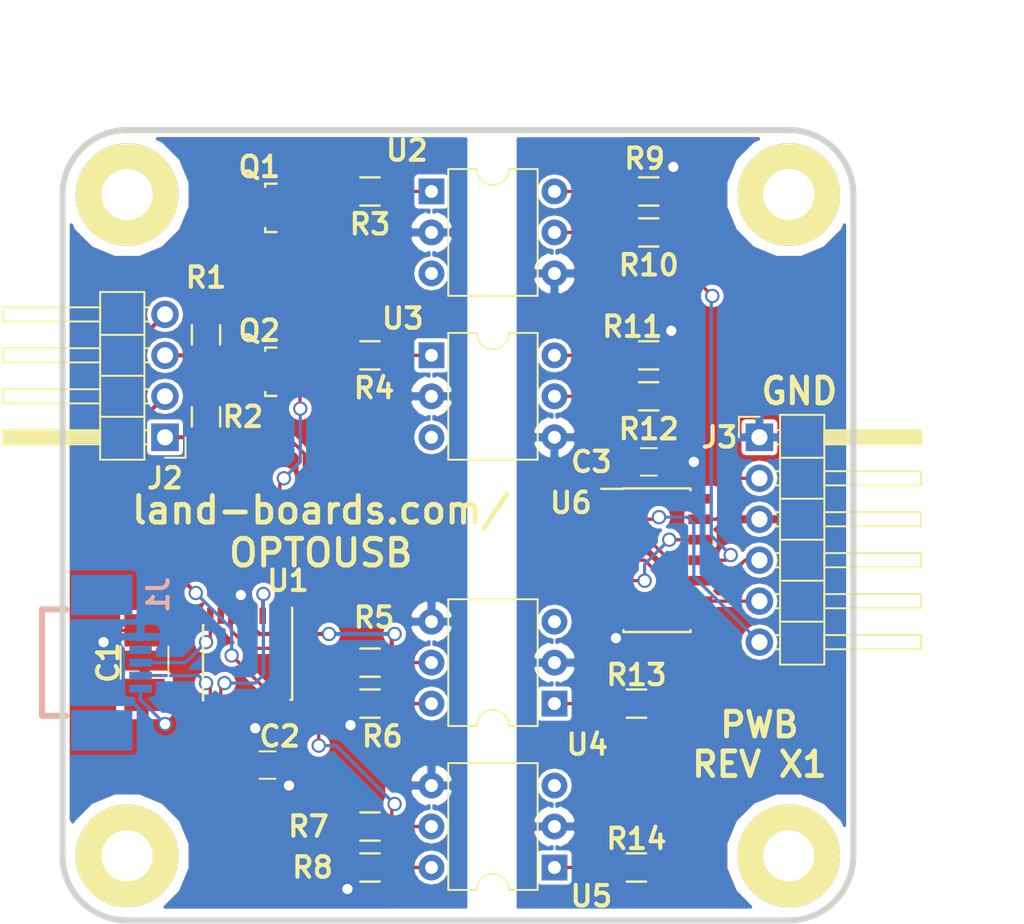
<source format=kicad_pcb>
(kicad_pcb (version 4) (host pcbnew "(after 2015-mar-04 BZR unknown)-product")

  (general
    (links 66)
    (no_connects 0)
    (area -7.118168 -7.5052 64.382002 49.222501)
    (thickness 1.6002)
    (drawings 14)
    (tracks 183)
    (zones 0)
    (modules 32)
    (nets 36)
  )

  (page A4)
  (layers
    (0 Front signal)
    (31 Back signal hide)
    (36 B.SilkS user)
    (37 F.SilkS user)
    (38 B.Mask user)
    (39 F.Mask user)
    (40 Dwgs.User user)
    (41 Cmts.User user)
    (44 Edge.Cuts user)
  )

  (setup
    (last_trace_width 0.2032)
    (user_trace_width 0.254)
    (user_trace_width 0.635)
    (trace_clearance 0.2032)
    (zone_clearance 0.254)
    (zone_45_only no)
    (trace_min 0.2032)
    (segment_width 0.381)
    (edge_width 0.381)
    (via_size 0.889)
    (via_drill 0.635)
    (via_min_size 0.889)
    (via_min_drill 0.508)
    (uvia_size 0.508)
    (uvia_drill 0.127)
    (uvias_allowed no)
    (uvia_min_size 0.508)
    (uvia_min_drill 0.127)
    (pcb_text_width 0.3048)
    (pcb_text_size 1.524 2.032)
    (mod_edge_width 0.381)
    (mod_text_size 1.27 1.27)
    (mod_text_width 0.254)
    (pad_size 1.6764 1.6764)
    (pad_drill 0.8128)
    (pad_to_mask_clearance 0.254)
    (aux_axis_origin 0 0)
    (visible_elements 7FFFEF7F)
    (pcbplotparams
      (layerselection 0x010f0_80000001)
      (usegerberextensions false)
      (excludeedgelayer true)
      (linewidth 0.150000)
      (plotframeref false)
      (viasonmask false)
      (mode 1)
      (useauxorigin false)
      (hpglpennumber 1)
      (hpglpenspeed 20)
      (hpglpendiameter 15)
      (hpglpenoverlay 0)
      (psnegative false)
      (psa4output false)
      (plotreference true)
      (plotvalue false)
      (plotinvisibletext false)
      (padsonsilk false)
      (subtractmaskfromsilk false)
      (outputformat 1)
      (mirror false)
      (drillshape 0)
      (scaleselection 1)
      (outputdirectory plots/))
  )

  (net 0 "")
  (net 1 "Net-(R11-Pad2)")
  (net 2 /UVCC)
  (net 3 /UGND)
  (net 4 /+3.3V)
  (net 5 /DM)
  (net 6 /DP)
  (net 7 /PUP0)
  (net 8 /TXLED*)
  (net 9 /PUP1)
  (net 10 /RXLED*)
  (net 11 /UTX)
  (net 12 /URTS)
  (net 13 /LRX)
  (net 14 /URX)
  (net 15 /LTX)
  (net 16 "Net-(R8-Pad2)")
  (net 17 /LCTS)
  (net 18 /UCTS)
  (net 19 /LRTS)
  (net 20 GND)
  (net 21 "Net-(U6-Pad3)")
  (net 22 "Net-(U6-Pad12)")
  (net 23 /FCTS)
  (net 24 /FTX)
  (net 25 /FRX)
  (net 26 /FRTS)
  (net 27 "Net-(Q1-Pad2)")
  (net 28 "Net-(Q2-Pad2)")
  (net 29 VCC)
  (net 30 "Net-(R3-Pad2)")
  (net 31 "Net-(R4-Pad2)")
  (net 32 "Net-(R6-Pad2)")
  (net 33 "Net-(R9-Pad2)")
  (net 34 "Net-(R13-Pad1)")
  (net 35 "Net-(R14-Pad1)")

  (net_class Default "This is the default net class."
    (clearance 0.2032)
    (trace_width 0.2032)
    (via_dia 0.889)
    (via_drill 0.635)
    (uvia_dia 0.508)
    (uvia_drill 0.127)
    (add_net /+3.3V)
    (add_net /DM)
    (add_net /DP)
    (add_net /FCTS)
    (add_net /FRTS)
    (add_net /FRX)
    (add_net /FTX)
    (add_net /LCTS)
    (add_net /LRTS)
    (add_net /LRX)
    (add_net /LTX)
    (add_net /PUP0)
    (add_net /PUP1)
    (add_net /RXLED*)
    (add_net /TXLED*)
    (add_net /UCTS)
    (add_net /UGND)
    (add_net /URTS)
    (add_net /URX)
    (add_net /UTX)
    (add_net /UVCC)
    (add_net GND)
    (add_net "Net-(Q1-Pad2)")
    (add_net "Net-(Q2-Pad2)")
    (add_net "Net-(R11-Pad2)")
    (add_net "Net-(R13-Pad1)")
    (add_net "Net-(R14-Pad1)")
    (add_net "Net-(R3-Pad2)")
    (add_net "Net-(R4-Pad2)")
    (add_net "Net-(R6-Pad2)")
    (add_net "Net-(R8-Pad2)")
    (add_net "Net-(R9-Pad2)")
    (add_net "Net-(U6-Pad12)")
    (add_net "Net-(U6-Pad3)")
    (add_net VCC)
  )

  (module Housings_SOIC:SOIC-14_3.9x8.7mm_Pitch1.27mm (layer Front) (tedit 58C02B71) (tstamp 58BF2399)
    (at 107.83 75.67)
    (descr "14-Lead Plastic Small Outline (SL) - Narrow, 3.90 mm Body [SOIC] (see Microchip Packaging Specification 00000049BS.pdf)")
    (tags "SOIC 1.27")
    (path /58BFE6B2)
    (attr smd)
    (fp_text reference U6 (at -5.334 -3.556) (layer F.SilkS)
      (effects (font (size 1.27 1.27) (thickness 0.254)))
    )
    (fp_text value 74HC14 (at 0 5.375) (layer F.SilkS) hide
      (effects (font (size 1 1) (thickness 0.15)))
    )
    (fp_circle (center -1.25 -3.75) (end -1.5 -3.75) (layer F.Fab) (width 0.15))
    (fp_line (start -1.95 -4.35) (end -1.95 4.35) (layer F.Fab) (width 0.15))
    (fp_line (start 1.95 -4.35) (end -1.95 -4.35) (layer F.Fab) (width 0.15))
    (fp_line (start 1.95 4.35) (end 1.95 -4.35) (layer F.Fab) (width 0.15))
    (fp_line (start -1.95 4.35) (end 1.95 4.35) (layer F.Fab) (width 0.15))
    (fp_line (start -3.7 -4.65) (end -3.7 4.65) (layer F.CrtYd) (width 0.05))
    (fp_line (start 3.7 -4.65) (end 3.7 4.65) (layer F.CrtYd) (width 0.05))
    (fp_line (start -3.7 -4.65) (end 3.7 -4.65) (layer F.CrtYd) (width 0.05))
    (fp_line (start -3.7 4.65) (end 3.7 4.65) (layer F.CrtYd) (width 0.05))
    (fp_line (start -2.075 -4.45) (end -2.075 -4.425) (layer F.SilkS) (width 0.15))
    (fp_line (start 2.075 -4.45) (end 2.075 -4.335) (layer F.SilkS) (width 0.15))
    (fp_line (start 2.075 4.45) (end 2.075 4.335) (layer F.SilkS) (width 0.15))
    (fp_line (start -2.075 4.45) (end -2.075 4.335) (layer F.SilkS) (width 0.15))
    (fp_line (start -2.075 -4.45) (end 2.075 -4.45) (layer F.SilkS) (width 0.15))
    (fp_line (start -2.075 4.45) (end 2.075 4.45) (layer F.SilkS) (width 0.15))
    (fp_line (start -2.075 -4.425) (end -3.45 -4.425) (layer F.SilkS) (width 0.15))
    (pad 1 smd rect (at -2.7 -3.81) (size 1.5 0.6) (layers Front F.Mask)
      (net 19 /LRTS))
    (pad 2 smd rect (at -2.7 -2.54) (size 1.5 0.6) (layers Front F.Mask)
      (net 26 /FRTS))
    (pad 3 smd rect (at -2.7 -1.27) (size 1.5 0.6) (layers Front F.Mask)
      (net 21 "Net-(U6-Pad3)"))
    (pad 4 smd rect (at -2.7 0) (size 1.5 0.6) (layers Front F.Mask)
      (net 13 /LRX))
    (pad 5 smd rect (at -2.7 1.27) (size 1.5 0.6) (layers Front F.Mask)
      (net 22 "Net-(U6-Pad12)"))
    (pad 6 smd rect (at -2.7 2.54) (size 1.5 0.6) (layers Front F.Mask)
      (net 17 /LCTS))
    (pad 7 smd rect (at -2.7 3.81) (size 1.5 0.6) (layers Front F.Mask)
      (net 20 GND))
    (pad 8 smd rect (at 2.7 3.81) (size 1.5 0.6) (layers Front F.Mask)
      (net 21 "Net-(U6-Pad3)"))
    (pad 9 smd rect (at 2.7 2.54) (size 1.5 0.6) (layers Front F.Mask)
      (net 25 /FRX))
    (pad 10 smd rect (at 2.7 1.27) (size 1.5 0.6) (layers Front F.Mask)
      (net 24 /FTX))
    (pad 11 smd rect (at 2.7 0) (size 1.5 0.6) (layers Front F.Mask)
      (net 15 /LTX))
    (pad 12 smd rect (at 2.7 -1.27) (size 1.5 0.6) (layers Front F.Mask)
      (net 22 "Net-(U6-Pad12)"))
    (pad 13 smd rect (at 2.7 -2.54) (size 1.5 0.6) (layers Front F.Mask)
      (net 23 /FCTS))
    (pad 14 smd rect (at 2.7 -3.81) (size 1.5 0.6) (layers Front F.Mask)
      (net 29 VCC))
    (model Housings_SOIC.3dshapes/SOIC-14_3.9x8.7mm_Pitch1.27mm.wrl
      (at (xyz 0 0 0))
      (scale (xyz 1 1 1))
      (rotate (xyz 0 0 0))
    )
  )

  (module Resistors_SMD:R_0805_HandSoldering (layer Front) (tedit 58C02921) (tstamp 557B0568)
    (at 79.89 66.78 270)
    (descr "Resistor SMD 0805, hand soldering")
    (tags "resistor 0805")
    (path /4FF314CB)
    (attr smd)
    (fp_text reference R2 (at 0 -2.286 360) (layer F.SilkS)
      (effects (font (size 1.27 1.27) (thickness 0.254)))
    )
    (fp_text value 270 (at 0 2.1 270) (layer F.SilkS) hide
      (effects (font (size 1 1) (thickness 0.15)))
    )
    (fp_line (start -2.4 -1) (end 2.4 -1) (layer F.CrtYd) (width 0.05))
    (fp_line (start -2.4 1) (end 2.4 1) (layer F.CrtYd) (width 0.05))
    (fp_line (start -2.4 -1) (end -2.4 1) (layer F.CrtYd) (width 0.05))
    (fp_line (start 2.4 -1) (end 2.4 1) (layer F.CrtYd) (width 0.05))
    (fp_line (start 0.6 0.875) (end -0.6 0.875) (layer F.SilkS) (width 0.15))
    (fp_line (start -0.6 -0.875) (end 0.6 -0.875) (layer F.SilkS) (width 0.15))
    (pad 1 smd rect (at -1.35 0 270) (size 1.5 1.3) (layers Front F.Mask)
      (net 2 /UVCC))
    (pad 2 smd rect (at 1.35 0 270) (size 1.5 1.3) (layers Front F.Mask)
      (net 7 /PUP0))
    (model Resistors_SMD.3dshapes/R_0805_HandSoldering.wrl
      (at (xyz 0 0 0))
      (scale (xyz 1 1 1))
      (rotate (xyz 0 0 0))
    )
  )

  (module Resistors_SMD:R_0805_HandSoldering (layer Front) (tedit 58C029B4) (tstamp 557B0573)
    (at 106.56 94.72)
    (descr "Resistor SMD 0805, hand soldering")
    (tags "resistor 0805")
    (path /58C149CF)
    (attr smd)
    (fp_text reference R14 (at 0 -1.778) (layer F.SilkS)
      (effects (font (size 1.27 1.27) (thickness 0.254)))
    )
    (fp_text value 220 (at 0 2.1) (layer F.SilkS) hide
      (effects (font (size 1 1) (thickness 0.15)))
    )
    (fp_line (start -2.4 -1) (end 2.4 -1) (layer F.CrtYd) (width 0.05))
    (fp_line (start -2.4 1) (end 2.4 1) (layer F.CrtYd) (width 0.05))
    (fp_line (start -2.4 -1) (end -2.4 1) (layer F.CrtYd) (width 0.05))
    (fp_line (start 2.4 -1) (end 2.4 1) (layer F.CrtYd) (width 0.05))
    (fp_line (start 0.6 0.875) (end -0.6 0.875) (layer F.SilkS) (width 0.15))
    (fp_line (start -0.6 -0.875) (end 0.6 -0.875) (layer F.SilkS) (width 0.15))
    (pad 1 smd rect (at -1.35 0) (size 1.5 1.3) (layers Front F.Mask)
      (net 35 "Net-(R14-Pad1)"))
    (pad 2 smd rect (at 1.35 0) (size 1.5 1.3) (layers Front F.Mask)
      (net 17 /LCTS))
    (model Resistors_SMD.3dshapes/R_0805_HandSoldering.wrl
      (at (xyz 0 0 0))
      (scale (xyz 1 1 1))
      (rotate (xyz 0 0 0))
    )
  )

  (module Resistors_SMD:R_0805_HandSoldering (layer Front) (tedit 58C0291C) (tstamp 557B0589)
    (at 79.89 61.7 270)
    (descr "Resistor SMD 0805, hand soldering")
    (tags "resistor 0805")
    (path /4FF314D2)
    (attr smd)
    (fp_text reference R1 (at -3.556 0 360) (layer F.SilkS)
      (effects (font (size 1.27 1.27) (thickness 0.254)))
    )
    (fp_text value 270 (at 0 2.1 270) (layer F.SilkS) hide
      (effects (font (size 1 1) (thickness 0.15)))
    )
    (fp_line (start -2.4 -1) (end 2.4 -1) (layer F.CrtYd) (width 0.05))
    (fp_line (start -2.4 1) (end 2.4 1) (layer F.CrtYd) (width 0.05))
    (fp_line (start -2.4 -1) (end -2.4 1) (layer F.CrtYd) (width 0.05))
    (fp_line (start 2.4 -1) (end 2.4 1) (layer F.CrtYd) (width 0.05))
    (fp_line (start 0.6 0.875) (end -0.6 0.875) (layer F.SilkS) (width 0.15))
    (fp_line (start -0.6 -0.875) (end 0.6 -0.875) (layer F.SilkS) (width 0.15))
    (pad 1 smd rect (at -1.35 0 270) (size 1.5 1.3) (layers Front F.Mask)
      (net 2 /UVCC))
    (pad 2 smd rect (at 1.35 0 270) (size 1.5 1.3) (layers Front F.Mask)
      (net 9 /PUP1))
    (model Resistors_SMD.3dshapes/R_0805_HandSoldering.wrl
      (at (xyz 0 0 0))
      (scale (xyz 1 1 1))
      (rotate (xyz 0 0 0))
    )
  )

  (module Resistors_SMD:R_0805_HandSoldering (layer Front) (tedit 58C02B65) (tstamp 557B0594)
    (at 90.05 92.18)
    (descr "Resistor SMD 0805, hand soldering")
    (tags "resistor 0805")
    (path /58C149E8)
    (attr smd)
    (fp_text reference R7 (at -3.81 0) (layer F.SilkS)
      (effects (font (size 1.27 1.27) (thickness 0.254)))
    )
    (fp_text value 4.7K (at 0 2.1) (layer F.SilkS) hide
      (effects (font (size 1 1) (thickness 0.15)))
    )
    (fp_line (start -2.4 -1) (end 2.4 -1) (layer F.CrtYd) (width 0.05))
    (fp_line (start -2.4 1) (end 2.4 1) (layer F.CrtYd) (width 0.05))
    (fp_line (start -2.4 -1) (end -2.4 1) (layer F.CrtYd) (width 0.05))
    (fp_line (start 2.4 -1) (end 2.4 1) (layer F.CrtYd) (width 0.05))
    (fp_line (start 0.6 0.875) (end -0.6 0.875) (layer F.SilkS) (width 0.15))
    (fp_line (start -0.6 -0.875) (end 0.6 -0.875) (layer F.SilkS) (width 0.15))
    (pad 1 smd rect (at -1.35 0) (size 1.5 1.3) (layers Front F.Mask)
      (net 2 /UVCC))
    (pad 2 smd rect (at 1.35 0) (size 1.5 1.3) (layers Front F.Mask)
      (net 18 /UCTS))
    (model Resistors_SMD.3dshapes/R_0805_HandSoldering.wrl
      (at (xyz 0 0 0))
      (scale (xyz 1 1 1))
      (rotate (xyz 0 0 0))
    )
  )

  (module Resistors_SMD:R_0805_HandSoldering (layer Front) (tedit 58C029AF) (tstamp 557B05AA)
    (at 106.56 84.56)
    (descr "Resistor SMD 0805, hand soldering")
    (tags "resistor 0805")
    (path /58C1499A)
    (attr smd)
    (fp_text reference R13 (at 0 -1.778) (layer F.SilkS)
      (effects (font (size 1.27 1.27) (thickness 0.254)))
    )
    (fp_text value 220 (at 0 2.1) (layer F.SilkS) hide
      (effects (font (size 1 1) (thickness 0.15)))
    )
    (fp_line (start -2.4 -1) (end 2.4 -1) (layer F.CrtYd) (width 0.05))
    (fp_line (start -2.4 1) (end 2.4 1) (layer F.CrtYd) (width 0.05))
    (fp_line (start -2.4 -1) (end -2.4 1) (layer F.CrtYd) (width 0.05))
    (fp_line (start 2.4 -1) (end 2.4 1) (layer F.CrtYd) (width 0.05))
    (fp_line (start 0.6 0.875) (end -0.6 0.875) (layer F.SilkS) (width 0.15))
    (fp_line (start -0.6 -0.875) (end 0.6 -0.875) (layer F.SilkS) (width 0.15))
    (pad 1 smd rect (at -1.35 0) (size 1.5 1.3) (layers Front F.Mask)
      (net 34 "Net-(R13-Pad1)"))
    (pad 2 smd rect (at 1.35 0) (size 1.5 1.3) (layers Front F.Mask)
      (net 13 /LRX))
    (model Resistors_SMD.3dshapes/R_0805_HandSoldering.wrl
      (at (xyz 0 0 0))
      (scale (xyz 1 1 1))
      (rotate (xyz 0 0 0))
    )
  )

  (module Resistors_SMD:R_0805_HandSoldering (layer Front) (tedit 58C02950) (tstamp 557B05B5)
    (at 90.05 62.97)
    (descr "Resistor SMD 0805, hand soldering")
    (tags "resistor 0805")
    (path /58C0EC20)
    (attr smd)
    (fp_text reference R4 (at 0.254 2.032) (layer F.SilkS)
      (effects (font (size 1.27 1.27) (thickness 0.254)))
    )
    (fp_text value 220 (at 0 2.1) (layer F.SilkS) hide
      (effects (font (size 1 1) (thickness 0.15)))
    )
    (fp_line (start -2.4 -1) (end 2.4 -1) (layer F.CrtYd) (width 0.05))
    (fp_line (start -2.4 1) (end 2.4 1) (layer F.CrtYd) (width 0.05))
    (fp_line (start -2.4 -1) (end -2.4 1) (layer F.CrtYd) (width 0.05))
    (fp_line (start 2.4 -1) (end 2.4 1) (layer F.CrtYd) (width 0.05))
    (fp_line (start 0.6 0.875) (end -0.6 0.875) (layer F.SilkS) (width 0.15))
    (fp_line (start -0.6 -0.875) (end 0.6 -0.875) (layer F.SilkS) (width 0.15))
    (pad 1 smd rect (at -1.35 0) (size 1.5 1.3) (layers Front F.Mask)
      (net 28 "Net-(Q2-Pad2)"))
    (pad 2 smd rect (at 1.35 0) (size 1.5 1.3) (layers Front F.Mask)
      (net 31 "Net-(R4-Pad2)"))
    (model Resistors_SMD.3dshapes/R_0805_HandSoldering.wrl
      (at (xyz 0 0 0))
      (scale (xyz 1 1 1))
      (rotate (xyz 0 0 0))
    )
  )

  (module Resistors_SMD:R_0805_HandSoldering (layer Front) (tedit 58C02966) (tstamp 557B05CB)
    (at 90.05 82.02)
    (descr "Resistor SMD 0805, hand soldering")
    (tags "resistor 0805")
    (path /58C149B4)
    (attr smd)
    (fp_text reference R5 (at 0.254 -2.794) (layer F.SilkS)
      (effects (font (size 1.27 1.27) (thickness 0.254)))
    )
    (fp_text value 4.7K (at 0 2.1) (layer F.SilkS) hide
      (effects (font (size 1 1) (thickness 0.15)))
    )
    (fp_line (start -2.4 -1) (end 2.4 -1) (layer F.CrtYd) (width 0.05))
    (fp_line (start -2.4 1) (end 2.4 1) (layer F.CrtYd) (width 0.05))
    (fp_line (start -2.4 -1) (end -2.4 1) (layer F.CrtYd) (width 0.05))
    (fp_line (start 2.4 -1) (end 2.4 1) (layer F.CrtYd) (width 0.05))
    (fp_line (start 0.6 0.875) (end -0.6 0.875) (layer F.SilkS) (width 0.15))
    (fp_line (start -0.6 -0.875) (end 0.6 -0.875) (layer F.SilkS) (width 0.15))
    (pad 1 smd rect (at -1.35 0) (size 1.5 1.3) (layers Front F.Mask)
      (net 2 /UVCC))
    (pad 2 smd rect (at 1.35 0) (size 1.5 1.3) (layers Front F.Mask)
      (net 14 /URX))
    (model Resistors_SMD.3dshapes/R_0805_HandSoldering.wrl
      (at (xyz 0 0 0))
      (scale (xyz 1 1 1))
      (rotate (xyz 0 0 0))
    )
  )

  (module Resistors_SMD:R_0805_HandSoldering (layer Front) (tedit 58C0282E) (tstamp 557B05D6)
    (at 107.322 65.51 180)
    (descr "Resistor SMD 0805, hand soldering")
    (tags "resistor 0805")
    (path /58C0EC3A)
    (attr smd)
    (fp_text reference R12 (at 0 -2.032 180) (layer F.SilkS)
      (effects (font (size 1.27 1.27) (thickness 0.254)))
    )
    (fp_text value 4.7K (at 0 2.1 180) (layer F.SilkS) hide
      (effects (font (size 1 1) (thickness 0.15)))
    )
    (fp_line (start -2.4 -1) (end 2.4 -1) (layer F.CrtYd) (width 0.05))
    (fp_line (start -2.4 1) (end 2.4 1) (layer F.CrtYd) (width 0.05))
    (fp_line (start -2.4 -1) (end -2.4 1) (layer F.CrtYd) (width 0.05))
    (fp_line (start 2.4 -1) (end 2.4 1) (layer F.CrtYd) (width 0.05))
    (fp_line (start 0.6 0.875) (end -0.6 0.875) (layer F.SilkS) (width 0.15))
    (fp_line (start -0.6 -0.875) (end 0.6 -0.875) (layer F.SilkS) (width 0.15))
    (pad 1 smd rect (at -1.35 0 180) (size 1.5 1.3) (layers Front F.Mask)
      (net 29 VCC))
    (pad 2 smd rect (at 1.35 0 180) (size 1.5 1.3) (layers Front F.Mask)
      (net 19 /LRTS))
    (model Resistors_SMD.3dshapes/R_0805_HandSoldering.wrl
      (at (xyz 0 0 0))
      (scale (xyz 1 1 1))
      (rotate (xyz 0 0 0))
    )
  )

  (module MTG-4-40 (layer Front) (tedit 53F3AE25) (tstamp 557B0E94)
    (at 75 53)
    (path /4FF369A7)
    (clearance 0.635)
    (fp_text reference MTG1 (at -6.858 -0.635) (layer F.SilkS) hide
      (effects (font (size 1.27 1.27) (thickness 0.254)))
    )
    (fp_text value CONN_1 (at 0 -5.08) (layer F.SilkS) hide
      (effects (font (thickness 0.3048)))
    )
    (pad 1 thru_hole circle (at 0 0) (size 6.35 6.35) (drill 3.175) (layers *.Cu *.Mask F.SilkS))
  )

  (module MTG-4-40 (layer Front) (tedit 53F3AE25) (tstamp 557B0E98)
    (at 116 53)
    (path /58C19CEA)
    (clearance 0.635)
    (fp_text reference MTG3 (at -6.858 -0.635) (layer F.SilkS) hide
      (effects (font (size 1.27 1.27) (thickness 0.254)))
    )
    (fp_text value CONN_1 (at 0 -5.08) (layer F.SilkS) hide
      (effects (font (thickness 0.3048)))
    )
    (pad 1 thru_hole circle (at 0 0) (size 6.35 6.35) (drill 3.175) (layers *.Cu *.Mask F.SilkS))
  )

  (module MTG-4-40 (layer Front) (tedit 53F3AE25) (tstamp 557B0E9C)
    (at 75 94)
    (path /4FF369AF)
    (clearance 0.635)
    (fp_text reference MTG2 (at -6.858 -0.635) (layer F.SilkS) hide
      (effects (font (size 1.27 1.27) (thickness 0.254)))
    )
    (fp_text value CONN_1 (at 0 -5.08) (layer F.SilkS) hide
      (effects (font (thickness 0.3048)))
    )
    (pad 1 thru_hole circle (at 0 0) (size 6.35 6.35) (drill 3.175) (layers *.Cu *.Mask F.SilkS))
  )

  (module MTG-4-40 (layer Front) (tedit 53F3AE25) (tstamp 557B0EA0)
    (at 116 94)
    (path /58C19CE0)
    (clearance 0.635)
    (fp_text reference MTG4 (at -6.858 -0.635) (layer F.SilkS) hide
      (effects (font (size 1.27 1.27) (thickness 0.254)))
    )
    (fp_text value CONN_1 (at 0 -5.08) (layer F.SilkS) hide
      (effects (font (thickness 0.3048)))
    )
    (pad 1 thru_hole circle (at 0 0) (size 6.35 6.35) (drill 3.175) (layers *.Cu *.Mask F.SilkS))
  )

  (module Resistors_SMD:R_0805_HandSoldering (layer Front) (tedit 58C02B68) (tstamp 5857E9F8)
    (at 90.05 94.72)
    (descr "Resistor SMD 0805, hand soldering")
    (tags "resistor 0805")
    (path /58C149DB)
    (attr smd)
    (fp_text reference R8 (at -3.556 0) (layer F.SilkS)
      (effects (font (size 1.27 1.27) (thickness 0.254)))
    )
    (fp_text value 47K (at 0 2.1) (layer F.SilkS) hide
      (effects (font (size 1 1) (thickness 0.15)))
    )
    (fp_line (start -1 0.625) (end -1 -0.625) (layer F.Fab) (width 0.1))
    (fp_line (start 1 0.625) (end -1 0.625) (layer F.Fab) (width 0.1))
    (fp_line (start 1 -0.625) (end 1 0.625) (layer F.Fab) (width 0.1))
    (fp_line (start -1 -0.625) (end 1 -0.625) (layer F.Fab) (width 0.1))
    (fp_line (start -2.4 -1) (end 2.4 -1) (layer F.CrtYd) (width 0.05))
    (fp_line (start -2.4 1) (end 2.4 1) (layer F.CrtYd) (width 0.05))
    (fp_line (start -2.4 -1) (end -2.4 1) (layer F.CrtYd) (width 0.05))
    (fp_line (start 2.4 -1) (end 2.4 1) (layer F.CrtYd) (width 0.05))
    (fp_line (start 0.6 0.875) (end -0.6 0.875) (layer F.SilkS) (width 0.15))
    (fp_line (start -0.6 -0.875) (end 0.6 -0.875) (layer F.SilkS) (width 0.15))
    (pad 1 smd rect (at -1.35 0) (size 1.5 1.3) (layers Front F.Mask)
      (net 3 /UGND))
    (pad 2 smd rect (at 1.35 0) (size 1.5 1.3) (layers Front F.Mask)
      (net 16 "Net-(R8-Pad2)"))
    (model Resistors_SMD.3dshapes/R_0805_HandSoldering.wrl
      (at (xyz 0 0 0))
      (scale (xyz 1 1 1))
      (rotate (xyz 0 0 0))
    )
  )

  (module Resistors_SMD:R_0805_HandSoldering (layer Front) (tedit 58C029AA) (tstamp 5857EA08)
    (at 107.322 62.97 180)
    (descr "Resistor SMD 0805, hand soldering")
    (tags "resistor 0805")
    (path /58C0EC2D)
    (attr smd)
    (fp_text reference R11 (at 1.016 1.778 180) (layer F.SilkS)
      (effects (font (size 1.27 1.27) (thickness 0.254)))
    )
    (fp_text value 47K (at 0 2.1 180) (layer F.SilkS) hide
      (effects (font (size 1 1) (thickness 0.15)))
    )
    (fp_line (start -1 0.625) (end -1 -0.625) (layer F.Fab) (width 0.1))
    (fp_line (start 1 0.625) (end -1 0.625) (layer F.Fab) (width 0.1))
    (fp_line (start 1 -0.625) (end 1 0.625) (layer F.Fab) (width 0.1))
    (fp_line (start -1 -0.625) (end 1 -0.625) (layer F.Fab) (width 0.1))
    (fp_line (start -2.4 -1) (end 2.4 -1) (layer F.CrtYd) (width 0.05))
    (fp_line (start -2.4 1) (end 2.4 1) (layer F.CrtYd) (width 0.05))
    (fp_line (start -2.4 -1) (end -2.4 1) (layer F.CrtYd) (width 0.05))
    (fp_line (start 2.4 -1) (end 2.4 1) (layer F.CrtYd) (width 0.05))
    (fp_line (start 0.6 0.875) (end -0.6 0.875) (layer F.SilkS) (width 0.15))
    (fp_line (start -0.6 -0.875) (end 0.6 -0.875) (layer F.SilkS) (width 0.15))
    (pad 1 smd rect (at -1.35 0 180) (size 1.5 1.3) (layers Front F.Mask)
      (net 20 GND))
    (pad 2 smd rect (at 1.35 0 180) (size 1.5 1.3) (layers Front F.Mask)
      (net 1 "Net-(R11-Pad2)"))
    (model Resistors_SMD.3dshapes/R_0805_HandSoldering.wrl
      (at (xyz 0 0 0))
      (scale (xyz 1 1 1))
      (rotate (xyz 0 0 0))
    )
  )

  (module Resistors_SMD:R_0805_HandSoldering (layer Front) (tedit 58C02941) (tstamp 5857EE2B)
    (at 90.05 52.81)
    (descr "Resistor SMD 0805, hand soldering")
    (tags "resistor 0805")
    (path /58BFF5C0)
    (attr smd)
    (fp_text reference R3 (at 0 2.032) (layer F.SilkS)
      (effects (font (size 1.27 1.27) (thickness 0.254)))
    )
    (fp_text value 220 (at 0 2.1) (layer F.SilkS) hide
      (effects (font (size 1 1) (thickness 0.15)))
    )
    (fp_line (start -1 0.625) (end -1 -0.625) (layer F.Fab) (width 0.1))
    (fp_line (start 1 0.625) (end -1 0.625) (layer F.Fab) (width 0.1))
    (fp_line (start 1 -0.625) (end 1 0.625) (layer F.Fab) (width 0.1))
    (fp_line (start -1 -0.625) (end 1 -0.625) (layer F.Fab) (width 0.1))
    (fp_line (start -2.4 -1) (end 2.4 -1) (layer F.CrtYd) (width 0.05))
    (fp_line (start -2.4 1) (end 2.4 1) (layer F.CrtYd) (width 0.05))
    (fp_line (start -2.4 -1) (end -2.4 1) (layer F.CrtYd) (width 0.05))
    (fp_line (start 2.4 -1) (end 2.4 1) (layer F.CrtYd) (width 0.05))
    (fp_line (start 0.6 0.875) (end -0.6 0.875) (layer F.SilkS) (width 0.15))
    (fp_line (start -0.6 -0.875) (end 0.6 -0.875) (layer F.SilkS) (width 0.15))
    (pad 1 smd rect (at -1.35 0) (size 1.5 1.3) (layers Front F.Mask)
      (net 27 "Net-(Q1-Pad2)"))
    (pad 2 smd rect (at 1.35 0) (size 1.5 1.3) (layers Front F.Mask)
      (net 30 "Net-(R3-Pad2)"))
    (model Resistors_SMD.3dshapes/R_0805_HandSoldering.wrl
      (at (xyz 0 0 0))
      (scale (xyz 1 1 1))
      (rotate (xyz 0 0 0))
    )
  )

  (module Resistors_SMD:R_0805_HandSoldering (layer Front) (tedit 58C0299F) (tstamp 5857EE3B)
    (at 107.322 55.35 180)
    (descr "Resistor SMD 0805, hand soldering")
    (tags "resistor 0805")
    (path /58C0B73D)
    (attr smd)
    (fp_text reference R10 (at 0 -2.032 180) (layer F.SilkS)
      (effects (font (size 1.27 1.27) (thickness 0.254)))
    )
    (fp_text value 4.7K (at 0 2.1 180) (layer F.SilkS) hide
      (effects (font (size 1 1) (thickness 0.15)))
    )
    (fp_line (start -1 0.625) (end -1 -0.625) (layer F.Fab) (width 0.1))
    (fp_line (start 1 0.625) (end -1 0.625) (layer F.Fab) (width 0.1))
    (fp_line (start 1 -0.625) (end 1 0.625) (layer F.Fab) (width 0.1))
    (fp_line (start -1 -0.625) (end 1 -0.625) (layer F.Fab) (width 0.1))
    (fp_line (start -2.4 -1) (end 2.4 -1) (layer F.CrtYd) (width 0.05))
    (fp_line (start -2.4 1) (end 2.4 1) (layer F.CrtYd) (width 0.05))
    (fp_line (start -2.4 -1) (end -2.4 1) (layer F.CrtYd) (width 0.05))
    (fp_line (start 2.4 -1) (end 2.4 1) (layer F.CrtYd) (width 0.05))
    (fp_line (start 0.6 0.875) (end -0.6 0.875) (layer F.SilkS) (width 0.15))
    (fp_line (start -0.6 -0.875) (end 0.6 -0.875) (layer F.SilkS) (width 0.15))
    (pad 1 smd rect (at -1.35 0 180) (size 1.5 1.3) (layers Front F.Mask)
      (net 29 VCC))
    (pad 2 smd rect (at 1.35 0 180) (size 1.5 1.3) (layers Front F.Mask)
      (net 15 /LTX))
    (model Resistors_SMD.3dshapes/R_0805_HandSoldering.wrl
      (at (xyz 0 0 0))
      (scale (xyz 1 1 1))
      (rotate (xyz 0 0 0))
    )
  )

  (module Resistors_SMD:R_0805_HandSoldering (layer Front) (tedit 58C02975) (tstamp 5857EE4B)
    (at 90.05 84.56)
    (descr "Resistor SMD 0805, hand soldering")
    (tags "resistor 0805")
    (path /58C149A7)
    (attr smd)
    (fp_text reference R6 (at 0.762 2.032) (layer F.SilkS)
      (effects (font (size 1.27 1.27) (thickness 0.254)))
    )
    (fp_text value 47K (at 0 2.1) (layer F.SilkS) hide
      (effects (font (size 1 1) (thickness 0.15)))
    )
    (fp_line (start -1 0.625) (end -1 -0.625) (layer F.Fab) (width 0.1))
    (fp_line (start 1 0.625) (end -1 0.625) (layer F.Fab) (width 0.1))
    (fp_line (start 1 -0.625) (end 1 0.625) (layer F.Fab) (width 0.1))
    (fp_line (start -1 -0.625) (end 1 -0.625) (layer F.Fab) (width 0.1))
    (fp_line (start -2.4 -1) (end 2.4 -1) (layer F.CrtYd) (width 0.05))
    (fp_line (start -2.4 1) (end 2.4 1) (layer F.CrtYd) (width 0.05))
    (fp_line (start -2.4 -1) (end -2.4 1) (layer F.CrtYd) (width 0.05))
    (fp_line (start 2.4 -1) (end 2.4 1) (layer F.CrtYd) (width 0.05))
    (fp_line (start 0.6 0.875) (end -0.6 0.875) (layer F.SilkS) (width 0.15))
    (fp_line (start -0.6 -0.875) (end 0.6 -0.875) (layer F.SilkS) (width 0.15))
    (pad 1 smd rect (at -1.35 0) (size 1.5 1.3) (layers Front F.Mask)
      (net 3 /UGND))
    (pad 2 smd rect (at 1.35 0) (size 1.5 1.3) (layers Front F.Mask)
      (net 32 "Net-(R6-Pad2)"))
    (model Resistors_SMD.3dshapes/R_0805_HandSoldering.wrl
      (at (xyz 0 0 0))
      (scale (xyz 1 1 1))
      (rotate (xyz 0 0 0))
    )
  )

  (module Resistors_SMD:R_0805_HandSoldering (layer Front) (tedit 58C0299A) (tstamp 5857EE5B)
    (at 107.322 52.81 180)
    (descr "Resistor SMD 0805, hand soldering")
    (tags "resistor 0805")
    (path /58C025C5)
    (attr smd)
    (fp_text reference R9 (at 0.254 2.032 360) (layer F.SilkS)
      (effects (font (size 1.27 1.27) (thickness 0.254)))
    )
    (fp_text value 47K (at 0 2.1 180) (layer F.SilkS) hide
      (effects (font (size 1 1) (thickness 0.15)))
    )
    (fp_line (start -1 0.625) (end -1 -0.625) (layer F.Fab) (width 0.1))
    (fp_line (start 1 0.625) (end -1 0.625) (layer F.Fab) (width 0.1))
    (fp_line (start 1 -0.625) (end 1 0.625) (layer F.Fab) (width 0.1))
    (fp_line (start -1 -0.625) (end 1 -0.625) (layer F.Fab) (width 0.1))
    (fp_line (start -2.4 -1) (end 2.4 -1) (layer F.CrtYd) (width 0.05))
    (fp_line (start -2.4 1) (end 2.4 1) (layer F.CrtYd) (width 0.05))
    (fp_line (start -2.4 -1) (end -2.4 1) (layer F.CrtYd) (width 0.05))
    (fp_line (start 2.4 -1) (end 2.4 1) (layer F.CrtYd) (width 0.05))
    (fp_line (start 0.6 0.875) (end -0.6 0.875) (layer F.SilkS) (width 0.15))
    (fp_line (start -0.6 -0.875) (end 0.6 -0.875) (layer F.SilkS) (width 0.15))
    (pad 1 smd rect (at -1.35 0 180) (size 1.5 1.3) (layers Front F.Mask)
      (net 20 GND))
    (pad 2 smd rect (at 1.35 0 180) (size 1.5 1.3) (layers Front F.Mask)
      (net 33 "Net-(R9-Pad2)"))
    (model Resistors_SMD.3dshapes/R_0805_HandSoldering.wrl
      (at (xyz 0 0 0))
      (scale (xyz 1 1 1))
      (rotate (xyz 0 0 0))
    )
  )

  (module Capacitors_SMD:C_1210_HandSoldering (layer Front) (tedit 58BF2185) (tstamp 58BF21F8)
    (at 76.08 82.02 90)
    (descr "Capacitor SMD 1210, hand soldering")
    (tags "capacitor 1210")
    (path /4FF312AD)
    (attr smd)
    (fp_text reference C1 (at 0 -2.25 90) (layer F.SilkS)
      (effects (font (size 1.27 1.27) (thickness 0.254)))
    )
    (fp_text value 10uF (at 0 2.5 90) (layer F.SilkS) hide
      (effects (font (size 1 1) (thickness 0.15)))
    )
    (fp_text user %R (at 0 -2.25 90) (layer F.Fab)
      (effects (font (size 1 1) (thickness 0.15)))
    )
    (fp_line (start -1.6 1.25) (end -1.6 -1.25) (layer F.Fab) (width 0.1))
    (fp_line (start 1.6 1.25) (end -1.6 1.25) (layer F.Fab) (width 0.1))
    (fp_line (start 1.6 -1.25) (end 1.6 1.25) (layer F.Fab) (width 0.1))
    (fp_line (start -1.6 -1.25) (end 1.6 -1.25) (layer F.Fab) (width 0.1))
    (fp_line (start 1 -1.48) (end -1 -1.48) (layer F.SilkS) (width 0.12))
    (fp_line (start -1 1.48) (end 1 1.48) (layer F.SilkS) (width 0.12))
    (fp_line (start -3.25 -1.5) (end 3.25 -1.5) (layer F.CrtYd) (width 0.05))
    (fp_line (start -3.25 -1.5) (end -3.25 1.5) (layer F.CrtYd) (width 0.05))
    (fp_line (start 3.25 1.5) (end 3.25 -1.5) (layer F.CrtYd) (width 0.05))
    (fp_line (start 3.25 1.5) (end -3.25 1.5) (layer F.CrtYd) (width 0.05))
    (pad 1 smd rect (at -2 0 90) (size 2 2.5) (layers Front F.Mask)
      (net 2 /UVCC))
    (pad 2 smd rect (at 2 0 90) (size 2 2.5) (layers Front F.Mask)
      (net 3 /UGND))
    (model Capacitors_SMD.3dshapes/C_1210.wrl
      (at (xyz 0 0 0))
      (scale (xyz 1 1 1))
      (rotate (xyz 0 0 0))
    )
  )

  (module Capacitors_SMD:C_0805_HandSoldering (layer Front) (tedit 58C02C49) (tstamp 58BF2209)
    (at 83.7 88.37)
    (descr "Capacitor SMD 0805, hand soldering")
    (tags "capacitor 0805")
    (path /4FF31376)
    (attr smd)
    (fp_text reference C2 (at 0.762 -1.778) (layer F.SilkS)
      (effects (font (size 1.27 1.27) (thickness 0.254)))
    )
    (fp_text value 0.1uF (at 0 1.75) (layer F.SilkS) hide
      (effects (font (size 1 1) (thickness 0.15)))
    )
    (fp_text user %R (at 0 -1.75) (layer F.Fab)
      (effects (font (size 1 1) (thickness 0.15)))
    )
    (fp_line (start -1 0.62) (end -1 -0.62) (layer F.Fab) (width 0.1))
    (fp_line (start 1 0.62) (end -1 0.62) (layer F.Fab) (width 0.1))
    (fp_line (start 1 -0.62) (end 1 0.62) (layer F.Fab) (width 0.1))
    (fp_line (start -1 -0.62) (end 1 -0.62) (layer F.Fab) (width 0.1))
    (fp_line (start 0.5 -0.85) (end -0.5 -0.85) (layer F.SilkS) (width 0.12))
    (fp_line (start -0.5 0.85) (end 0.5 0.85) (layer F.SilkS) (width 0.12))
    (fp_line (start -2.25 -0.88) (end 2.25 -0.88) (layer F.CrtYd) (width 0.05))
    (fp_line (start -2.25 -0.88) (end -2.25 0.87) (layer F.CrtYd) (width 0.05))
    (fp_line (start 2.25 0.87) (end 2.25 -0.88) (layer F.CrtYd) (width 0.05))
    (fp_line (start 2.25 0.87) (end -2.25 0.87) (layer F.CrtYd) (width 0.05))
    (pad 1 smd rect (at -1.25 0) (size 1.5 1.25) (layers Front F.Mask)
      (net 4 /+3.3V))
    (pad 2 smd rect (at 1.25 0) (size 1.5 1.25) (layers Front F.Mask)
      (net 3 /UGND))
    (model Capacitors_SMD.3dshapes/C_0805.wrl
      (at (xyz 0 0 0))
      (scale (xyz 1 1 1))
      (rotate (xyz 0 0 0))
    )
  )

  (module LandBoards_Conns:USB-B-MINI (layer Back) (tedit 504B3C12) (tstamp 58BF2217)
    (at 69.73 82.02 90)
    (descr "USB, MINI, B")
    (tags USB-B-MINI)
    (path /4FF311FD)
    (fp_text reference J1 (at 4.20116 7.2009 90) (layer B.SilkS)
      (effects (font (size 1.27 1.27) (thickness 0.254)) (justify mirror))
    )
    (fp_text value USB-B (at 0.39878 -1.50114 90) (layer B.SilkS) hide
      (effects (font (thickness 0.3048)) (justify mirror))
    )
    (fp_line (start -3.29946 0) (end -3.29946 1.50114) (layer B.SilkS) (width 0.381))
    (fp_line (start 3.29946 0) (end 3.29946 1.50114) (layer B.SilkS) (width 0.381))
    (fp_line (start -3.29946 0) (end 3.29946 0) (layer B.SilkS) (width 0.381))
    (pad G2 smd rect (at 4.20116 3.70078 90) (size 2.49936 3.79984) (layers Back B.Mask))
    (pad G1 smd rect (at -4.20116 3.70078 90) (size 2.49936 3.79984) (layers Back B.Mask))
    (pad 4 smd rect (at 1.6002 6.10108 90) (size 0.50038 1.39954) (layers Back B.Mask)
      (net 3 /UGND))
    (pad NC smd rect (at 0.8001 6.10108 90) (size 0.50038 1.39954) (layers Back B.Mask))
    (pad 1 smd rect (at -1.6002 6.10108 90) (size 0.50038 1.39954) (layers Back B.Mask)
      (net 2 /UVCC))
    (pad 2 smd rect (at -0.8001 6.10108 90) (size 0.50038 1.39954) (layers Back B.Mask)
      (net 5 /DM))
    (pad 3 smd rect (at 0 6.10108 90) (size 0.50038 1.39954) (layers Back B.Mask)
      (net 6 /DP))
  )

  (module Pin_Headers:Pin_Header_Angled_1x06_Pitch2.54mm (layer Front) (tedit 58C02900) (tstamp 58BF2218)
    (at 114.18 68.05)
    (descr "Through hole angled pin header, 1x06, 2.54mm pitch, 6mm pin length, single row")
    (tags "Through hole angled pin header THT 1x06 2.54mm single row")
    (path /58C06A62)
    (fp_text reference J3 (at -2.4765 0) (layer F.SilkS)
      (effects (font (size 1.27 1.27) (thickness 0.254)))
    )
    (fp_text value FTDI-Slave (at 4.315 14.97) (layer F.SilkS) hide
      (effects (font (size 1 1) (thickness 0.15)))
    )
    (fp_line (start 1.4 -1.27) (end 1.4 1.27) (layer F.Fab) (width 0.1))
    (fp_line (start 1.4 1.27) (end 3.9 1.27) (layer F.Fab) (width 0.1))
    (fp_line (start 3.9 1.27) (end 3.9 -1.27) (layer F.Fab) (width 0.1))
    (fp_line (start 3.9 -1.27) (end 1.4 -1.27) (layer F.Fab) (width 0.1))
    (fp_line (start 0 -0.32) (end 0 0.32) (layer F.Fab) (width 0.1))
    (fp_line (start 0 0.32) (end 9.9 0.32) (layer F.Fab) (width 0.1))
    (fp_line (start 9.9 0.32) (end 9.9 -0.32) (layer F.Fab) (width 0.1))
    (fp_line (start 9.9 -0.32) (end 0 -0.32) (layer F.Fab) (width 0.1))
    (fp_line (start 1.4 1.27) (end 1.4 3.81) (layer F.Fab) (width 0.1))
    (fp_line (start 1.4 3.81) (end 3.9 3.81) (layer F.Fab) (width 0.1))
    (fp_line (start 3.9 3.81) (end 3.9 1.27) (layer F.Fab) (width 0.1))
    (fp_line (start 3.9 1.27) (end 1.4 1.27) (layer F.Fab) (width 0.1))
    (fp_line (start 0 2.22) (end 0 2.86) (layer F.Fab) (width 0.1))
    (fp_line (start 0 2.86) (end 9.9 2.86) (layer F.Fab) (width 0.1))
    (fp_line (start 9.9 2.86) (end 9.9 2.22) (layer F.Fab) (width 0.1))
    (fp_line (start 9.9 2.22) (end 0 2.22) (layer F.Fab) (width 0.1))
    (fp_line (start 1.4 3.81) (end 1.4 6.35) (layer F.Fab) (width 0.1))
    (fp_line (start 1.4 6.35) (end 3.9 6.35) (layer F.Fab) (width 0.1))
    (fp_line (start 3.9 6.35) (end 3.9 3.81) (layer F.Fab) (width 0.1))
    (fp_line (start 3.9 3.81) (end 1.4 3.81) (layer F.Fab) (width 0.1))
    (fp_line (start 0 4.76) (end 0 5.4) (layer F.Fab) (width 0.1))
    (fp_line (start 0 5.4) (end 9.9 5.4) (layer F.Fab) (width 0.1))
    (fp_line (start 9.9 5.4) (end 9.9 4.76) (layer F.Fab) (width 0.1))
    (fp_line (start 9.9 4.76) (end 0 4.76) (layer F.Fab) (width 0.1))
    (fp_line (start 1.4 6.35) (end 1.4 8.89) (layer F.Fab) (width 0.1))
    (fp_line (start 1.4 8.89) (end 3.9 8.89) (layer F.Fab) (width 0.1))
    (fp_line (start 3.9 8.89) (end 3.9 6.35) (layer F.Fab) (width 0.1))
    (fp_line (start 3.9 6.35) (end 1.4 6.35) (layer F.Fab) (width 0.1))
    (fp_line (start 0 7.3) (end 0 7.94) (layer F.Fab) (width 0.1))
    (fp_line (start 0 7.94) (end 9.9 7.94) (layer F.Fab) (width 0.1))
    (fp_line (start 9.9 7.94) (end 9.9 7.3) (layer F.Fab) (width 0.1))
    (fp_line (start 9.9 7.3) (end 0 7.3) (layer F.Fab) (width 0.1))
    (fp_line (start 1.4 8.89) (end 1.4 11.43) (layer F.Fab) (width 0.1))
    (fp_line (start 1.4 11.43) (end 3.9 11.43) (layer F.Fab) (width 0.1))
    (fp_line (start 3.9 11.43) (end 3.9 8.89) (layer F.Fab) (width 0.1))
    (fp_line (start 3.9 8.89) (end 1.4 8.89) (layer F.Fab) (width 0.1))
    (fp_line (start 0 9.84) (end 0 10.48) (layer F.Fab) (width 0.1))
    (fp_line (start 0 10.48) (end 9.9 10.48) (layer F.Fab) (width 0.1))
    (fp_line (start 9.9 10.48) (end 9.9 9.84) (layer F.Fab) (width 0.1))
    (fp_line (start 9.9 9.84) (end 0 9.84) (layer F.Fab) (width 0.1))
    (fp_line (start 1.4 11.43) (end 1.4 13.97) (layer F.Fab) (width 0.1))
    (fp_line (start 1.4 13.97) (end 3.9 13.97) (layer F.Fab) (width 0.1))
    (fp_line (start 3.9 13.97) (end 3.9 11.43) (layer F.Fab) (width 0.1))
    (fp_line (start 3.9 11.43) (end 1.4 11.43) (layer F.Fab) (width 0.1))
    (fp_line (start 0 12.38) (end 0 13.02) (layer F.Fab) (width 0.1))
    (fp_line (start 0 13.02) (end 9.9 13.02) (layer F.Fab) (width 0.1))
    (fp_line (start 9.9 13.02) (end 9.9 12.38) (layer F.Fab) (width 0.1))
    (fp_line (start 9.9 12.38) (end 0 12.38) (layer F.Fab) (width 0.1))
    (fp_line (start 1.28 -1.39) (end 1.28 1.27) (layer F.SilkS) (width 0.12))
    (fp_line (start 1.28 1.27) (end 4.02 1.27) (layer F.SilkS) (width 0.12))
    (fp_line (start 4.02 1.27) (end 4.02 -1.39) (layer F.SilkS) (width 0.12))
    (fp_line (start 4.02 -1.39) (end 1.28 -1.39) (layer F.SilkS) (width 0.12))
    (fp_line (start 4.02 -0.44) (end 4.02 0.44) (layer F.SilkS) (width 0.12))
    (fp_line (start 4.02 0.44) (end 10.02 0.44) (layer F.SilkS) (width 0.12))
    (fp_line (start 10.02 0.44) (end 10.02 -0.44) (layer F.SilkS) (width 0.12))
    (fp_line (start 10.02 -0.44) (end 4.02 -0.44) (layer F.SilkS) (width 0.12))
    (fp_line (start 0.97 -0.44) (end 1.28 -0.44) (layer F.SilkS) (width 0.12))
    (fp_line (start 0.97 0.44) (end 1.28 0.44) (layer F.SilkS) (width 0.12))
    (fp_line (start 4.02 -0.32) (end 10.02 -0.32) (layer F.SilkS) (width 0.12))
    (fp_line (start 4.02 -0.2) (end 10.02 -0.2) (layer F.SilkS) (width 0.12))
    (fp_line (start 4.02 -0.08) (end 10.02 -0.08) (layer F.SilkS) (width 0.12))
    (fp_line (start 4.02 0.04) (end 10.02 0.04) (layer F.SilkS) (width 0.12))
    (fp_line (start 4.02 0.16) (end 10.02 0.16) (layer F.SilkS) (width 0.12))
    (fp_line (start 4.02 0.28) (end 10.02 0.28) (layer F.SilkS) (width 0.12))
    (fp_line (start 4.02 0.4) (end 10.02 0.4) (layer F.SilkS) (width 0.12))
    (fp_line (start 1.28 1.27) (end 1.28 3.81) (layer F.SilkS) (width 0.12))
    (fp_line (start 1.28 3.81) (end 4.02 3.81) (layer F.SilkS) (width 0.12))
    (fp_line (start 4.02 3.81) (end 4.02 1.27) (layer F.SilkS) (width 0.12))
    (fp_line (start 4.02 1.27) (end 1.28 1.27) (layer F.SilkS) (width 0.12))
    (fp_line (start 4.02 2.1) (end 4.02 2.98) (layer F.SilkS) (width 0.12))
    (fp_line (start 4.02 2.98) (end 10.02 2.98) (layer F.SilkS) (width 0.12))
    (fp_line (start 10.02 2.98) (end 10.02 2.1) (layer F.SilkS) (width 0.12))
    (fp_line (start 10.02 2.1) (end 4.02 2.1) (layer F.SilkS) (width 0.12))
    (fp_line (start 0.97 2.1) (end 1.28 2.1) (layer F.SilkS) (width 0.12))
    (fp_line (start 0.97 2.98) (end 1.28 2.98) (layer F.SilkS) (width 0.12))
    (fp_line (start 1.28 3.81) (end 1.28 6.35) (layer F.SilkS) (width 0.12))
    (fp_line (start 1.28 6.35) (end 4.02 6.35) (layer F.SilkS) (width 0.12))
    (fp_line (start 4.02 6.35) (end 4.02 3.81) (layer F.SilkS) (width 0.12))
    (fp_line (start 4.02 3.81) (end 1.28 3.81) (layer F.SilkS) (width 0.12))
    (fp_line (start 4.02 4.64) (end 4.02 5.52) (layer F.SilkS) (width 0.12))
    (fp_line (start 4.02 5.52) (end 10.02 5.52) (layer F.SilkS) (width 0.12))
    (fp_line (start 10.02 5.52) (end 10.02 4.64) (layer F.SilkS) (width 0.12))
    (fp_line (start 10.02 4.64) (end 4.02 4.64) (layer F.SilkS) (width 0.12))
    (fp_line (start 0.97 4.64) (end 1.28 4.64) (layer F.SilkS) (width 0.12))
    (fp_line (start 0.97 5.52) (end 1.28 5.52) (layer F.SilkS) (width 0.12))
    (fp_line (start 1.28 6.35) (end 1.28 8.89) (layer F.SilkS) (width 0.12))
    (fp_line (start 1.28 8.89) (end 4.02 8.89) (layer F.SilkS) (width 0.12))
    (fp_line (start 4.02 8.89) (end 4.02 6.35) (layer F.SilkS) (width 0.12))
    (fp_line (start 4.02 6.35) (end 1.28 6.35) (layer F.SilkS) (width 0.12))
    (fp_line (start 4.02 7.18) (end 4.02 8.06) (layer F.SilkS) (width 0.12))
    (fp_line (start 4.02 8.06) (end 10.02 8.06) (layer F.SilkS) (width 0.12))
    (fp_line (start 10.02 8.06) (end 10.02 7.18) (layer F.SilkS) (width 0.12))
    (fp_line (start 10.02 7.18) (end 4.02 7.18) (layer F.SilkS) (width 0.12))
    (fp_line (start 0.97 7.18) (end 1.28 7.18) (layer F.SilkS) (width 0.12))
    (fp_line (start 0.97 8.06) (end 1.28 8.06) (layer F.SilkS) (width 0.12))
    (fp_line (start 1.28 8.89) (end 1.28 11.43) (layer F.SilkS) (width 0.12))
    (fp_line (start 1.28 11.43) (end 4.02 11.43) (layer F.SilkS) (width 0.12))
    (fp_line (start 4.02 11.43) (end 4.02 8.89) (layer F.SilkS) (width 0.12))
    (fp_line (start 4.02 8.89) (end 1.28 8.89) (layer F.SilkS) (width 0.12))
    (fp_line (start 4.02 9.72) (end 4.02 10.6) (layer F.SilkS) (width 0.12))
    (fp_line (start 4.02 10.6) (end 10.02 10.6) (layer F.SilkS) (width 0.12))
    (fp_line (start 10.02 10.6) (end 10.02 9.72) (layer F.SilkS) (width 0.12))
    (fp_line (start 10.02 9.72) (end 4.02 9.72) (layer F.SilkS) (width 0.12))
    (fp_line (start 0.97 9.72) (end 1.28 9.72) (layer F.SilkS) (width 0.12))
    (fp_line (start 0.97 10.6) (end 1.28 10.6) (layer F.SilkS) (width 0.12))
    (fp_line (start 1.28 11.43) (end 1.28 14.09) (layer F.SilkS) (width 0.12))
    (fp_line (start 1.28 14.09) (end 4.02 14.09) (layer F.SilkS) (width 0.12))
    (fp_line (start 4.02 14.09) (end 4.02 11.43) (layer F.SilkS) (width 0.12))
    (fp_line (start 4.02 11.43) (end 1.28 11.43) (layer F.SilkS) (width 0.12))
    (fp_line (start 4.02 12.26) (end 4.02 13.14) (layer F.SilkS) (width 0.12))
    (fp_line (start 4.02 13.14) (end 10.02 13.14) (layer F.SilkS) (width 0.12))
    (fp_line (start 10.02 13.14) (end 10.02 12.26) (layer F.SilkS) (width 0.12))
    (fp_line (start 10.02 12.26) (end 4.02 12.26) (layer F.SilkS) (width 0.12))
    (fp_line (start 0.97 12.26) (end 1.28 12.26) (layer F.SilkS) (width 0.12))
    (fp_line (start 0.97 13.14) (end 1.28 13.14) (layer F.SilkS) (width 0.12))
    (fp_line (start -1.27 0) (end -1.27 -1.27) (layer F.SilkS) (width 0.12))
    (fp_line (start -1.27 -1.27) (end 0 -1.27) (layer F.SilkS) (width 0.12))
    (fp_line (start -1.6 -1.6) (end -1.6 14.3) (layer F.CrtYd) (width 0.05))
    (fp_line (start -1.6 14.3) (end 10.2 14.3) (layer F.CrtYd) (width 0.05))
    (fp_line (start 10.2 14.3) (end 10.2 -1.6) (layer F.CrtYd) (width 0.05))
    (fp_line (start 10.2 -1.6) (end -1.6 -1.6) (layer F.CrtYd) (width 0.05))
    (pad 1 thru_hole rect (at 0 0) (size 1.7 1.7) (drill 1) (layers *.Cu *.Mask)
      (net 20 GND))
    (pad 2 thru_hole oval (at 0 2.54) (size 1.7 1.7) (drill 1) (layers *.Cu *.Mask)
      (net 23 /FCTS))
    (pad 3 thru_hole oval (at 0 5.08) (size 1.7 1.7) (drill 1) (layers *.Cu *.Mask)
      (net 29 VCC))
    (pad 4 thru_hole oval (at 0 7.62) (size 1.7 1.7) (drill 1) (layers *.Cu *.Mask)
      (net 24 /FTX))
    (pad 5 thru_hole oval (at 0 10.16) (size 1.7 1.7) (drill 1) (layers *.Cu *.Mask)
      (net 25 /FRX))
    (pad 6 thru_hole oval (at 0 12.7) (size 1.7 1.7) (drill 1) (layers *.Cu *.Mask)
      (net 26 /FRTS))
    (model Pin_Headers.3dshapes/Pin_Header_Angled_1x06_Pitch2.54mm.wrl
      (at (xyz 0 -0.25 0))
      (scale (xyz 1 1 1))
      (rotate (xyz 0 0 90))
    )
  )

  (module Pin_Headers:Pin_Header_Angled_1x04_Pitch2.54mm (layer Front) (tedit 58C028FA) (tstamp 58BF229A)
    (at 77.35 68.05 180)
    (descr "Through hole angled pin header, 1x04, 2.54mm pitch, 6mm pin length, single row")
    (tags "Through hole angled pin header THT 1x04 2.54mm single row")
    (path /58BFC2CA)
    (fp_text reference J2 (at 0 -2.54 180) (layer F.SilkS)
      (effects (font (size 1.27 1.27) (thickness 0.254)))
    )
    (fp_text value CONN_4 (at 4.315 9.89 180) (layer F.SilkS) hide
      (effects (font (size 1 1) (thickness 0.15)))
    )
    (fp_line (start 1.4 -1.27) (end 1.4 1.27) (layer F.Fab) (width 0.1))
    (fp_line (start 1.4 1.27) (end 3.9 1.27) (layer F.Fab) (width 0.1))
    (fp_line (start 3.9 1.27) (end 3.9 -1.27) (layer F.Fab) (width 0.1))
    (fp_line (start 3.9 -1.27) (end 1.4 -1.27) (layer F.Fab) (width 0.1))
    (fp_line (start 0 -0.32) (end 0 0.32) (layer F.Fab) (width 0.1))
    (fp_line (start 0 0.32) (end 9.9 0.32) (layer F.Fab) (width 0.1))
    (fp_line (start 9.9 0.32) (end 9.9 -0.32) (layer F.Fab) (width 0.1))
    (fp_line (start 9.9 -0.32) (end 0 -0.32) (layer F.Fab) (width 0.1))
    (fp_line (start 1.4 1.27) (end 1.4 3.81) (layer F.Fab) (width 0.1))
    (fp_line (start 1.4 3.81) (end 3.9 3.81) (layer F.Fab) (width 0.1))
    (fp_line (start 3.9 3.81) (end 3.9 1.27) (layer F.Fab) (width 0.1))
    (fp_line (start 3.9 1.27) (end 1.4 1.27) (layer F.Fab) (width 0.1))
    (fp_line (start 0 2.22) (end 0 2.86) (layer F.Fab) (width 0.1))
    (fp_line (start 0 2.86) (end 9.9 2.86) (layer F.Fab) (width 0.1))
    (fp_line (start 9.9 2.86) (end 9.9 2.22) (layer F.Fab) (width 0.1))
    (fp_line (start 9.9 2.22) (end 0 2.22) (layer F.Fab) (width 0.1))
    (fp_line (start 1.4 3.81) (end 1.4 6.35) (layer F.Fab) (width 0.1))
    (fp_line (start 1.4 6.35) (end 3.9 6.35) (layer F.Fab) (width 0.1))
    (fp_line (start 3.9 6.35) (end 3.9 3.81) (layer F.Fab) (width 0.1))
    (fp_line (start 3.9 3.81) (end 1.4 3.81) (layer F.Fab) (width 0.1))
    (fp_line (start 0 4.76) (end 0 5.4) (layer F.Fab) (width 0.1))
    (fp_line (start 0 5.4) (end 9.9 5.4) (layer F.Fab) (width 0.1))
    (fp_line (start 9.9 5.4) (end 9.9 4.76) (layer F.Fab) (width 0.1))
    (fp_line (start 9.9 4.76) (end 0 4.76) (layer F.Fab) (width 0.1))
    (fp_line (start 1.4 6.35) (end 1.4 8.89) (layer F.Fab) (width 0.1))
    (fp_line (start 1.4 8.89) (end 3.9 8.89) (layer F.Fab) (width 0.1))
    (fp_line (start 3.9 8.89) (end 3.9 6.35) (layer F.Fab) (width 0.1))
    (fp_line (start 3.9 6.35) (end 1.4 6.35) (layer F.Fab) (width 0.1))
    (fp_line (start 0 7.3) (end 0 7.94) (layer F.Fab) (width 0.1))
    (fp_line (start 0 7.94) (end 9.9 7.94) (layer F.Fab) (width 0.1))
    (fp_line (start 9.9 7.94) (end 9.9 7.3) (layer F.Fab) (width 0.1))
    (fp_line (start 9.9 7.3) (end 0 7.3) (layer F.Fab) (width 0.1))
    (fp_line (start 1.28 -1.39) (end 1.28 1.27) (layer F.SilkS) (width 0.12))
    (fp_line (start 1.28 1.27) (end 4.02 1.27) (layer F.SilkS) (width 0.12))
    (fp_line (start 4.02 1.27) (end 4.02 -1.39) (layer F.SilkS) (width 0.12))
    (fp_line (start 4.02 -1.39) (end 1.28 -1.39) (layer F.SilkS) (width 0.12))
    (fp_line (start 4.02 -0.44) (end 4.02 0.44) (layer F.SilkS) (width 0.12))
    (fp_line (start 4.02 0.44) (end 10.02 0.44) (layer F.SilkS) (width 0.12))
    (fp_line (start 10.02 0.44) (end 10.02 -0.44) (layer F.SilkS) (width 0.12))
    (fp_line (start 10.02 -0.44) (end 4.02 -0.44) (layer F.SilkS) (width 0.12))
    (fp_line (start 0.97 -0.44) (end 1.28 -0.44) (layer F.SilkS) (width 0.12))
    (fp_line (start 0.97 0.44) (end 1.28 0.44) (layer F.SilkS) (width 0.12))
    (fp_line (start 4.02 -0.32) (end 10.02 -0.32) (layer F.SilkS) (width 0.12))
    (fp_line (start 4.02 -0.2) (end 10.02 -0.2) (layer F.SilkS) (width 0.12))
    (fp_line (start 4.02 -0.08) (end 10.02 -0.08) (layer F.SilkS) (width 0.12))
    (fp_line (start 4.02 0.04) (end 10.02 0.04) (layer F.SilkS) (width 0.12))
    (fp_line (start 4.02 0.16) (end 10.02 0.16) (layer F.SilkS) (width 0.12))
    (fp_line (start 4.02 0.28) (end 10.02 0.28) (layer F.SilkS) (width 0.12))
    (fp_line (start 4.02 0.4) (end 10.02 0.4) (layer F.SilkS) (width 0.12))
    (fp_line (start 1.28 1.27) (end 1.28 3.81) (layer F.SilkS) (width 0.12))
    (fp_line (start 1.28 3.81) (end 4.02 3.81) (layer F.SilkS) (width 0.12))
    (fp_line (start 4.02 3.81) (end 4.02 1.27) (layer F.SilkS) (width 0.12))
    (fp_line (start 4.02 1.27) (end 1.28 1.27) (layer F.SilkS) (width 0.12))
    (fp_line (start 4.02 2.1) (end 4.02 2.98) (layer F.SilkS) (width 0.12))
    (fp_line (start 4.02 2.98) (end 10.02 2.98) (layer F.SilkS) (width 0.12))
    (fp_line (start 10.02 2.98) (end 10.02 2.1) (layer F.SilkS) (width 0.12))
    (fp_line (start 10.02 2.1) (end 4.02 2.1) (layer F.SilkS) (width 0.12))
    (fp_line (start 0.97 2.1) (end 1.28 2.1) (layer F.SilkS) (width 0.12))
    (fp_line (start 0.97 2.98) (end 1.28 2.98) (layer F.SilkS) (width 0.12))
    (fp_line (start 1.28 3.81) (end 1.28 6.35) (layer F.SilkS) (width 0.12))
    (fp_line (start 1.28 6.35) (end 4.02 6.35) (layer F.SilkS) (width 0.12))
    (fp_line (start 4.02 6.35) (end 4.02 3.81) (layer F.SilkS) (width 0.12))
    (fp_line (start 4.02 3.81) (end 1.28 3.81) (layer F.SilkS) (width 0.12))
    (fp_line (start 4.02 4.64) (end 4.02 5.52) (layer F.SilkS) (width 0.12))
    (fp_line (start 4.02 5.52) (end 10.02 5.52) (layer F.SilkS) (width 0.12))
    (fp_line (start 10.02 5.52) (end 10.02 4.64) (layer F.SilkS) (width 0.12))
    (fp_line (start 10.02 4.64) (end 4.02 4.64) (layer F.SilkS) (width 0.12))
    (fp_line (start 0.97 4.64) (end 1.28 4.64) (layer F.SilkS) (width 0.12))
    (fp_line (start 0.97 5.52) (end 1.28 5.52) (layer F.SilkS) (width 0.12))
    (fp_line (start 1.28 6.35) (end 1.28 9.01) (layer F.SilkS) (width 0.12))
    (fp_line (start 1.28 9.01) (end 4.02 9.01) (layer F.SilkS) (width 0.12))
    (fp_line (start 4.02 9.01) (end 4.02 6.35) (layer F.SilkS) (width 0.12))
    (fp_line (start 4.02 6.35) (end 1.28 6.35) (layer F.SilkS) (width 0.12))
    (fp_line (start 4.02 7.18) (end 4.02 8.06) (layer F.SilkS) (width 0.12))
    (fp_line (start 4.02 8.06) (end 10.02 8.06) (layer F.SilkS) (width 0.12))
    (fp_line (start 10.02 8.06) (end 10.02 7.18) (layer F.SilkS) (width 0.12))
    (fp_line (start 10.02 7.18) (end 4.02 7.18) (layer F.SilkS) (width 0.12))
    (fp_line (start 0.97 7.18) (end 1.28 7.18) (layer F.SilkS) (width 0.12))
    (fp_line (start 0.97 8.06) (end 1.28 8.06) (layer F.SilkS) (width 0.12))
    (fp_line (start -1.27 0) (end -1.27 -1.27) (layer F.SilkS) (width 0.12))
    (fp_line (start -1.27 -1.27) (end 0 -1.27) (layer F.SilkS) (width 0.12))
    (fp_line (start -1.6 -1.6) (end -1.6 9.2) (layer F.CrtYd) (width 0.05))
    (fp_line (start -1.6 9.2) (end 10.2 9.2) (layer F.CrtYd) (width 0.05))
    (fp_line (start 10.2 9.2) (end 10.2 -1.6) (layer F.CrtYd) (width 0.05))
    (fp_line (start 10.2 -1.6) (end -1.6 -1.6) (layer F.CrtYd) (width 0.05))
    (pad 1 thru_hole rect (at 0 0 180) (size 1.7 1.7) (drill 1) (layers *.Cu *.Mask)
      (net 7 /PUP0))
    (pad 2 thru_hole oval (at 0 2.54 180) (size 1.7 1.7) (drill 1) (layers *.Cu *.Mask)
      (net 8 /TXLED*))
    (pad 3 thru_hole oval (at 0 5.08 180) (size 1.7 1.7) (drill 1) (layers *.Cu *.Mask)
      (net 9 /PUP1))
    (pad 4 thru_hole oval (at 0 7.62 180) (size 1.7 1.7) (drill 1) (layers *.Cu *.Mask)
      (net 10 /RXLED*))
    (model Pin_Headers.3dshapes/Pin_Header_Angled_1x04_Pitch2.54mm.wrl
      (at (xyz 0 -0.15 0))
      (scale (xyz 1 1 1))
      (rotate (xyz 0 0 90))
    )
  )

  (module Housings_SSOP:SSOP-16_4.4x5.2mm_Pitch0.65mm (layer Front) (tedit 58BF247E) (tstamp 58BF22F6)
    (at 82.43 82.02 270)
    (descr "SSOP16: plastic shrink small outline package; 16 leads; body width 4.4 mm; (see NXP SSOP-TSSOP-VSO-REFLOW.pdf and sot369-1_po.pdf)")
    (tags "SSOP 0.65")
    (path /525C3657)
    (attr smd)
    (fp_text reference U1 (at -5.08 -2.54 360) (layer F.SilkS)
      (effects (font (size 1.27 1.27) (thickness 0.254)))
    )
    (fp_text value FT230XS (at 0 3.65 270) (layer F.SilkS) hide
      (effects (font (size 1 1) (thickness 0.15)))
    )
    (fp_line (start -1.2 -2.6) (end 2.2 -2.6) (layer F.Fab) (width 0.15))
    (fp_line (start 2.2 -2.6) (end 2.2 2.6) (layer F.Fab) (width 0.15))
    (fp_line (start 2.2 2.6) (end -2.2 2.6) (layer F.Fab) (width 0.15))
    (fp_line (start -2.2 2.6) (end -2.2 -1.6) (layer F.Fab) (width 0.15))
    (fp_line (start -2.2 -1.6) (end -1.2 -2.6) (layer F.Fab) (width 0.15))
    (fp_line (start -3.65 -2.9) (end -3.65 2.9) (layer F.CrtYd) (width 0.05))
    (fp_line (start 3.65 -2.9) (end 3.65 2.9) (layer F.CrtYd) (width 0.05))
    (fp_line (start -3.65 -2.9) (end 3.65 -2.9) (layer F.CrtYd) (width 0.05))
    (fp_line (start -3.65 2.9) (end 3.65 2.9) (layer F.CrtYd) (width 0.05))
    (fp_line (start 2.3 -2.8) (end 2.3 -2.7) (layer F.SilkS) (width 0.15))
    (fp_line (start 2.325 2.725) (end 2.325 2.7) (layer F.SilkS) (width 0.15))
    (fp_line (start -2.325 2.725) (end -2.325 2.7) (layer F.SilkS) (width 0.15))
    (fp_line (start -3.4 -2.8) (end 2.3 -2.8) (layer F.SilkS) (width 0.15))
    (fp_line (start -2.325 2.725) (end 2.325 2.725) (layer F.SilkS) (width 0.15))
    (pad 1 smd rect (at -2.9 -2.275 270) (size 1 0.4) (layers Front F.Mask)
      (net 11 /UTX))
    (pad 2 smd rect (at -2.9 -1.625 270) (size 1 0.4) (layers Front F.Mask)
      (net 12 /URTS))
    (pad 3 smd rect (at -2.9 -0.975 270) (size 1 0.4) (layers Front F.Mask)
      (net 4 /+3.3V))
    (pad 4 smd rect (at -2.9 -0.325 270) (size 1 0.4) (layers Front F.Mask)
      (net 14 /URX))
    (pad 5 smd rect (at -2.9 0.325 270) (size 1 0.4) (layers Front F.Mask)
      (net 3 /UGND))
    (pad 6 smd rect (at -2.9 0.975 270) (size 1 0.4) (layers Front F.Mask)
      (net 18 /UCTS))
    (pad 7 smd rect (at -2.9 1.625 270) (size 1 0.4) (layers Front F.Mask)
      (net 8 /TXLED*))
    (pad 8 smd rect (at -2.9 2.275 270) (size 1 0.4) (layers Front F.Mask)
      (net 6 /DP))
    (pad 9 smd rect (at 2.9 2.275 270) (size 1 0.4) (layers Front F.Mask)
      (net 5 /DM))
    (pad 10 smd rect (at 2.9 1.625 270) (size 1 0.4) (layers Front F.Mask)
      (net 4 /+3.3V))
    (pad 11 smd rect (at 2.9 0.975 270) (size 1 0.4) (layers Front F.Mask))
    (pad 12 smd rect (at 2.9 0.325 270) (size 1 0.4) (layers Front F.Mask)
      (net 2 /UVCC))
    (pad 13 smd rect (at 2.9 -0.325 270) (size 1 0.4) (layers Front F.Mask)
      (net 3 /UGND))
    (pad 14 smd rect (at 2.9 -0.975 270) (size 1 0.4) (layers Front F.Mask)
      (net 10 /RXLED*))
    (pad 15 smd rect (at 2.9 -1.625 270) (size 1 0.4) (layers Front F.Mask))
    (pad 16 smd rect (at 2.9 -2.275 270) (size 1 0.4) (layers Front F.Mask))
    (model Housings_SSOP.3dshapes/SSOP-16_4.4x5.2mm_Pitch0.65mm.wrl
      (at (xyz 0 0 0))
      (scale (xyz 1 1 1))
      (rotate (xyz 0 0 0))
    )
  )

  (module Housings_DIP:DIP-6_W7.62mm (layer Front) (tedit 58C029D8) (tstamp 58BF2317)
    (at 101.48 84.56 180)
    (descr "6-lead dip package, row spacing 7.62 mm (300 mils)")
    (tags "DIL DIP PDIP 2.54mm 7.62mm 300mil")
    (path /58C1498E)
    (fp_text reference U4 (at -2.032 -2.54 180) (layer F.SilkS)
      (effects (font (size 1.27 1.27) (thickness 0.254)))
    )
    (fp_text value 4N25 (at 3.81 7.47 180) (layer F.SilkS) hide
      (effects (font (size 1 1) (thickness 0.15)))
    )
    (fp_arc (start 3.81 -1.39) (end 2.81 -1.39) (angle -180) (layer F.SilkS) (width 0.12))
    (fp_line (start 1.635 -1.27) (end 6.985 -1.27) (layer F.Fab) (width 0.1))
    (fp_line (start 6.985 -1.27) (end 6.985 6.35) (layer F.Fab) (width 0.1))
    (fp_line (start 6.985 6.35) (end 0.635 6.35) (layer F.Fab) (width 0.1))
    (fp_line (start 0.635 6.35) (end 0.635 -0.27) (layer F.Fab) (width 0.1))
    (fp_line (start 0.635 -0.27) (end 1.635 -1.27) (layer F.Fab) (width 0.1))
    (fp_line (start 2.81 -1.39) (end 1.04 -1.39) (layer F.SilkS) (width 0.12))
    (fp_line (start 1.04 -1.39) (end 1.04 6.47) (layer F.SilkS) (width 0.12))
    (fp_line (start 1.04 6.47) (end 6.58 6.47) (layer F.SilkS) (width 0.12))
    (fp_line (start 6.58 6.47) (end 6.58 -1.39) (layer F.SilkS) (width 0.12))
    (fp_line (start 6.58 -1.39) (end 4.81 -1.39) (layer F.SilkS) (width 0.12))
    (fp_line (start -1.1 -1.6) (end -1.1 6.6) (layer F.CrtYd) (width 0.05))
    (fp_line (start -1.1 6.6) (end 8.7 6.6) (layer F.CrtYd) (width 0.05))
    (fp_line (start 8.7 6.6) (end 8.7 -1.6) (layer F.CrtYd) (width 0.05))
    (fp_line (start 8.7 -1.6) (end -1.1 -1.6) (layer F.CrtYd) (width 0.05))
    (pad 1 thru_hole rect (at 0 0 180) (size 1.6 1.6) (drill 0.8) (layers *.Cu *.Mask)
      (net 34 "Net-(R13-Pad1)"))
    (pad 4 thru_hole oval (at 7.62 5.08 180) (size 1.6 1.6) (drill 0.8) (layers *.Cu *.Mask)
      (net 3 /UGND))
    (pad 2 thru_hole oval (at 0 2.54 180) (size 1.6 1.6) (drill 0.8) (layers *.Cu *.Mask)
      (net 20 GND))
    (pad 5 thru_hole oval (at 7.62 2.54 180) (size 1.6 1.6) (drill 0.8) (layers *.Cu *.Mask)
      (net 14 /URX))
    (pad 3 thru_hole oval (at 0 5.08 180) (size 1.6 1.6) (drill 0.8) (layers *.Cu *.Mask))
    (pad 6 thru_hole oval (at 7.62 0 180) (size 1.6 1.6) (drill 0.8) (layers *.Cu *.Mask)
      (net 32 "Net-(R6-Pad2)"))
    (model Housings_DIP.3dshapes/DIP-6_W7.62mm.wrl
      (at (xyz 0 0 0))
      (scale (xyz 1 1 1))
      (rotate (xyz 0 0 0))
    )
  )

  (module Housings_DIP:DIP-6_W7.62mm (layer Front) (tedit 58C029D1) (tstamp 58BF232F)
    (at 93.86 52.81)
    (descr "6-lead dip package, row spacing 7.62 mm (300 mils)")
    (tags "DIL DIP PDIP 2.54mm 7.62mm 300mil")
    (path /58BFAB36)
    (fp_text reference U2 (at -1.524 -2.54) (layer F.SilkS)
      (effects (font (size 1.27 1.27) (thickness 0.254)))
    )
    (fp_text value 4N25 (at 3.81 7.47) (layer F.SilkS) hide
      (effects (font (size 1 1) (thickness 0.15)))
    )
    (fp_arc (start 3.81 -1.39) (end 2.81 -1.39) (angle -180) (layer F.SilkS) (width 0.12))
    (fp_line (start 1.635 -1.27) (end 6.985 -1.27) (layer F.Fab) (width 0.1))
    (fp_line (start 6.985 -1.27) (end 6.985 6.35) (layer F.Fab) (width 0.1))
    (fp_line (start 6.985 6.35) (end 0.635 6.35) (layer F.Fab) (width 0.1))
    (fp_line (start 0.635 6.35) (end 0.635 -0.27) (layer F.Fab) (width 0.1))
    (fp_line (start 0.635 -0.27) (end 1.635 -1.27) (layer F.Fab) (width 0.1))
    (fp_line (start 2.81 -1.39) (end 1.04 -1.39) (layer F.SilkS) (width 0.12))
    (fp_line (start 1.04 -1.39) (end 1.04 6.47) (layer F.SilkS) (width 0.12))
    (fp_line (start 1.04 6.47) (end 6.58 6.47) (layer F.SilkS) (width 0.12))
    (fp_line (start 6.58 6.47) (end 6.58 -1.39) (layer F.SilkS) (width 0.12))
    (fp_line (start 6.58 -1.39) (end 4.81 -1.39) (layer F.SilkS) (width 0.12))
    (fp_line (start -1.1 -1.6) (end -1.1 6.6) (layer F.CrtYd) (width 0.05))
    (fp_line (start -1.1 6.6) (end 8.7 6.6) (layer F.CrtYd) (width 0.05))
    (fp_line (start 8.7 6.6) (end 8.7 -1.6) (layer F.CrtYd) (width 0.05))
    (fp_line (start 8.7 -1.6) (end -1.1 -1.6) (layer F.CrtYd) (width 0.05))
    (pad 1 thru_hole rect (at 0 0) (size 1.6 1.6) (drill 0.8) (layers *.Cu *.Mask)
      (net 30 "Net-(R3-Pad2)"))
    (pad 4 thru_hole oval (at 7.62 5.08) (size 1.6 1.6) (drill 0.8) (layers *.Cu *.Mask)
      (net 20 GND))
    (pad 2 thru_hole oval (at 0 2.54) (size 1.6 1.6) (drill 0.8) (layers *.Cu *.Mask)
      (net 3 /UGND))
    (pad 5 thru_hole oval (at 7.62 2.54) (size 1.6 1.6) (drill 0.8) (layers *.Cu *.Mask)
      (net 15 /LTX))
    (pad 3 thru_hole oval (at 0 5.08) (size 1.6 1.6) (drill 0.8) (layers *.Cu *.Mask))
    (pad 6 thru_hole oval (at 7.62 0) (size 1.6 1.6) (drill 0.8) (layers *.Cu *.Mask)
      (net 33 "Net-(R9-Pad2)"))
    (model Housings_DIP.3dshapes/DIP-6_W7.62mm.wrl
      (at (xyz 0 0 0))
      (scale (xyz 1 1 1))
      (rotate (xyz 0 0 0))
    )
  )

  (module Housings_DIP:DIP-6_W7.62mm (layer Front) (tedit 58C029DB) (tstamp 58BF2347)
    (at 101.48 94.72 180)
    (descr "6-lead dip package, row spacing 7.62 mm (300 mils)")
    (tags "DIL DIP PDIP 2.54mm 7.62mm 300mil")
    (path /58C149C3)
    (fp_text reference U5 (at -2.286 -1.778 180) (layer F.SilkS)
      (effects (font (size 1.27 1.27) (thickness 0.254)))
    )
    (fp_text value 4N25 (at 3.81 7.47 180) (layer F.SilkS) hide
      (effects (font (size 1 1) (thickness 0.15)))
    )
    (fp_arc (start 3.81 -1.39) (end 2.81 -1.39) (angle -180) (layer F.SilkS) (width 0.12))
    (fp_line (start 1.635 -1.27) (end 6.985 -1.27) (layer F.Fab) (width 0.1))
    (fp_line (start 6.985 -1.27) (end 6.985 6.35) (layer F.Fab) (width 0.1))
    (fp_line (start 6.985 6.35) (end 0.635 6.35) (layer F.Fab) (width 0.1))
    (fp_line (start 0.635 6.35) (end 0.635 -0.27) (layer F.Fab) (width 0.1))
    (fp_line (start 0.635 -0.27) (end 1.635 -1.27) (layer F.Fab) (width 0.1))
    (fp_line (start 2.81 -1.39) (end 1.04 -1.39) (layer F.SilkS) (width 0.12))
    (fp_line (start 1.04 -1.39) (end 1.04 6.47) (layer F.SilkS) (width 0.12))
    (fp_line (start 1.04 6.47) (end 6.58 6.47) (layer F.SilkS) (width 0.12))
    (fp_line (start 6.58 6.47) (end 6.58 -1.39) (layer F.SilkS) (width 0.12))
    (fp_line (start 6.58 -1.39) (end 4.81 -1.39) (layer F.SilkS) (width 0.12))
    (fp_line (start -1.1 -1.6) (end -1.1 6.6) (layer F.CrtYd) (width 0.05))
    (fp_line (start -1.1 6.6) (end 8.7 6.6) (layer F.CrtYd) (width 0.05))
    (fp_line (start 8.7 6.6) (end 8.7 -1.6) (layer F.CrtYd) (width 0.05))
    (fp_line (start 8.7 -1.6) (end -1.1 -1.6) (layer F.CrtYd) (width 0.05))
    (pad 1 thru_hole rect (at 0 0 180) (size 1.6 1.6) (drill 0.8) (layers *.Cu *.Mask)
      (net 35 "Net-(R14-Pad1)"))
    (pad 4 thru_hole oval (at 7.62 5.08 180) (size 1.6 1.6) (drill 0.8) (layers *.Cu *.Mask)
      (net 3 /UGND))
    (pad 2 thru_hole oval (at 0 2.54 180) (size 1.6 1.6) (drill 0.8) (layers *.Cu *.Mask)
      (net 20 GND))
    (pad 5 thru_hole oval (at 7.62 2.54 180) (size 1.6 1.6) (drill 0.8) (layers *.Cu *.Mask)
      (net 18 /UCTS))
    (pad 3 thru_hole oval (at 0 5.08 180) (size 1.6 1.6) (drill 0.8) (layers *.Cu *.Mask))
    (pad 6 thru_hole oval (at 7.62 0 180) (size 1.6 1.6) (drill 0.8) (layers *.Cu *.Mask)
      (net 16 "Net-(R8-Pad2)"))
    (model Housings_DIP.3dshapes/DIP-6_W7.62mm.wrl
      (at (xyz 0 0 0))
      (scale (xyz 1 1 1))
      (rotate (xyz 0 0 0))
    )
  )

  (module Housings_DIP:DIP-6_W7.62mm (layer Front) (tedit 58C029D4) (tstamp 58BF2377)
    (at 93.86 62.97)
    (descr "6-lead dip package, row spacing 7.62 mm (300 mils)")
    (tags "DIL DIP PDIP 2.54mm 7.62mm 300mil")
    (path /58C0EC13)
    (fp_text reference U3 (at -1.778 -2.286) (layer F.SilkS)
      (effects (font (size 1.27 1.27) (thickness 0.254)))
    )
    (fp_text value 4N25 (at 3.81 7.47) (layer F.SilkS) hide
      (effects (font (size 1 1) (thickness 0.15)))
    )
    (fp_arc (start 3.81 -1.39) (end 2.81 -1.39) (angle -180) (layer F.SilkS) (width 0.12))
    (fp_line (start 1.635 -1.27) (end 6.985 -1.27) (layer F.Fab) (width 0.1))
    (fp_line (start 6.985 -1.27) (end 6.985 6.35) (layer F.Fab) (width 0.1))
    (fp_line (start 6.985 6.35) (end 0.635 6.35) (layer F.Fab) (width 0.1))
    (fp_line (start 0.635 6.35) (end 0.635 -0.27) (layer F.Fab) (width 0.1))
    (fp_line (start 0.635 -0.27) (end 1.635 -1.27) (layer F.Fab) (width 0.1))
    (fp_line (start 2.81 -1.39) (end 1.04 -1.39) (layer F.SilkS) (width 0.12))
    (fp_line (start 1.04 -1.39) (end 1.04 6.47) (layer F.SilkS) (width 0.12))
    (fp_line (start 1.04 6.47) (end 6.58 6.47) (layer F.SilkS) (width 0.12))
    (fp_line (start 6.58 6.47) (end 6.58 -1.39) (layer F.SilkS) (width 0.12))
    (fp_line (start 6.58 -1.39) (end 4.81 -1.39) (layer F.SilkS) (width 0.12))
    (fp_line (start -1.1 -1.6) (end -1.1 6.6) (layer F.CrtYd) (width 0.05))
    (fp_line (start -1.1 6.6) (end 8.7 6.6) (layer F.CrtYd) (width 0.05))
    (fp_line (start 8.7 6.6) (end 8.7 -1.6) (layer F.CrtYd) (width 0.05))
    (fp_line (start 8.7 -1.6) (end -1.1 -1.6) (layer F.CrtYd) (width 0.05))
    (pad 1 thru_hole rect (at 0 0) (size 1.6 1.6) (drill 0.8) (layers *.Cu *.Mask)
      (net 31 "Net-(R4-Pad2)"))
    (pad 4 thru_hole oval (at 7.62 5.08) (size 1.6 1.6) (drill 0.8) (layers *.Cu *.Mask)
      (net 20 GND))
    (pad 2 thru_hole oval (at 0 2.54) (size 1.6 1.6) (drill 0.8) (layers *.Cu *.Mask)
      (net 3 /UGND))
    (pad 5 thru_hole oval (at 7.62 2.54) (size 1.6 1.6) (drill 0.8) (layers *.Cu *.Mask)
      (net 19 /LRTS))
    (pad 3 thru_hole oval (at 0 5.08) (size 1.6 1.6) (drill 0.8) (layers *.Cu *.Mask))
    (pad 6 thru_hole oval (at 7.62 0) (size 1.6 1.6) (drill 0.8) (layers *.Cu *.Mask)
      (net 1 "Net-(R11-Pad2)"))
    (model Housings_DIP.3dshapes/DIP-6_W7.62mm.wrl
      (at (xyz 0 0 0))
      (scale (xyz 1 1 1))
      (rotate (xyz 0 0 0))
    )
  )

  (module TO_SOT_Packages_SMD:SOT-23_Handsoldering (layer Front) (tedit 58C02B5A) (tstamp 58C02961)
    (at 84.208 63.986 90)
    (descr "SOT-23, Handsoldering")
    (tags SOT-23)
    (path /58C0F066)
    (attr smd)
    (fp_text reference Q2 (at 2.54 -1.016 180) (layer F.SilkS)
      (effects (font (size 1.27 1.27) (thickness 0.254)))
    )
    (fp_text value Q_NPN_BEC (at 0 3.81 90) (layer F.Fab) hide
      (effects (font (size 1 1) (thickness 0.15)))
    )
    (fp_line (start -1.49982 0.0508) (end -1.49982 -0.65024) (layer F.SilkS) (width 0.15))
    (fp_line (start -1.49982 -0.65024) (end -1.2509 -0.65024) (layer F.SilkS) (width 0.15))
    (fp_line (start 1.29916 -0.65024) (end 1.49982 -0.65024) (layer F.SilkS) (width 0.15))
    (fp_line (start 1.49982 -0.65024) (end 1.49982 0.0508) (layer F.SilkS) (width 0.15))
    (pad 1 smd rect (at -0.95 1.50114 90) (size 0.8001 1.80086) (layers Front F.Mask)
      (net 12 /URTS))
    (pad 2 smd rect (at 0.95 1.50114 90) (size 0.8001 1.80086) (layers Front F.Mask)
      (net 28 "Net-(Q2-Pad2)"))
    (pad 3 smd rect (at 0 -1.50114 90) (size 0.8001 1.80086) (layers Front F.Mask)
      (net 2 /UVCC))
    (model TO_SOT_Packages_SMD.3dshapes/SOT-23_Handsoldering.wrl
      (at (xyz 0 0 0))
      (scale (xyz 1 1 1))
      (rotate (xyz 0 0 0))
    )
  )

  (module TO_SOT_Packages_SMD:SOT-23_Handsoldering (layer Front) (tedit 58C02B58) (tstamp 58C02A84)
    (at 84.208 53.826 90)
    (descr "SOT-23, Handsoldering")
    (tags SOT-23)
    (path /58C0EE35)
    (attr smd)
    (fp_text reference Q1 (at 2.54 -1.016 180) (layer F.SilkS)
      (effects (font (size 1.27 1.27) (thickness 0.254)))
    )
    (fp_text value Q_NPN_BEC (at 0 3.81 90) (layer F.Fab) hide
      (effects (font (size 1 1) (thickness 0.15)))
    )
    (fp_line (start -1.49982 0.0508) (end -1.49982 -0.65024) (layer F.SilkS) (width 0.15))
    (fp_line (start -1.49982 -0.65024) (end -1.2509 -0.65024) (layer F.SilkS) (width 0.15))
    (fp_line (start 1.29916 -0.65024) (end 1.49982 -0.65024) (layer F.SilkS) (width 0.15))
    (fp_line (start 1.49982 -0.65024) (end 1.49982 0.0508) (layer F.SilkS) (width 0.15))
    (pad 1 smd rect (at -0.95 1.50114 90) (size 0.8001 1.80086) (layers Front F.Mask)
      (net 11 /UTX))
    (pad 2 smd rect (at 0.95 1.50114 90) (size 0.8001 1.80086) (layers Front F.Mask)
      (net 27 "Net-(Q1-Pad2)"))
    (pad 3 smd rect (at 0 -1.50114 90) (size 0.8001 1.80086) (layers Front F.Mask)
      (net 2 /UVCC))
    (model TO_SOT_Packages_SMD.3dshapes/SOT-23_Handsoldering.wrl
      (at (xyz 0 0 0))
      (scale (xyz 1 1 1))
      (rotate (xyz 0 0 0))
    )
  )

  (module Capacitors_SMD:C_0805_HandSoldering (layer Front) (tedit 58C02E52) (tstamp 58C02DFD)
    (at 107.322 69.574)
    (descr "Capacitor SMD 0805, hand soldering")
    (tags "capacitor 0805")
    (path /58C03B0E)
    (attr smd)
    (fp_text reference C3 (at -3.556 0) (layer F.SilkS)
      (effects (font (size 1.27 1.27) (thickness 0.254)))
    )
    (fp_text value 0.1uF (at 0 1.75) (layer F.SilkS) hide
      (effects (font (size 1 1) (thickness 0.15)))
    )
    (fp_text user %R (at 0 -1.75) (layer F.Fab)
      (effects (font (size 1 1) (thickness 0.15)))
    )
    (fp_line (start -1 0.62) (end -1 -0.62) (layer F.Fab) (width 0.1))
    (fp_line (start 1 0.62) (end -1 0.62) (layer F.Fab) (width 0.1))
    (fp_line (start 1 -0.62) (end 1 0.62) (layer F.Fab) (width 0.1))
    (fp_line (start -1 -0.62) (end 1 -0.62) (layer F.Fab) (width 0.1))
    (fp_line (start 0.5 -0.85) (end -0.5 -0.85) (layer F.SilkS) (width 0.12))
    (fp_line (start -0.5 0.85) (end 0.5 0.85) (layer F.SilkS) (width 0.12))
    (fp_line (start -2.25 -0.88) (end 2.25 -0.88) (layer F.CrtYd) (width 0.05))
    (fp_line (start -2.25 -0.88) (end -2.25 0.87) (layer F.CrtYd) (width 0.05))
    (fp_line (start 2.25 0.87) (end 2.25 -0.88) (layer F.CrtYd) (width 0.05))
    (fp_line (start 2.25 0.87) (end -2.25 0.87) (layer F.CrtYd) (width 0.05))
    (pad 1 smd rect (at -1.25 0) (size 1.5 1.25) (layers Front F.Mask)
      (net 29 VCC))
    (pad 2 smd rect (at 1.25 0) (size 1.5 1.25) (layers Front F.Mask)
      (net 20 GND))
    (model Capacitors_SMD.3dshapes/C_0805.wrl
      (at (xyz 0 0 0))
      (scale (xyz 1 1 1))
      (rotate (xyz 0 0 0))
    )
  )

  (dimension 49 (width 0.3048) (layer Dwgs.User)
    (gr_text "49.000 mm" (at 128.6256 73.5 270) (layer Dwgs.User)
      (effects (font (size 2.032 1.524) (thickness 0.3048)))
    )
    (feature1 (pts (xy 116 98) (xy 130.2512 98)))
    (feature2 (pts (xy 116 49) (xy 130.2512 49)))
    (crossbar (pts (xy 127 49) (xy 127 98)))
    (arrow1a (pts (xy 127 98) (xy 126.413579 96.873496)))
    (arrow1b (pts (xy 127 98) (xy 127.586421 96.873496)))
    (arrow2a (pts (xy 127 49) (xy 126.413579 50.126504)))
    (arrow2b (pts (xy 127 49) (xy 127.586421 50.126504)))
  )
  (dimension 49 (width 0.3048) (layer Dwgs.User)
    (gr_text "49.000 mm" (at 95.5 43.3744) (layer Dwgs.User)
      (effects (font (size 2.032 1.524) (thickness 0.3048)))
    )
    (feature1 (pts (xy 120 53) (xy 120 41.7488)))
    (feature2 (pts (xy 71 53) (xy 71 41.7488)))
    (crossbar (pts (xy 71 45) (xy 120 45)))
    (arrow1a (pts (xy 120 45) (xy 118.873496 45.586421)))
    (arrow1b (pts (xy 120 45) (xy 118.873496 44.413579)))
    (arrow2a (pts (xy 71 45) (xy 72.126504 45.586421)))
    (arrow2b (pts (xy 71 45) (xy 72.126504 44.413579)))
  )
  (gr_text GND (at 116.6565 65.1925) (layer F.SilkS)
    (effects (font (size 1.6002 1.524) (thickness 0.3048)))
  )
  (gr_text "land-boards.com/\nOPTOUSB" (at 87.002 73.892) (layer F.SilkS)
    (effects (font (size 1.651 1.651) (thickness 0.3048)))
  )
  (gr_line (start 100.912 98.032) (end 106.5 98.032) (angle 90) (layer Dwgs.User) (width 0.381))
  (gr_text "PWB\nREV X1" (at 114.18 87.1) (layer F.SilkS)
    (effects (font (thickness 0.3048)))
  )
  (gr_line (start 120 94) (end 120 53) (angle 90) (layer Edge.Cuts) (width 0.381))
  (gr_line (start 75 98) (end 116 98) (angle 90) (layer Edge.Cuts) (width 0.381))
  (gr_line (start 71 53) (end 71 94) (angle 90) (layer Edge.Cuts) (width 0.381))
  (gr_line (start 116 49) (end 75 49) (angle 90) (layer Edge.Cuts) (width 0.381))
  (gr_arc (start 75 94) (end 75 98) (angle 90) (layer Edge.Cuts) (width 0.381))
  (gr_arc (start 116 94) (end 120 94) (angle 90) (layer Edge.Cuts) (width 0.381))
  (gr_arc (start 116 53) (end 116 49) (angle 90) (layer Edge.Cuts) (width 0.381))
  (gr_arc (start 75 53) (end 71 53) (angle 90) (layer Edge.Cuts) (width 0.381))

  (segment (start 105.972 62.97) (end 101.48 62.97) (width 0.2032) (layer Front) (net 1) (status 30))
  (segment (start 75.83108 84.31108) (end 77.35 85.83) (width 0.2032) (layer Back) (net 2) (tstamp 58BF37B8))
  (via (at 77.35 85.83) (size 0.889) (layers Front Back) (net 2))
  (segment (start 75.83108 83.6202) (end 75.83108 84.31108) (width 0.2032) (layer Back) (net 2) (status 10))
  (segment (start 82.755 84.92) (end 82.755 85.901) (width 0.2032) (layer Front) (net 3))
  (via (at 82.938 86.084) (size 0.889) (layers Front Back) (net 3))
  (segment (start 82.755 85.901) (end 82.938 86.084) (width 0.2032) (layer Front) (net 3) (tstamp 58C02CE1))
  (segment (start 74.27 80.02) (end 73.54 80.75) (width 0.2032) (layer Front) (net 3) (tstamp 58BF37B2))
  (via (at 73.54 80.75) (size 0.889) (layers Front Back) (net 3))
  (segment (start 73.54 80.75) (end 73.8702 80.4198) (width 0.2032) (layer Back) (net 3) (tstamp 58BF37B4))
  (segment (start 73.8702 80.4198) (end 75.83108 80.4198) (width 0.2032) (layer Back) (net 3) (tstamp 58BF37B5) (status 20))
  (segment (start 76.08 80.02) (end 74.27 80.02) (width 0.2032) (layer Front) (net 3) (status 10))
  (segment (start 82.105 77.885) (end 82.049 77.829) (width 0.2032) (layer Front) (net 3) (tstamp 58BF37CA))
  (via (at 82.049 77.829) (size 0.889) (layers Front Back) (net 3))
  (segment (start 82.105 79.12) (end 82.105 77.885) (width 0.2032) (layer Front) (net 3) (status 10))
  (segment (start 88.7 96.0065) (end 88.653 96.0535) (width 0.2032) (layer Front) (net 3) (tstamp 58BF3930))
  (via (at 88.653 96.0535) (size 0.889) (layers Front Back) (net 3))
  (segment (start 88.7 94.72) (end 88.7 96.0065) (width 0.2032) (layer Front) (net 3) (status 10))
  (segment (start 84.95 89.5565) (end 85.0335 89.64) (width 0.2032) (layer Front) (net 3) (tstamp 58BF3934))
  (via (at 85.0335 89.64) (size 0.889) (layers Front Back) (net 3))
  (segment (start 84.95 88.37) (end 84.95 89.5565) (width 0.2032) (layer Front) (net 3) (status 10))
  (segment (start 88.7 85.75) (end 88.8435 85.8935) (width 0.2032) (layer Front) (net 3) (tstamp 58BF394A))
  (via (at 88.8435 85.8935) (size 0.889) (layers Front Back) (net 3))
  (segment (start 88.7 84.56) (end 88.7 85.75) (width 0.2032) (layer Front) (net 3) (status 10))
  (segment (start 80.805 87.9515) (end 81.2235 88.37) (width 0.2032) (layer Front) (net 4) (tstamp 58BF3938))
  (segment (start 81.2235 88.37) (end 82.45 88.37) (width 0.2032) (layer Front) (net 4) (tstamp 58BF3939) (status 20))
  (segment (start 80.805 84.92) (end 80.805 87.9515) (width 0.2032) (layer Front) (net 4) (status 10))
  (segment (start 80.805 83.518) (end 81.033 83.29) (width 0.2032) (layer Front) (net 4) (tstamp 58BF3967))
  (via (at 81.033 83.29) (size 0.889) (layers Front Back) (net 4))
  (segment (start 83.446 77.7655) (end 83.405 77.8065) (width 0.2032) (layer Front) (net 4) (tstamp 58BF396D))
  (via (at 83.446 77.7655) (size 0.889) (layers Front Back) (net 4))
  (segment (start 83.405 77.8065) (end 83.405 79.12) (width 0.2032) (layer Front) (net 4) (tstamp 58BF396E) (status 20))
  (segment (start 80.805 84.92) (end 80.805 83.518) (width 0.2032) (layer Front) (net 4) (status 10))
  (segment (start 82.938 83.29) (end 83.446 82.782) (width 0.2032) (layer Back) (net 4) (tstamp 58C0200E))
  (segment (start 83.446 82.782) (end 83.446 77.7655) (width 0.2032) (layer Back) (net 4) (tstamp 58C0200F))
  (segment (start 81.033 83.29) (end 82.938 83.29) (width 0.2032) (layer Back) (net 4))
  (segment (start 79.4201 82.8201) (end 79.89 83.29) (width 0.2032) (layer Back) (net 5) (tstamp 58BF37BC))
  (via (at 79.89 83.29) (size 0.889) (layers Front Back) (net 5))
  (segment (start 79.89 83.29) (end 80.155 83.555) (width 0.2032) (layer Front) (net 5) (tstamp 58BF37BE))
  (segment (start 80.155 83.555) (end 80.155 84.92) (width 0.2032) (layer Front) (net 5) (tstamp 58BF37BF) (status 20))
  (segment (start 75.83108 82.8201) (end 79.4201 82.8201) (width 0.2032) (layer Back) (net 5) (status 10))
  (segment (start 78.62 82.02) (end 79.89 80.75) (width 0.2032) (layer Back) (net 6) (tstamp 58BF37C2))
  (via (at 79.89 80.75) (size 0.889) (layers Front Back) (net 6))
  (segment (start 79.89 80.75) (end 80.155 80.485) (width 0.2032) (layer Front) (net 6) (tstamp 58BF37C5))
  (segment (start 80.155 80.485) (end 80.155 79.12) (width 0.2032) (layer Front) (net 6) (tstamp 58BF37C6) (status 20))
  (segment (start 75.83108 82.02) (end 78.62 82.02) (width 0.2032) (layer Back) (net 6) (status 10))
  (segment (start 77.35 68.05) (end 79.81 68.05) (width 0.254) (layer Front) (net 7))
  (segment (start 79.81 68.05) (end 79.89 68.13) (width 0.254) (layer Front) (net 7) (tstamp 58C02BBE))
  (segment (start 79.81 68.05) (end 79.89 68.13) (width 0.2032) (layer Front) (net 7) (tstamp 58BF3989) (status 30))
  (segment (start 80.652 77.448) (end 74.7465 71.5425) (width 0.254) (layer Front) (net 8))
  (segment (start 74.7465 71.5425) (end 74.7465 68.1135) (width 0.254) (layer Front) (net 8) (tstamp 58C02BC9))
  (segment (start 74.7465 68.1135) (end 77.35 65.51) (width 0.254) (layer Front) (net 8) (tstamp 58C02BCA))
  (segment (start 80.805 77.601) (end 80.652 77.448) (width 0.2032) (layer Front) (net 8) (tstamp 58BF393C))
  (segment (start 80.805 79.12) (end 80.805 77.601) (width 0.2032) (layer Front) (net 8) (status 10))
  (segment (start 74.7465 68.1135) (end 77.35 65.51) (width 0.2032) (layer Front) (net 8) (tstamp 58C02B19) (status 20))
  (segment (start 77.35 62.97) (end 79.81 62.97) (width 0.254) (layer Front) (net 9))
  (segment (start 79.81 62.97) (end 79.89 63.05) (width 0.254) (layer Front) (net 9) (tstamp 58C02BBB))
  (segment (start 79.81 62.97) (end 79.89 63.05) (width 0.2032) (layer Front) (net 9) (tstamp 58BF3986) (status 30))
  (segment (start 77.35 60.43) (end 73.6035 64.1765) (width 0.254) (layer Front) (net 10))
  (segment (start 73.6035 64.1765) (end 73.6035 72.0505) (width 0.254) (layer Front) (net 10) (tstamp 58C02BC1))
  (segment (start 73.6035 72.0505) (end 79.255 77.702) (width 0.254) (layer Front) (net 10) (tstamp 58C02BC2))
  (via (at 79.255 77.702) (size 0.889) (layers Front Back) (net 10))
  (segment (start 79.255 77.702) (end 81.4775 79.9245) (width 0.2032) (layer Back) (net 10) (tstamp 58BF3994))
  (segment (start 81.4775 79.9245) (end 81.4775 81.5755) (width 0.2032) (layer Back) (net 10) (tstamp 58BF3995))
  (via (at 81.4775 81.5755) (size 0.889) (layers Front Back) (net 10))
  (segment (start 81.4775 81.5755) (end 83.405 83.503) (width 0.2032) (layer Front) (net 10) (tstamp 58BF3998))
  (segment (start 83.405 83.503) (end 83.405 84.92) (width 0.2032) (layer Front) (net 10) (tstamp 58BF3999) (status 20))
  (segment (start 84.208 67.288) (end 84.208 58.398) (width 0.2032) (layer Front) (net 11) (tstamp 58C02C28))
  (segment (start 85.584 79.12) (end 85.986 78.718) (width 0.2032) (layer Front) (net 11) (tstamp 58C02AF8))
  (segment (start 85.986 78.718) (end 85.986 69.066) (width 0.2032) (layer Front) (net 11) (tstamp 58C02AF9))
  (segment (start 84.705 79.12) (end 85.584 79.12) (width 0.2032) (layer Front) (net 11) (status 10))
  (segment (start 85.70914 56.89686) (end 84.208 58.398) (width 0.2032) (layer Front) (net 11) (tstamp 58C02B00))
  (segment (start 85.70914 54.776) (end 85.70914 56.89686) (width 0.2032) (layer Front) (net 11) (status 10))
  (segment (start 85.986 69.066) (end 84.208 67.288) (width 0.2032) (layer Front) (net 11) (tstamp 58C02C24))
  (segment (start 84.055 78.363) (end 84.462 77.956) (width 0.2032) (layer Front) (net 12) (tstamp 58C02B05))
  (segment (start 84.462 77.956) (end 84.462 70.844) (width 0.2032) (layer Front) (net 12) (tstamp 58C02B06))
  (segment (start 84.462 70.844) (end 84.716 70.59) (width 0.2032) (layer Front) (net 12) (tstamp 58C02B07))
  (via (at 84.716 70.59) (size 0.889) (drill 0.635) (layers Front Back) (net 12))
  (segment (start 84.716 70.59) (end 85.732 69.574) (width 0.2032) (layer Back) (net 12) (tstamp 58C02B09))
  (segment (start 85.732 69.574) (end 85.732 66.272) (width 0.2032) (layer Back) (net 12) (tstamp 58C02B0A))
  (via (at 85.732 66.272) (size 0.889) (drill 0.635) (layers Front Back) (net 12))
  (segment (start 85.732 66.272) (end 85.70914 66.24914) (width 0.2032) (layer Front) (net 12) (tstamp 58C02B0D))
  (segment (start 85.70914 66.24914) (end 85.70914 64.936) (width 0.2032) (layer Front) (net 12) (tstamp 58C02B0E) (status 20))
  (segment (start 84.055 79.12) (end 84.055 78.363) (width 0.2032) (layer Front) (net 12) (status 10))
  (segment (start 107.91 76.512) (end 107.91 84.56) (width 0.2032) (layer Front) (net 13) (tstamp 58C021B5) (status 20))
  (segment (start 107.068 75.67) (end 107.91 76.512) (width 0.2032) (layer Front) (net 13) (tstamp 58C021B0))
  (segment (start 105.13 75.67) (end 107.068 75.67) (width 0.2032) (layer Front) (net 13) (status 10))
  (segment (start 82.755 79.12) (end 82.755 79.805) (width 0.254) (layer Front) (net 14))
  (segment (start 87.51 80.242) (end 91.574 80.242) (width 0.254) (layer Back) (net 14))
  (via (at 91.574 80.242) (size 0.889) (drill 0.635) (layers Front Back) (net 14))
  (via (at 87.51 80.242) (size 0.889) (drill 0.635) (layers Front Back) (net 14))
  (segment (start 87.51 80.242) (end 83.192 80.242) (width 0.254) (layer Front) (net 14))
  (segment (start 82.755 79.805) (end 83.192 80.242) (width 0.254) (layer Front) (net 14) (tstamp 58C02BEB))
  (segment (start 91.4 82.02) (end 91.4 80.416) (width 0.254) (layer Front) (net 14))
  (segment (start 91.4 80.416) (end 91.574 80.242) (width 0.254) (layer Front) (net 14) (tstamp 58C02BD6))
  (segment (start 93.86 82.02) (end 91.4 82.02) (width 0.2032) (layer Front) (net 14) (status 30))
  (segment (start 91.5105 81.9095) (end 91.4 82.02) (width 0.2032) (layer Front) (net 14) (tstamp 58BF3952) (status 30))
  (segment (start 91.4 80.416) (end 91.574 80.242) (width 0.2032) (layer Front) (net 14) (tstamp 58C02C16))
  (segment (start 105.972 55.35) (end 101.48 55.35) (width 0.2032) (layer Front) (net 15) (status 30))
  (segment (start 112.0845 75.67) (end 112.402 75.3525) (width 0.2032) (layer Front) (net 15) (tstamp 58BF388F))
  (via (at 112.402 75.3525) (size 0.889) (layers Front Back) (net 15))
  (segment (start 112.402 75.3525) (end 111.1955 74.146) (width 0.2032) (layer Back) (net 15) (tstamp 58BF3891))
  (segment (start 111.1955 74.146) (end 111.1955 59.3505) (width 0.2032) (layer Back) (net 15) (tstamp 58BF3892))
  (segment (start 111.1955 59.3505) (end 111.259 59.287) (width 0.2032) (layer Back) (net 15) (tstamp 58BF3894))
  (via (at 111.259 59.287) (size 0.889) (layers Front Back) (net 15))
  (segment (start 111.259 59.287) (end 110.6875 58.7155) (width 0.2032) (layer Front) (net 15) (tstamp 58BF3896))
  (segment (start 110.6875 58.7155) (end 107.2585 58.7155) (width 0.2032) (layer Front) (net 15) (tstamp 58BF3897))
  (segment (start 107.2585 58.7155) (end 105.972 57.429) (width 0.2032) (layer Front) (net 15) (tstamp 58BF3898))
  (segment (start 105.972 57.429) (end 105.972 55.35) (width 0.2032) (layer Front) (net 15) (tstamp 58BF389A) (status 20))
  (segment (start 110.53 75.67) (end 112.0845 75.67) (width 0.2032) (layer Front) (net 15) (status 10))
  (segment (start 93.86 94.72) (end 91.4 94.72) (width 0.2032) (layer Front) (net 16) (status 30))
  (segment (start 107.91 91.8155) (end 106.4965 90.402) (width 0.2032) (layer Front) (net 17) (tstamp 58BF3848))
  (segment (start 106.4965 90.402) (end 106.4965 83.0995) (width 0.2032) (layer Front) (net 17) (tstamp 58BF384A))
  (segment (start 107.91 94.72) (end 107.91 91.8155) (width 0.2032) (layer Front) (net 17) (status 10))
  (segment (start 106.56 78.21) (end 107.068 78.718) (width 0.2032) (layer Front) (net 17) (tstamp 58C021B7))
  (segment (start 107.068 78.718) (end 107.068 82.528) (width 0.2032) (layer Front) (net 17) (tstamp 58C021B8))
  (segment (start 107.068 82.528) (end 106.4965 83.0995) (width 0.2032) (layer Front) (net 17) (tstamp 58C021B9))
  (segment (start 105.13 78.21) (end 106.56 78.21) (width 0.2032) (layer Front) (net 17) (status 10))
  (segment (start 91.4 92.18) (end 93.86 92.18) (width 0.2032) (layer Front) (net 18) (status 30))
  (segment (start 86.875 82.3375) (end 86.875 87.1635) (width 0.2032) (layer Front) (net 18) (tstamp 58BF395C))
  (segment (start 85.6685 81.131) (end 86.875 82.3375) (width 0.2032) (layer Front) (net 18) (tstamp 58BF3959))
  (segment (start 82.557 81.131) (end 85.6685 81.131) (width 0.2032) (layer Front) (net 18) (tstamp 58BF3957))
  (segment (start 81.455 80.029) (end 82.557 81.131) (width 0.2032) (layer Front) (net 18) (tstamp 58BF3955))
  (segment (start 81.455 79.12) (end 81.455 80.029) (width 0.2032) (layer Front) (net 18) (status 10))
  (segment (start 91.4 90.957) (end 91.574 90.783) (width 0.2032) (layer Front) (net 18) (tstamp 58BF39A1))
  (via (at 91.574 90.783) (size 0.889) (layers Front Back) (net 18))
  (segment (start 91.574 90.783) (end 87.9545 87.1635) (width 0.2032) (layer Back) (net 18) (tstamp 58BF39A3))
  (segment (start 87.9545 87.1635) (end 86.875 87.1635) (width 0.2032) (layer Back) (net 18) (tstamp 58BF39A4))
  (via (at 86.875 87.1635) (size 0.889) (layers Front Back) (net 18))
  (segment (start 91.4 92.18) (end 91.4 90.957) (width 0.2032) (layer Front) (net 18) (status 10))
  (segment (start 104.02 65.51) (end 101.48 65.51) (width 0.2032) (layer Front) (net 19) (tstamp 58C02E8E) (status 30))
  (segment (start 105.972 65.51) (end 104.02 65.51) (width 0.2032) (layer Front) (net 19) (status 30))
  (segment (start 104.02 70.59) (end 104.02 65.51) (width 0.2032) (layer Front) (net 19) (tstamp 58C02E8A))
  (segment (start 105.13 71.7) (end 104.02 70.59) (width 0.2032) (layer Front) (net 19) (tstamp 58C02E89))
  (segment (start 105.13 71.86) (end 105.13 71.7) (width 0.2032) (layer Front) (net 19))
  (segment (start 108.672 61.493) (end 108.719 61.446) (width 0.2032) (layer Front) (net 20) (tstamp 58BF3835))
  (via (at 108.719 61.446) (size 0.889) (layers Front Back) (net 20))
  (segment (start 108.672 62.97) (end 108.672 61.493) (width 0.2032) (layer Front) (net 20) (status 10))
  (segment (start 108.672 51.46) (end 108.846 51.286) (width 0.2032) (layer Front) (net 20) (tstamp 58BF3839))
  (via (at 108.846 51.286) (size 0.889) (layers Front Back) (net 20))
  (segment (start 108.672 52.81) (end 108.672 51.46) (width 0.2032) (layer Front) (net 20) (status 10))
  (segment (start 105.13 80.336) (end 105.29 80.496) (width 0.2032) (layer Front) (net 20) (tstamp 58BF3827))
  (via (at 105.29 80.496) (size 0.889) (layers Front Back) (net 20))
  (segment (start 105.13 79.48) (end 105.13 80.336) (width 0.2032) (layer Front) (net 20) (status 10))
  (via (at 110.116 69.574) (size 0.889) (layers Front Back) (net 20))
  (segment (start 108.572 69.574) (end 110.116 69.574) (width 0.2032) (layer Front) (net 20))
  (segment (start 109.1 79.48) (end 108.846 79.226) (width 0.2032) (layer Front) (net 21) (tstamp 58C02168))
  (segment (start 110.53 79.48) (end 109.1 79.48) (width 0.2032) (layer Front) (net 21) (status 10))
  (segment (start 107.322 74.4) (end 108.846 75.924) (width 0.2032) (layer Front) (net 21) (tstamp 58C02197))
  (segment (start 108.846 75.924) (end 108.846 79.226) (width 0.2032) (layer Front) (net 21) (tstamp 58C0219A))
  (segment (start 105.13 74.4) (end 107.322 74.4) (width 0.2032) (layer Front) (net 21) (status 10))
  (via (at 108.592 74.4) (size 0.889) (layers Front Back) (net 22))
  (segment (start 108.592 74.4) (end 107.068 75.924) (width 0.2032) (layer Back) (net 22) (tstamp 58C02F44))
  (segment (start 107.068 75.924) (end 107.068 76.94) (width 0.2032) (layer Back) (net 22) (tstamp 58C02F45))
  (via (at 107.068 76.94) (size 0.889) (layers Front Back) (net 22))
  (segment (start 107.068 76.94) (end 105.13 76.94) (width 0.2032) (layer Front) (net 22) (tstamp 58C02F48))
  (segment (start 110.53 74.4) (end 108.592 74.4) (width 0.2032) (layer Front) (net 22))
  (segment (start 111.513 73.13) (end 112.275 72.368) (width 0.2032) (layer Front) (net 23) (tstamp 58BF3889))
  (segment (start 112.275 72.368) (end 112.275 70.844) (width 0.2032) (layer Front) (net 23) (tstamp 58BF388A))
  (segment (start 112.275 70.844) (end 112.529 70.59) (width 0.2032) (layer Front) (net 23) (tstamp 58BF388B))
  (segment (start 112.529 70.59) (end 114.18 70.59) (width 0.2032) (layer Front) (net 23) (tstamp 58BF388C) (status 20))
  (segment (start 110.53 73.13) (end 111.513 73.13) (width 0.2032) (layer Front) (net 23) (status 10))
  (segment (start 112.021 76.94) (end 113.291 75.67) (width 0.2032) (layer Front) (net 24) (tstamp 58BF3883))
  (segment (start 113.291 75.67) (end 114.18 75.67) (width 0.2032) (layer Front) (net 24) (tstamp 58BF3885) (status 20))
  (segment (start 110.53 76.94) (end 112.021 76.94) (width 0.2032) (layer Front) (net 24) (status 10))
  (segment (start 110.53 78.21) (end 114.18 78.21) (width 0.2032) (layer Front) (net 25) (status 30))
  (segment (start 107.83 73.13) (end 107.957 73.003) (width 0.2032) (layer Front) (net 26) (tstamp 58BF3874))
  (via (at 107.957 73.003) (size 0.889) (layers Front Back) (net 26))
  (segment (start 105.13 73.13) (end 107.83 73.13) (width 0.2032) (layer Front) (net 26) (status 10))
  (segment (start 109.735 73.003) (end 110.116 73.384) (width 0.2032) (layer Back) (net 26) (tstamp 58C01FF5))
  (segment (start 110.116 73.384) (end 110.116 76.686) (width 0.2032) (layer Back) (net 26) (tstamp 58C01FF7))
  (segment (start 110.116 76.686) (end 114.18 80.75) (width 0.2032) (layer Back) (net 26) (tstamp 58C01FF8) (status 20))
  (segment (start 107.957 73.003) (end 109.735 73.003) (width 0.2032) (layer Back) (net 26))
  (segment (start 88.634 52.876) (end 88.7 52.81) (width 0.2032) (layer Front) (net 27) (tstamp 58C02AEC) (status 30))
  (segment (start 85.70914 52.876) (end 88.634 52.876) (width 0.2032) (layer Front) (net 27) (status 30))
  (segment (start 88.634 63.036) (end 88.7 62.97) (width 0.2032) (layer Front) (net 28) (tstamp 58C02AE9) (status 30))
  (segment (start 85.70914 63.036) (end 88.634 63.036) (width 0.2032) (layer Front) (net 28) (status 30))
  (segment (start 93.86 52.81) (end 91.4 52.81) (width 0.2032) (layer Front) (net 30) (status 30))
  (segment (start 93.86 62.97) (end 91.4 62.97) (width 0.2032) (layer Front) (net 31) (status 30))
  (segment (start 91.4 84.56) (end 93.86 84.56) (width 0.2032) (layer Front) (net 32) (status 30))
  (segment (start 105.972 52.81) (end 101.48 52.81) (width 0.2032) (layer Front) (net 33) (status 30))
  (segment (start 105.21 84.56) (end 101.48 84.56) (width 0.2032) (layer Front) (net 34) (status 30))
  (segment (start 105.21 94.72) (end 101.48 94.72) (width 0.2032) (layer Front) (net 35) (status 30))

  (zone (net 2) (net_name /UVCC) (layer Front) (tstamp 557B0DEA) (hatch edge 0.508)
    (connect_pads (clearance 0.254))
    (min_thickness 0.2032)
    (fill yes (arc_segments 16) (thermal_gap 0.508) (thermal_bridge_width 0.508))
    (polygon
      (pts
        (xy 76.02 49.01) (xy 91.006 49.01) (xy 91.006 97.27) (xy 74.75 97.27) (xy 70.94 90.92)
        (xy 70.94 56.63)
      )
    )
    (filled_polygon
      (pts
        (xy 90.9044 97.1684) (xy 90.0596 97.1684) (xy 90.0596 92.951257) (xy 90.0596 92.708743) (xy 90.0596 92.4848)
        (xy 90.0596 91.8752) (xy 90.0596 91.651257) (xy 90.0596 91.408743) (xy 90.0596 82.791257) (xy 90.0596 82.548743)
        (xy 90.0596 82.3248) (xy 90.0596 81.7152) (xy 90.0596 81.491257) (xy 90.0596 81.248743) (xy 89.966794 81.024689)
        (xy 89.812567 80.870462) (xy 89.812567 63.62) (xy 89.812567 62.32) (xy 89.812567 53.46) (xy 89.812567 52.16)
        (xy 89.786259 52.024411) (xy 89.707977 51.905241) (xy 89.589799 51.825469) (xy 89.45 51.797433) (xy 87.95 51.797433)
        (xy 87.814411 51.823741) (xy 87.695241 51.902023) (xy 87.615469 52.020201) (xy 87.587433 52.16) (xy 87.587433 52.4188)
        (xy 86.961048 52.4188) (xy 86.945829 52.340361) (xy 86.867547 52.221191) (xy 86.749369 52.141419) (xy 86.60957 52.113383)
        (xy 84.80871 52.113383) (xy 84.673121 52.139691) (xy 84.553951 52.217973) (xy 84.474179 52.336151) (xy 84.446143 52.47595)
        (xy 84.446143 53.27605) (xy 84.472451 53.411639) (xy 84.550733 53.530809) (xy 84.668911 53.610581) (xy 84.80871 53.638617)
        (xy 86.60957 53.638617) (xy 86.745159 53.612309) (xy 86.864329 53.534027) (xy 86.944101 53.415849) (xy 86.960675 53.3332)
        (xy 87.587433 53.3332) (xy 87.587433 53.46) (xy 87.613741 53.595589) (xy 87.692023 53.714759) (xy 87.810201 53.794531)
        (xy 87.95 53.822567) (xy 89.45 53.822567) (xy 89.585589 53.796259) (xy 89.704759 53.717977) (xy 89.784531 53.599799)
        (xy 89.812567 53.46) (xy 89.812567 62.32) (xy 89.786259 62.184411) (xy 89.707977 62.065241) (xy 89.589799 61.985469)
        (xy 89.45 61.957433) (xy 87.95 61.957433) (xy 87.814411 61.983741) (xy 87.695241 62.062023) (xy 87.615469 62.180201)
        (xy 87.587433 62.32) (xy 87.587433 62.5788) (xy 86.961048 62.5788) (xy 86.945829 62.500361) (xy 86.867547 62.381191)
        (xy 86.749369 62.301419) (xy 86.60957 62.273383) (xy 84.80871 62.273383) (xy 84.673121 62.299691) (xy 84.6652 62.304894)
        (xy 84.6652 58.587378) (xy 86.032429 57.220149) (xy 86.03243 57.220149) (xy 86.131538 57.071823) (xy 86.16634 56.89686)
        (xy 86.16634 55.538617) (xy 86.60957 55.538617) (xy 86.745159 55.512309) (xy 86.864329 55.434027) (xy 86.944101 55.315849)
        (xy 86.972137 55.17605) (xy 86.972137 54.37595) (xy 86.945829 54.240361) (xy 86.867547 54.121191) (xy 86.749369 54.041419)
        (xy 86.60957 54.013383) (xy 84.80871 54.013383) (xy 84.673121 54.039691) (xy 84.553951 54.117973) (xy 84.474179 54.236151)
        (xy 84.446143 54.37595) (xy 84.446143 55.17605) (xy 84.472451 55.311639) (xy 84.550733 55.430809) (xy 84.668911 55.510581)
        (xy 84.80871 55.538617) (xy 85.25194 55.538617) (xy 85.25194 56.707481) (xy 84.21689 57.742531) (xy 84.21689 54.347307)
        (xy 84.21689 54.1308) (xy 84.21689 53.5212) (xy 84.21689 53.304693) (xy 84.124084 53.080639) (xy 83.952601 52.909156)
        (xy 83.728547 52.81635) (xy 83.486033 52.81635) (xy 83.01166 52.81635) (xy 82.85926 52.96875) (xy 82.85926 53.6736)
        (xy 84.06449 53.6736) (xy 84.21689 53.5212) (xy 84.21689 54.1308) (xy 84.06449 53.9784) (xy 82.85926 53.9784)
        (xy 82.85926 54.68325) (xy 83.01166 54.83565) (xy 83.486033 54.83565) (xy 83.728547 54.83565) (xy 83.952601 54.742844)
        (xy 84.124084 54.571361) (xy 84.21689 54.347307) (xy 84.21689 57.742531) (xy 83.884711 58.074711) (xy 83.785602 58.223037)
        (xy 83.7508 58.398) (xy 83.7508 62.985567) (xy 83.728547 62.97635) (xy 83.486033 62.97635) (xy 83.01166 62.97635)
        (xy 82.85926 63.12875) (xy 82.85926 63.8336) (xy 82.87926 63.8336) (xy 82.87926 64.1384) (xy 82.85926 64.1384)
        (xy 82.85926 64.84325) (xy 83.01166 64.99565) (xy 83.486033 64.99565) (xy 83.728547 64.99565) (xy 83.7508 64.986432)
        (xy 83.7508 67.288) (xy 83.785602 67.462963) (xy 83.884711 67.611289) (xy 85.5288 69.255378) (xy 85.5288 78.528622)
        (xy 85.394622 78.6628) (xy 85.267567 78.6628) (xy 85.267567 78.62) (xy 85.241259 78.484411) (xy 85.162977 78.365241)
        (xy 85.044799 78.285469) (xy 84.905 78.257433) (xy 84.799892 78.257433) (xy 84.884398 78.130963) (xy 84.9192 77.956)
        (xy 84.9192 71.371749) (xy 85.168628 71.268687) (xy 85.393896 71.043812) (xy 85.515961 70.749848) (xy 85.516239 70.431548)
        (xy 85.394687 70.137372) (xy 85.169812 69.912104) (xy 84.875848 69.790039) (xy 84.557548 69.789761) (xy 84.263372 69.911313)
        (xy 84.038104 70.136188) (xy 83.916039 70.430152) (xy 83.915761 70.748452) (xy 84.0048 70.963941) (xy 84.0048 77.192775)
        (xy 83.899812 77.087604) (xy 83.605848 76.965539) (xy 83.287548 76.965261) (xy 82.993372 77.086813) (xy 82.768104 77.311688)
        (xy 82.734449 77.392737) (xy 82.727687 77.376372) (xy 82.55446 77.202842) (xy 82.55446 64.84325) (xy 82.55446 64.1384)
        (xy 82.55446 63.8336) (xy 82.55446 63.12875) (xy 82.55446 54.68325) (xy 82.55446 53.9784) (xy 82.55446 53.6736)
        (xy 82.55446 52.96875) (xy 82.40206 52.81635) (xy 81.927687 52.81635) (xy 81.685173 52.81635) (xy 81.461119 52.909156)
        (xy 81.289636 53.080639) (xy 81.19683 53.304693) (xy 81.19683 53.5212) (xy 81.34923 53.6736) (xy 82.55446 53.6736)
        (xy 82.55446 53.9784) (xy 81.34923 53.9784) (xy 81.19683 54.1308) (xy 81.19683 54.347307) (xy 81.289636 54.571361)
        (xy 81.461119 54.742844) (xy 81.685173 54.83565) (xy 81.927687 54.83565) (xy 82.40206 54.83565) (xy 82.55446 54.68325)
        (xy 82.55446 63.12875) (xy 82.40206 62.97635) (xy 81.927687 62.97635) (xy 81.685173 62.97635) (xy 81.461119 63.069156)
        (xy 81.289636 63.240639) (xy 81.19683 63.464693) (xy 81.19683 63.6812) (xy 81.34923 63.8336) (xy 82.55446 63.8336)
        (xy 82.55446 64.1384) (xy 81.34923 64.1384) (xy 81.19683 64.2908) (xy 81.19683 64.507307) (xy 81.289636 64.731361)
        (xy 81.461119 64.902844) (xy 81.685173 64.99565) (xy 81.927687 64.99565) (xy 82.40206 64.99565) (xy 82.55446 64.84325)
        (xy 82.55446 77.202842) (xy 82.502812 77.151104) (xy 82.208848 77.029039) (xy 81.890548 77.028761) (xy 81.596372 77.150313)
        (xy 81.371104 77.375188) (xy 81.2622 77.637456) (xy 81.2622 77.601) (xy 81.227398 77.426037) (xy 81.1496 77.309604)
        (xy 81.1496 66.301257) (xy 81.1496 65.7348) (xy 81.1496 65.1252) (xy 81.1496 64.558743) (xy 81.1496 61.221257)
        (xy 81.1496 60.6548) (xy 81.1496 60.0452) (xy 81.1496 59.478743) (xy 81.056794 59.254689) (xy 80.885311 59.083206)
        (xy 80.661257 58.9904) (xy 80.418743 58.9904) (xy 80.1948 58.9904) (xy 80.0424 59.1428) (xy 80.0424 60.1976)
        (xy 80.9972 60.1976) (xy 81.1496 60.0452) (xy 81.1496 60.6548) (xy 80.9972 60.5024) (xy 80.0424 60.5024)
        (xy 80.0424 61.5572) (xy 80.1948 61.7096) (xy 80.418743 61.7096) (xy 80.661257 61.7096) (xy 80.885311 61.616794)
        (xy 81.056794 61.445311) (xy 81.1496 61.221257) (xy 81.1496 64.558743) (xy 81.056794 64.334689) (xy 80.885311 64.163206)
        (xy 80.731533 64.099509) (xy 80.794759 64.057977) (xy 80.874531 63.939799) (xy 80.902567 63.8) (xy 80.902567 62.3)
        (xy 80.876259 62.164411) (xy 80.797977 62.045241) (xy 80.679799 61.965469) (xy 80.54 61.937433) (xy 79.7376 61.937433)
        (xy 79.7376 61.5572) (xy 79.7376 60.5024) (xy 79.7376 60.1976) (xy 79.7376 59.1428) (xy 79.5852 58.9904)
        (xy 79.361257 58.9904) (xy 79.118743 58.9904) (xy 78.894689 59.083206) (xy 78.723206 59.254689) (xy 78.6304 59.478743)
        (xy 78.6304 60.0452) (xy 78.7828 60.1976) (xy 79.7376 60.1976) (xy 79.7376 60.5024) (xy 78.7828 60.5024)
        (xy 78.6304 60.6548) (xy 78.6304 61.221257) (xy 78.723206 61.445311) (xy 78.894689 61.616794) (xy 79.118743 61.7096)
        (xy 79.361257 61.7096) (xy 79.5852 61.7096) (xy 79.7376 61.5572) (xy 79.7376 61.937433) (xy 79.24 61.937433)
        (xy 79.104411 61.963741) (xy 78.985241 62.042023) (xy 78.905469 62.160201) (xy 78.877433 62.3) (xy 78.877433 62.4874)
        (xy 78.473257 62.4874) (xy 78.226107 62.117512) (xy 77.834982 61.856171) (xy 77.373619 61.7644) (xy 77.326381 61.7644)
        (xy 76.865018 61.856171) (xy 76.473893 62.117512) (xy 76.212552 62.508637) (xy 76.120781 62.97) (xy 76.212552 63.431363)
        (xy 76.473893 63.822488) (xy 76.865018 64.083829) (xy 77.326381 64.1756) (xy 77.373619 64.1756) (xy 77.834982 64.083829)
        (xy 78.226107 63.822488) (xy 78.473257 63.4526) (xy 78.877433 63.4526) (xy 78.877433 63.8) (xy 78.903741 63.935589)
        (xy 78.982023 64.054759) (xy 79.048374 64.099547) (xy 78.894689 64.163206) (xy 78.723206 64.334689) (xy 78.6304 64.558743)
        (xy 78.6304 65.1252) (xy 78.7828 65.2776) (xy 79.7376 65.2776) (xy 79.7376 65.2576) (xy 80.0424 65.2576)
        (xy 80.0424 65.2776) (xy 80.9972 65.2776) (xy 81.1496 65.1252) (xy 81.1496 65.7348) (xy 80.9972 65.5824)
        (xy 80.0424 65.5824) (xy 80.0424 66.6372) (xy 80.1948 66.7896) (xy 80.418743 66.7896) (xy 80.661257 66.7896)
        (xy 80.885311 66.696794) (xy 81.056794 66.525311) (xy 81.1496 66.301257) (xy 81.1496 77.309604) (xy 81.128289 77.277711)
        (xy 81.065583 77.215005) (xy 80.99325 77.10675) (xy 75.2291 71.3426) (xy 75.2291 68.3134) (xy 76.137433 67.405067)
        (xy 76.137433 68.9) (xy 76.163741 69.035589) (xy 76.242023 69.154759) (xy 76.360201 69.234531) (xy 76.5 69.262567)
        (xy 78.2 69.262567) (xy 78.335589 69.236259) (xy 78.454759 69.157977) (xy 78.534531 69.039799) (xy 78.562567 68.9)
        (xy 78.562567 68.5326) (xy 78.877433 68.5326) (xy 78.877433 68.88) (xy 78.903741 69.015589) (xy 78.982023 69.134759)
        (xy 79.100201 69.214531) (xy 79.24 69.242567) (xy 80.54 69.242567) (xy 80.675589 69.216259) (xy 80.794759 69.137977)
        (xy 80.874531 69.019799) (xy 80.902567 68.88) (xy 80.902567 67.38) (xy 80.876259 67.244411) (xy 80.797977 67.125241)
        (xy 80.679799 67.045469) (xy 80.54 67.017433) (xy 79.7376 67.017433) (xy 79.7376 66.6372) (xy 79.7376 65.5824)
        (xy 78.7828 65.5824) (xy 78.6304 65.7348) (xy 78.6304 66.301257) (xy 78.723206 66.525311) (xy 78.894689 66.696794)
        (xy 79.118743 66.7896) (xy 79.361257 66.7896) (xy 79.5852 66.7896) (xy 79.7376 66.6372) (xy 79.7376 67.017433)
        (xy 79.24 67.017433) (xy 79.104411 67.043741) (xy 78.985241 67.122023) (xy 78.905469 67.240201) (xy 78.877433 67.38)
        (xy 78.877433 67.5674) (xy 78.562567 67.5674) (xy 78.562567 67.2) (xy 78.536259 67.064411) (xy 78.457977 66.945241)
        (xy 78.339799 66.865469) (xy 78.2 66.837433) (xy 76.705067 66.837433) (xy 76.909769 66.63273) (xy 77.326381 66.7156)
        (xy 77.373619 66.7156) (xy 77.834982 66.623829) (xy 78.226107 66.362488) (xy 78.487448 65.971363) (xy 78.579219 65.51)
        (xy 78.487448 65.048637) (xy 78.226107 64.657512) (xy 77.834982 64.396171) (xy 77.373619 64.3044) (xy 77.326381 64.3044)
        (xy 76.865018 64.396171) (xy 76.473893 64.657512) (xy 76.212552 65.048637) (xy 76.120781 65.51) (xy 76.211487 65.966012)
        (xy 74.40525 67.77225) (xy 74.300636 67.928817) (xy 74.2639 68.1135) (xy 74.2639 71.5425) (xy 74.300636 71.727183)
        (xy 74.40525 71.88375) (xy 79.42971 76.90821) (xy 79.414848 76.902039) (xy 79.137296 76.901796) (xy 74.0861 71.8506)
        (xy 74.0861 64.3764) (xy 76.909769 61.55273) (xy 77.326381 61.6356) (xy 77.373619 61.6356) (xy 77.834982 61.543829)
        (xy 78.226107 61.282488) (xy 78.487448 60.891363) (xy 78.579219 60.43) (xy 78.487448 59.968637) (xy 78.226107 59.577512)
        (xy 77.834982 59.316171) (xy 77.373619 59.2244) (xy 77.326381 59.2244) (xy 76.865018 59.316171) (xy 76.473893 59.577512)
        (xy 76.212552 59.968637) (xy 76.120781 60.43) (xy 76.211487 60.886012) (xy 73.26225 63.83525) (xy 73.157636 63.991817)
        (xy 73.1209 64.1765) (xy 73.1209 72.0505) (xy 73.157636 72.235183) (xy 73.26225 72.39175) (xy 78.455002 77.584502)
        (xy 78.454761 77.860452) (xy 78.576313 78.154628) (xy 78.801188 78.379896) (xy 79.095152 78.501961) (xy 79.413452 78.502239)
        (xy 79.679912 78.392139) (xy 79.620469 78.480201) (xy 79.592433 78.62) (xy 79.592433 79.62) (xy 79.618741 79.755589)
        (xy 79.697023 79.874759) (xy 79.6978 79.875283) (xy 79.6978 79.963705) (xy 79.437372 80.071313) (xy 79.212104 80.296188)
        (xy 79.090039 80.590152) (xy 79.089761 80.908452) (xy 79.211313 81.202628) (xy 79.436188 81.427896) (xy 79.730152 81.549961)
        (xy 80.048452 81.550239) (xy 80.342628 81.428687) (xy 80.567896 81.203812) (xy 80.689961 80.909848) (xy 80.690239 80.591548)
        (xy 80.6122 80.40268) (xy 80.6122 79.982567) (xy 80.9978 79.982567) (xy 80.9978 80.029) (xy 81.032602 80.203963)
        (xy 81.131711 80.352289) (xy 81.554888 80.775466) (xy 81.319048 80.775261) (xy 81.024872 80.896813) (xy 80.799604 81.121688)
        (xy 80.677539 81.415652) (xy 80.677261 81.733952) (xy 80.798813 82.028128) (xy 81.023688 82.253396) (xy 81.317652 82.375461)
        (xy 81.631156 82.375734) (xy 82.9478 83.692378) (xy 82.9478 84.057433) (xy 82.804538 84.057433) (xy 82.650311 83.903206)
        (xy 82.426257 83.8104) (xy 82.3574 83.8104) (xy 82.205 83.9628) (xy 82.205 84.357335) (xy 82.192433 84.42)
        (xy 82.192433 85.42) (xy 82.205 85.484769) (xy 82.205 85.762892) (xy 82.138039 85.924152) (xy 82.137761 86.242452)
        (xy 82.259313 86.536628) (xy 82.484188 86.761896) (xy 82.778152 86.883961) (xy 83.096452 86.884239) (xy 83.390628 86.762687)
        (xy 83.615896 86.537812) (xy 83.737961 86.243848) (xy 83.738239 85.925548) (xy 83.673655 85.769245) (xy 83.732064 85.757912)
        (xy 83.855 85.782567) (xy 84.255 85.782567) (xy 84.382064 85.757912) (xy 84.505 85.782567) (xy 84.905 85.782567)
        (xy 85.040589 85.756259) (xy 85.159759 85.677977) (xy 85.239531 85.559799) (xy 85.267567 85.42) (xy 85.267567 84.42)
        (xy 85.241259 84.284411) (xy 85.162977 84.165241) (xy 85.044799 84.085469) (xy 84.905 84.057433) (xy 84.505 84.057433)
        (xy 84.377935 84.082087) (xy 84.255 84.057433) (xy 83.8622 84.057433) (xy 83.8622 83.503) (xy 83.827398 83.328037)
        (xy 83.728289 83.179711) (xy 82.277466 81.728888) (xy 82.27768 81.483668) (xy 82.382037 81.553398) (xy 82.557 81.5882)
        (xy 85.479122 81.5882) (xy 86.4178 82.526878) (xy 86.4178 86.489377) (xy 86.197104 86.709688) (xy 86.075039 87.003652)
        (xy 86.074761 87.321952) (xy 86.196313 87.616128) (xy 86.421188 87.841396) (xy 86.715152 87.963461) (xy 87.033452 87.963739)
        (xy 87.327628 87.842187) (xy 87.552896 87.617312) (xy 87.674961 87.323348) (xy 87.675239 87.005048) (xy 87.553687 86.710872)
        (xy 87.3322 86.488997) (xy 87.3322 82.3375) (xy 87.297398 82.162537) (xy 87.198289 82.014211) (xy 85.991789 80.807711)
        (xy 85.867405 80.7246) (xy 86.861232 80.7246) (xy 87.056188 80.919896) (xy 87.350152 81.041961) (xy 87.426024 81.042027)
        (xy 87.3404 81.248743) (xy 87.3404 81.491257) (xy 87.3404 81.7152) (xy 87.4928 81.8676) (xy 88.5476 81.8676)
        (xy 88.5476 80.9128) (xy 88.3952 80.7604) (xy 88.123195 80.7604) (xy 88.187896 80.695812) (xy 88.309961 80.401848)
        (xy 88.310239 80.083548) (xy 88.188687 79.789372) (xy 87.963812 79.564104) (xy 87.669848 79.442039) (xy 87.351548 79.441761)
        (xy 87.057372 79.563313) (xy 86.860942 79.7594) (xy 85.239611 79.7594) (xy 85.267567 79.62) (xy 85.267567 79.5772)
        (xy 85.584 79.5772) (xy 85.758963 79.542398) (xy 85.907289 79.443289) (xy 86.309289 79.041289) (xy 86.408398 78.892963)
        (xy 86.4432 78.718) (xy 86.4432 69.066) (xy 86.408398 68.891037) (xy 86.309289 68.742711) (xy 84.6652 67.098622)
        (xy 84.6652 65.668076) (xy 84.668911 65.670581) (xy 84.80871 65.698617) (xy 85.173883 65.698617) (xy 85.054104 65.818188)
        (xy 84.932039 66.112152) (xy 84.931761 66.430452) (xy 85.053313 66.724628) (xy 85.278188 66.949896) (xy 85.572152 67.071961)
        (xy 85.890452 67.072239) (xy 86.184628 66.950687) (xy 86.409896 66.725812) (xy 86.531961 66.431848) (xy 86.532239 66.113548)
        (xy 86.410687 65.819372) (xy 86.290142 65.698617) (xy 86.60957 65.698617) (xy 86.745159 65.672309) (xy 86.864329 65.594027)
        (xy 86.944101 65.475849) (xy 86.972137 65.33605) (xy 86.972137 64.53595) (xy 86.945829 64.400361) (xy 86.867547 64.281191)
        (xy 86.749369 64.201419) (xy 86.60957 64.173383) (xy 84.80871 64.173383) (xy 84.673121 64.199691) (xy 84.6652 64.204894)
        (xy 84.6652 63.768076) (xy 84.668911 63.770581) (xy 84.80871 63.798617) (xy 86.60957 63.798617) (xy 86.745159 63.772309)
        (xy 86.864329 63.694027) (xy 86.944101 63.575849) (xy 86.960675 63.4932) (xy 87.587433 63.4932) (xy 87.587433 63.62)
        (xy 87.613741 63.755589) (xy 87.692023 63.874759) (xy 87.810201 63.954531) (xy 87.95 63.982567) (xy 89.45 63.982567)
        (xy 89.585589 63.956259) (xy 89.704759 63.877977) (xy 89.784531 63.759799) (xy 89.812567 63.62) (xy 89.812567 80.870462)
        (xy 89.795311 80.853206) (xy 89.571257 80.7604) (xy 89.0048 80.7604) (xy 88.8524 80.9128) (xy 88.8524 81.8676)
        (xy 89.9072 81.8676) (xy 90.0596 81.7152) (xy 90.0596 82.3248) (xy 89.9072 82.1724) (xy 88.8524 82.1724)
        (xy 88.8524 83.1272) (xy 89.0048 83.2796) (xy 89.571257 83.2796) (xy 89.795311 83.186794) (xy 89.966794 83.015311)
        (xy 90.0596 82.791257) (xy 90.0596 91.408743) (xy 89.966794 91.184689) (xy 89.812567 91.030462) (xy 89.812567 85.21)
        (xy 89.812567 83.91) (xy 89.786259 83.774411) (xy 89.707977 83.655241) (xy 89.589799 83.575469) (xy 89.45 83.547433)
        (xy 88.5476 83.547433) (xy 88.5476 83.1272) (xy 88.5476 82.1724) (xy 87.4928 82.1724) (xy 87.3404 82.3248)
        (xy 87.3404 82.548743) (xy 87.3404 82.791257) (xy 87.433206 83.015311) (xy 87.604689 83.186794) (xy 87.828743 83.2796)
        (xy 88.3952 83.2796) (xy 88.5476 83.1272) (xy 88.5476 83.547433) (xy 87.95 83.547433) (xy 87.814411 83.573741)
        (xy 87.695241 83.652023) (xy 87.615469 83.770201) (xy 87.587433 83.91) (xy 87.587433 85.21) (xy 87.613741 85.345589)
        (xy 87.692023 85.464759) (xy 87.810201 85.544531) (xy 87.95 85.572567) (xy 88.110427 85.572567) (xy 88.043539 85.733652)
        (xy 88.043261 86.051952) (xy 88.164813 86.346128) (xy 88.389688 86.571396) (xy 88.683652 86.693461) (xy 89.001952 86.693739)
        (xy 89.296128 86.572187) (xy 89.521396 86.347312) (xy 89.643461 86.053348) (xy 89.643739 85.735048) (xy 89.567206 85.549825)
        (xy 89.585589 85.546259) (xy 89.704759 85.467977) (xy 89.784531 85.349799) (xy 89.812567 85.21) (xy 89.812567 91.030462)
        (xy 89.795311 91.013206) (xy 89.571257 90.9204) (xy 89.0048 90.9204) (xy 88.8524 91.0728) (xy 88.8524 92.0276)
        (xy 89.9072 92.0276) (xy 90.0596 91.8752) (xy 90.0596 92.4848) (xy 89.9072 92.3324) (xy 88.8524 92.3324)
        (xy 88.8524 93.2872) (xy 89.0048 93.4396) (xy 89.571257 93.4396) (xy 89.795311 93.346794) (xy 89.966794 93.175311)
        (xy 90.0596 92.951257) (xy 90.0596 97.1684) (xy 89.812567 97.1684) (xy 89.812567 95.37) (xy 89.812567 94.07)
        (xy 89.786259 93.934411) (xy 89.707977 93.815241) (xy 89.589799 93.735469) (xy 89.45 93.707433) (xy 88.5476 93.707433)
        (xy 88.5476 93.2872) (xy 88.5476 92.3324) (xy 88.5476 92.0276) (xy 88.5476 91.0728) (xy 88.3952 90.9204)
        (xy 87.828743 90.9204) (xy 87.604689 91.013206) (xy 87.433206 91.184689) (xy 87.3404 91.408743) (xy 87.3404 91.651257)
        (xy 87.3404 91.8752) (xy 87.4928 92.0276) (xy 88.5476 92.0276) (xy 88.5476 92.3324) (xy 87.4928 92.3324)
        (xy 87.3404 92.4848) (xy 87.3404 92.708743) (xy 87.3404 92.951257) (xy 87.433206 93.175311) (xy 87.604689 93.346794)
        (xy 87.828743 93.4396) (xy 88.3952 93.4396) (xy 88.5476 93.2872) (xy 88.5476 93.707433) (xy 87.95 93.707433)
        (xy 87.814411 93.733741) (xy 87.695241 93.812023) (xy 87.615469 93.930201) (xy 87.587433 94.07) (xy 87.587433 95.37)
        (xy 87.613741 95.505589) (xy 87.692023 95.624759) (xy 87.810201 95.704531) (xy 87.922239 95.726999) (xy 87.853039 95.893652)
        (xy 87.852761 96.211952) (xy 87.974313 96.506128) (xy 88.199188 96.731396) (xy 88.493152 96.853461) (xy 88.811452 96.853739)
        (xy 89.105628 96.732187) (xy 89.330896 96.507312) (xy 89.452961 96.213348) (xy 89.453239 95.895048) (xy 89.386102 95.732567)
        (xy 89.45 95.732567) (xy 89.585589 95.706259) (xy 89.704759 95.627977) (xy 89.784531 95.509799) (xy 89.812567 95.37)
        (xy 89.812567 97.1684) (xy 86.062567 97.1684) (xy 86.062567 88.995) (xy 86.062567 87.745) (xy 86.036259 87.609411)
        (xy 85.957977 87.490241) (xy 85.839799 87.410469) (xy 85.7 87.382433) (xy 84.2 87.382433) (xy 84.064411 87.408741)
        (xy 83.945241 87.487023) (xy 83.865469 87.605201) (xy 83.837433 87.745) (xy 83.837433 88.995) (xy 83.863741 89.130589)
        (xy 83.942023 89.249759) (xy 84.060201 89.329531) (xy 84.2 89.357567) (xy 84.28444 89.357567) (xy 84.233539 89.480152)
        (xy 84.233261 89.798452) (xy 84.354813 90.092628) (xy 84.579688 90.317896) (xy 84.873652 90.439961) (xy 85.191952 90.440239)
        (xy 85.486128 90.318687) (xy 85.711396 90.093812) (xy 85.833461 89.799848) (xy 85.833739 89.481548) (xy 85.776386 89.342745)
        (xy 85.835589 89.331259) (xy 85.954759 89.252977) (xy 86.034531 89.134799) (xy 86.062567 88.995) (xy 86.062567 97.1684)
        (xy 83.562567 97.1684) (xy 83.562567 88.995) (xy 83.562567 87.745) (xy 83.536259 87.609411) (xy 83.457977 87.490241)
        (xy 83.339799 87.410469) (xy 83.2 87.382433) (xy 81.7 87.382433) (xy 81.564411 87.408741) (xy 81.445241 87.487023)
        (xy 81.365469 87.605201) (xy 81.337433 87.745) (xy 81.337433 87.837355) (xy 81.2622 87.762122) (xy 81.2622 85.782567)
        (xy 81.405462 85.782567) (xy 81.559689 85.936794) (xy 81.783743 86.0296) (xy 81.8526 86.0296) (xy 82.005 85.8772)
        (xy 82.005 85.482664) (xy 82.017567 85.42) (xy 82.017567 84.42) (xy 82.005 84.35523) (xy 82.005 83.9628)
        (xy 81.8526 83.8104) (xy 81.783743 83.8104) (xy 81.559689 83.903206) (xy 81.405462 84.057433) (xy 81.270847 84.057433)
        (xy 81.485628 83.968687) (xy 81.710896 83.743812) (xy 81.832961 83.449848) (xy 81.833239 83.131548) (xy 81.711687 82.837372)
        (xy 81.486812 82.612104) (xy 81.192848 82.490039) (xy 80.874548 82.489761) (xy 80.580372 82.611313) (xy 80.461489 82.729987)
        (xy 80.343812 82.612104) (xy 80.049848 82.490039) (xy 79.731548 82.489761) (xy 79.437372 82.611313) (xy 79.212104 82.836188)
        (xy 79.090039 83.130152) (xy 79.089761 83.448452) (xy 79.211313 83.742628) (xy 79.436188 83.967896) (xy 79.6978 84.076527)
        (xy 79.6978 84.165639) (xy 79.620469 84.280201) (xy 79.592433 84.42) (xy 79.592433 85.42) (xy 79.618741 85.555589)
        (xy 79.697023 85.674759) (xy 79.815201 85.754531) (xy 79.955 85.782567) (xy 80.3478 85.782567) (xy 80.3478 87.9515)
        (xy 80.382602 88.126463) (xy 80.481711 88.274789) (xy 80.900211 88.693289) (xy 81.048537 88.792398) (xy 81.2235 88.8272)
        (xy 81.337433 88.8272) (xy 81.337433 88.995) (xy 81.363741 89.130589) (xy 81.442023 89.249759) (xy 81.560201 89.329531)
        (xy 81.7 89.357567) (xy 83.2 89.357567) (xy 83.335589 89.331259) (xy 83.454759 89.252977) (xy 83.534531 89.134799)
        (xy 83.562567 88.995) (xy 83.562567 97.1684) (xy 77.362737 97.1684) (xy 78.31416 96.218637) (xy 78.91092 94.781479)
        (xy 78.912278 93.225348) (xy 78.318027 91.787151) (xy 77.9396 91.408062) (xy 77.9396 85.141257) (xy 77.9396 84.3248)
        (xy 77.9396 83.7152) (xy 77.9396 82.898743) (xy 77.846794 82.674689) (xy 77.692567 82.520462) (xy 77.692567 81.02)
        (xy 77.692567 79.02) (xy 77.666259 78.884411) (xy 77.587977 78.765241) (xy 77.469799 78.685469) (xy 77.33 78.657433)
        (xy 74.83 78.657433) (xy 74.694411 78.683741) (xy 74.575241 78.762023) (xy 74.495469 78.880201) (xy 74.467433 79.02)
        (xy 74.467433 79.5628) (xy 74.27 79.5628) (xy 74.095037 79.597602) (xy 73.946711 79.696711) (xy 73.693388 79.950033)
        (xy 73.381548 79.949761) (xy 73.087372 80.071313) (xy 72.862104 80.296188) (xy 72.740039 80.590152) (xy 72.739761 80.908452)
        (xy 72.861313 81.202628) (xy 73.086188 81.427896) (xy 73.380152 81.549961) (xy 73.698452 81.550239) (xy 73.992628 81.428687)
        (xy 74.217896 81.203812) (xy 74.339961 80.909848) (xy 74.340234 80.596343) (xy 74.459378 80.4772) (xy 74.467433 80.4772)
        (xy 74.467433 81.02) (xy 74.493741 81.155589) (xy 74.572023 81.274759) (xy 74.690201 81.354531) (xy 74.83 81.382567)
        (xy 77.33 81.382567) (xy 77.465589 81.356259) (xy 77.584759 81.277977) (xy 77.664531 81.159799) (xy 77.692567 81.02)
        (xy 77.692567 82.520462) (xy 77.675311 82.503206) (xy 77.451257 82.4104) (xy 77.208743 82.4104) (xy 76.3848 82.4104)
        (xy 76.2324 82.5628) (xy 76.2324 83.8676) (xy 77.7872 83.8676) (xy 77.9396 83.7152) (xy 77.9396 84.3248)
        (xy 77.7872 84.1724) (xy 76.2324 84.1724) (xy 76.2324 85.4772) (xy 76.3848 85.6296) (xy 77.208743 85.6296)
        (xy 77.451257 85.6296) (xy 77.675311 85.536794) (xy 77.846794 85.365311) (xy 77.9396 85.141257) (xy 77.9396 91.408062)
        (xy 77.218637 90.68584) (xy 75.9276 90.149754) (xy 75.9276 85.4772) (xy 75.9276 84.1724) (xy 75.9276 83.8676)
        (xy 75.9276 82.5628) (xy 75.7752 82.4104) (xy 74.951257 82.4104) (xy 74.708743 82.4104) (xy 74.484689 82.503206)
        (xy 74.313206 82.674689) (xy 74.2204 82.898743) (xy 74.2204 83.7152) (xy 74.3728 83.8676) (xy 75.9276 83.8676)
        (xy 75.9276 84.1724) (xy 74.3728 84.1724) (xy 74.2204 84.3248) (xy 74.2204 85.141257) (xy 74.313206 85.365311)
        (xy 74.484689 85.536794) (xy 74.708743 85.6296) (xy 74.951257 85.6296) (xy 75.7752 85.6296) (xy 75.9276 85.4772)
        (xy 75.9276 90.149754) (xy 75.781479 90.08908) (xy 74.225348 90.087722) (xy 72.787151 90.681973) (xy 71.68584 91.781363)
        (xy 71.640629 91.890241) (xy 71.5461 91.732691) (xy 71.5461 55.904012) (xy 71.876778 55.407994) (xy 72.781363 56.31416)
        (xy 74.218521 56.91092) (xy 75.774652 56.912278) (xy 77.212849 56.318027) (xy 78.31416 55.218637) (xy 78.91092 53.781479)
        (xy 78.912278 52.225348) (xy 78.318027 50.787151) (xy 77.218637 49.68584) (xy 76.882105 49.5461) (xy 90.9044 49.5461)
        (xy 90.9044 51.797433) (xy 90.65 51.797433) (xy 90.514411 51.823741) (xy 90.395241 51.902023) (xy 90.315469 52.020201)
        (xy 90.287433 52.16) (xy 90.287433 53.46) (xy 90.313741 53.595589) (xy 90.392023 53.714759) (xy 90.510201 53.794531)
        (xy 90.65 53.822567) (xy 90.9044 53.822567) (xy 90.9044 61.957433) (xy 90.65 61.957433) (xy 90.514411 61.983741)
        (xy 90.395241 62.062023) (xy 90.315469 62.180201) (xy 90.287433 62.32) (xy 90.287433 63.62) (xy 90.313741 63.755589)
        (xy 90.392023 63.874759) (xy 90.510201 63.954531) (xy 90.65 63.982567) (xy 90.9044 63.982567) (xy 90.9044 79.779906)
        (xy 90.896104 79.788188) (xy 90.774039 80.082152) (xy 90.773761 80.400452) (xy 90.895313 80.694628) (xy 90.9044 80.70373)
        (xy 90.9044 81.007433) (xy 90.65 81.007433) (xy 90.514411 81.033741) (xy 90.395241 81.112023) (xy 90.315469 81.230201)
        (xy 90.287433 81.37) (xy 90.287433 82.67) (xy 90.313741 82.805589) (xy 90.392023 82.924759) (xy 90.510201 83.004531)
        (xy 90.65 83.032567) (xy 90.9044 83.032567) (xy 90.9044 83.547433) (xy 90.65 83.547433) (xy 90.514411 83.573741)
        (xy 90.395241 83.652023) (xy 90.315469 83.770201) (xy 90.287433 83.91) (xy 90.287433 85.21) (xy 90.313741 85.345589)
        (xy 90.392023 85.464759) (xy 90.510201 85.544531) (xy 90.65 85.572567) (xy 90.9044 85.572567) (xy 90.9044 90.320906)
        (xy 90.896104 90.329188) (xy 90.774039 90.623152) (xy 90.773761 90.941452) (xy 90.867135 91.167433) (xy 90.65 91.167433)
        (xy 90.514411 91.193741) (xy 90.395241 91.272023) (xy 90.315469 91.390201) (xy 90.287433 91.53) (xy 90.287433 92.83)
        (xy 90.313741 92.965589) (xy 90.392023 93.084759) (xy 90.510201 93.164531) (xy 90.65 93.192567) (xy 90.9044 93.192567)
        (xy 90.9044 93.707433) (xy 90.65 93.707433) (xy 90.514411 93.733741) (xy 90.395241 93.812023) (xy 90.315469 93.930201)
        (xy 90.287433 94.07) (xy 90.287433 95.37) (xy 90.313741 95.505589) (xy 90.392023 95.624759) (xy 90.510201 95.704531)
        (xy 90.65 95.732567) (xy 90.9044 95.732567) (xy 90.9044 97.1684)
      )
    )
  )
  (zone (net 3) (net_name /UGND) (layer Back) (tstamp 557B0DEC) (hatch edge 0.508)
    (connect_pads (clearance 0.254))
    (min_thickness 0.2032)
    (fill yes (arc_segments 16) (thermal_gap 0.508) (thermal_bridge_width 0.508))
    (polygon
      (pts
        (xy 76.02 49.01) (xy 96.086 49.01) (xy 96.086 97.27) (xy 74.75 97.27) (xy 70.94 90.92)
        (xy 70.94 55.36)
      )
    )
    (filled_polygon
      (pts
        (xy 95.9844 97.1684) (xy 95.220244 97.1684) (xy 95.220244 90.009741) (xy 95.220244 89.270259) (xy 95.220244 79.849741)
        (xy 95.220244 79.110259) (xy 95.220244 65.879741) (xy 95.220244 65.140259) (xy 95.220244 55.719741) (xy 95.220244 54.980259)
        (xy 95.083294 54.649602) (xy 95.022567 54.57985) (xy 94.722145 54.234782) (xy 94.229743 53.989744) (xy 94.012402 54.101048)
        (xy 94.012402 53.972567) (xy 94.66 53.972567) (xy 94.795589 53.946259) (xy 94.914759 53.867977) (xy 94.994531 53.749799)
        (xy 95.022567 53.61) (xy 95.022567 52.01) (xy 94.996259 51.874411) (xy 94.917977 51.755241) (xy 94.799799 51.675469)
        (xy 94.66 51.647433) (xy 93.06 51.647433) (xy 92.924411 51.673741) (xy 92.805241 51.752023) (xy 92.725469 51.870201)
        (xy 92.697433 52.01) (xy 92.697433 53.61) (xy 92.723741 53.745589) (xy 92.802023 53.864759) (xy 92.920201 53.944531)
        (xy 93.06 53.972567) (xy 93.707598 53.972567) (xy 93.707598 54.101048) (xy 93.490257 53.989744) (xy 92.997855 54.234782)
        (xy 92.636706 54.649602) (xy 92.499756 54.980259) (xy 92.612071 55.1976) (xy 93.7076 55.1976) (xy 93.7076 55.1776)
        (xy 94.0124 55.1776) (xy 94.0124 55.1976) (xy 95.107929 55.1976) (xy 95.220244 54.980259) (xy 95.220244 55.719741)
        (xy 95.107929 55.5024) (xy 94.0124 55.5024) (xy 94.0124 55.5224) (xy 93.7076 55.5224) (xy 93.7076 55.5024)
        (xy 92.612071 55.5024) (xy 92.499756 55.719741) (xy 92.636706 56.050398) (xy 92.997855 56.465218) (xy 93.490257 56.710256)
        (xy 93.707598 56.598951) (xy 93.707598 56.7596) (xy 93.7076 56.7596) (xy 93.710666 56.7596) (xy 93.7076 56.76021)
        (xy 93.395131 56.822365) (xy 93.020227 57.072867) (xy 92.769725 57.447771) (xy 92.68176 57.89) (xy 92.769725 58.332229)
        (xy 93.020227 58.707133) (xy 93.395131 58.957635) (xy 93.83736 59.0456) (xy 93.88264 59.0456) (xy 94.324869 58.957635)
        (xy 94.699773 58.707133) (xy 94.950275 58.332229) (xy 95.03824 57.89) (xy 94.950275 57.447771) (xy 94.699773 57.072867)
        (xy 94.324869 56.822365) (xy 94.009328 56.7596) (xy 94.012402 56.7596) (xy 94.012402 56.598951) (xy 94.229743 56.710256)
        (xy 94.722145 56.465218) (xy 95.083294 56.050398) (xy 95.220244 55.719741) (xy 95.220244 65.140259) (xy 95.083294 64.809602)
        (xy 95.03824 64.757852) (xy 95.022567 64.73985) (xy 94.722145 64.394782) (xy 94.229743 64.149744) (xy 94.012402 64.261048)
        (xy 94.012402 64.132567) (xy 94.66 64.132567) (xy 94.795589 64.106259) (xy 94.914759 64.027977) (xy 94.994531 63.909799)
        (xy 95.022567 63.77) (xy 95.022567 62.17) (xy 94.996259 62.034411) (xy 94.917977 61.915241) (xy 94.799799 61.835469)
        (xy 94.66 61.807433) (xy 93.06 61.807433) (xy 92.924411 61.833741) (xy 92.805241 61.912023) (xy 92.725469 62.030201)
        (xy 92.697433 62.17) (xy 92.697433 63.77) (xy 92.723741 63.905589) (xy 92.802023 64.024759) (xy 92.920201 64.104531)
        (xy 93.06 64.132567) (xy 93.707598 64.132567) (xy 93.707598 64.261048) (xy 93.490257 64.149744) (xy 92.997855 64.394782)
        (xy 92.636706 64.809602) (xy 92.499756 65.140259) (xy 92.612071 65.3576) (xy 93.7076 65.3576) (xy 93.7076 65.3376)
        (xy 94.0124 65.3376) (xy 94.0124 65.3576) (xy 95.107929 65.3576) (xy 95.220244 65.140259) (xy 95.220244 65.879741)
        (xy 95.107929 65.6624) (xy 94.0124 65.6624) (xy 94.0124 65.6824) (xy 93.7076 65.6824) (xy 93.7076 65.6624)
        (xy 92.612071 65.6624) (xy 92.499756 65.879741) (xy 92.636706 66.210398) (xy 92.997855 66.625218) (xy 93.490257 66.870256)
        (xy 93.707598 66.758951) (xy 93.707598 66.9196) (xy 93.7076 66.9196) (xy 93.710666 66.9196) (xy 93.7076 66.92021)
        (xy 93.395131 66.982365) (xy 93.020227 67.232867) (xy 92.769725 67.607771) (xy 92.68176 68.05) (xy 92.769725 68.492229)
        (xy 93.020227 68.867133) (xy 93.395131 69.117635) (xy 93.83736 69.2056) (xy 93.88264 69.2056) (xy 94.324869 69.117635)
        (xy 94.699773 68.867133) (xy 94.950275 68.492229) (xy 95.03824 68.05) (xy 94.950275 67.607771) (xy 94.699773 67.232867)
        (xy 94.324869 66.982365) (xy 94.009328 66.9196) (xy 94.012402 66.9196) (xy 94.012402 66.758951) (xy 94.229743 66.870256)
        (xy 94.722145 66.625218) (xy 95.083294 66.210398) (xy 95.220244 65.879741) (xy 95.220244 79.110259) (xy 95.083294 78.779602)
        (xy 95.03824 78.727852) (xy 94.722145 78.364782) (xy 94.229743 78.119744) (xy 94.0124 78.23105) (xy 94.0124 79.3276)
        (xy 95.107929 79.3276) (xy 95.220244 79.110259) (xy 95.220244 79.849741) (xy 95.107929 79.6324) (xy 94.0124 79.6324)
        (xy 94.0124 79.6524) (xy 93.7076 79.6524) (xy 93.7076 79.6324) (xy 93.7076 79.3276) (xy 93.7076 78.23105)
        (xy 93.490257 78.119744) (xy 92.997855 78.364782) (xy 92.636706 78.779602) (xy 92.499756 79.110259) (xy 92.612071 79.3276)
        (xy 93.7076 79.3276) (xy 93.7076 79.6324) (xy 92.612071 79.6324) (xy 92.499756 79.849741) (xy 92.636706 80.180398)
        (xy 92.997855 80.595218) (xy 93.490257 80.840256) (xy 93.707598 80.728951) (xy 93.707598 80.8896) (xy 93.7076 80.8896)
        (xy 93.710666 80.8896) (xy 93.7076 80.89021) (xy 93.395131 80.952365) (xy 93.020227 81.202867) (xy 92.769725 81.577771)
        (xy 92.68176 82.02) (xy 92.769725 82.462229) (xy 93.020227 82.837133) (xy 93.395131 83.087635) (xy 93.83736 83.1756)
        (xy 93.88264 83.1756) (xy 94.324869 83.087635) (xy 94.699773 82.837133) (xy 94.950275 82.462229) (xy 95.03824 82.02)
        (xy 94.950275 81.577771) (xy 94.699773 81.202867) (xy 94.324869 80.952365) (xy 94.009328 80.8896) (xy 94.012402 80.8896)
        (xy 94.012402 80.728951) (xy 94.229743 80.840256) (xy 94.722145 80.595218) (xy 95.083294 80.180398) (xy 95.220244 79.849741)
        (xy 95.220244 89.270259) (xy 95.083294 88.939602) (xy 95.03824 88.887852) (xy 95.03824 84.56) (xy 94.950275 84.117771)
        (xy 94.699773 83.742867) (xy 94.324869 83.492365) (xy 93.88264 83.4044) (xy 93.83736 83.4044) (xy 93.395131 83.492365)
        (xy 93.020227 83.742867) (xy 92.769725 84.117771) (xy 92.68176 84.56) (xy 92.769725 85.002229) (xy 93.020227 85.377133)
        (xy 93.395131 85.627635) (xy 93.83736 85.7156) (xy 93.88264 85.7156) (xy 94.324869 85.627635) (xy 94.699773 85.377133)
        (xy 94.950275 85.002229) (xy 95.03824 84.56) (xy 95.03824 88.887852) (xy 94.722145 88.524782) (xy 94.229743 88.279744)
        (xy 94.0124 88.39105) (xy 94.0124 89.4876) (xy 95.107929 89.4876) (xy 95.220244 89.270259) (xy 95.220244 90.009741)
        (xy 95.107929 89.7924) (xy 94.0124 89.7924) (xy 94.0124 89.8124) (xy 93.7076 89.8124) (xy 93.7076 89.7924)
        (xy 93.7076 89.4876) (xy 93.7076 88.39105) (xy 93.490257 88.279744) (xy 92.997855 88.524782) (xy 92.636706 88.939602)
        (xy 92.499756 89.270259) (xy 92.612071 89.4876) (xy 93.7076 89.4876) (xy 93.7076 89.7924) (xy 92.612071 89.7924)
        (xy 92.499756 90.009741) (xy 92.636706 90.340398) (xy 92.997855 90.755218) (xy 93.490257 91.000256) (xy 93.707598 90.888951)
        (xy 93.707598 91.0496) (xy 93.7076 91.0496) (xy 93.710666 91.0496) (xy 93.7076 91.05021) (xy 93.395131 91.112365)
        (xy 93.020227 91.362867) (xy 92.769725 91.737771) (xy 92.68176 92.18) (xy 92.769725 92.622229) (xy 93.020227 92.997133)
        (xy 93.395131 93.247635) (xy 93.83736 93.3356) (xy 93.88264 93.3356) (xy 94.324869 93.247635) (xy 94.699773 92.997133)
        (xy 94.950275 92.622229) (xy 95.03824 92.18) (xy 94.950275 91.737771) (xy 94.699773 91.362867) (xy 94.324869 91.112365)
        (xy 94.009328 91.0496) (xy 94.012402 91.0496) (xy 94.012402 90.888951) (xy 94.229743 91.000256) (xy 94.722145 90.755218)
        (xy 95.083294 90.340398) (xy 95.220244 90.009741) (xy 95.220244 97.1684) (xy 95.03824 97.1684) (xy 95.03824 94.72)
        (xy 94.950275 94.277771) (xy 94.699773 93.902867) (xy 94.324869 93.652365) (xy 93.88264 93.5644) (xy 93.83736 93.5644)
        (xy 93.395131 93.652365) (xy 93.020227 93.902867) (xy 92.769725 94.277771) (xy 92.68176 94.72) (xy 92.769725 95.162229)
        (xy 93.020227 95.537133) (xy 93.395131 95.787635) (xy 93.83736 95.8756) (xy 93.88264 95.8756) (xy 94.324869 95.787635)
        (xy 94.699773 95.537133) (xy 94.950275 95.162229) (xy 95.03824 94.72) (xy 95.03824 97.1684) (xy 92.374239 97.1684)
        (xy 92.374239 90.624548) (xy 92.374239 80.083548) (xy 92.252687 79.789372) (xy 92.027812 79.564104) (xy 91.733848 79.442039)
        (xy 91.415548 79.441761) (xy 91.121372 79.563313) (xy 90.924942 79.7594) (xy 88.158767 79.7594) (xy 87.963812 79.564104)
        (xy 87.669848 79.442039) (xy 87.351548 79.441761) (xy 87.057372 79.563313) (xy 86.832104 79.788188) (xy 86.710039 80.082152)
        (xy 86.709761 80.400452) (xy 86.831313 80.694628) (xy 87.056188 80.919896) (xy 87.350152 81.041961) (xy 87.668452 81.042239)
        (xy 87.962628 80.920687) (xy 88.159057 80.7246) (xy 90.925232 80.7246) (xy 91.120188 80.919896) (xy 91.414152 81.041961)
        (xy 91.732452 81.042239) (xy 92.026628 80.920687) (xy 92.251896 80.695812) (xy 92.373961 80.401848) (xy 92.374239 80.083548)
        (xy 92.374239 90.624548) (xy 92.252687 90.330372) (xy 92.027812 90.105104) (xy 91.733848 89.983039) (xy 91.420343 89.982765)
        (xy 88.277789 86.840211) (xy 88.129463 86.741102) (xy 87.9545 86.7063) (xy 87.549122 86.7063) (xy 87.328812 86.485604)
        (xy 87.034848 86.363539) (xy 86.716548 86.363261) (xy 86.532239 86.439416) (xy 86.532239 66.113548) (xy 86.410687 65.819372)
        (xy 86.185812 65.594104) (xy 85.891848 65.472039) (xy 85.573548 65.471761) (xy 85.279372 65.593313) (xy 85.054104 65.818188)
        (xy 84.932039 66.112152) (xy 84.931761 66.430452) (xy 85.053313 66.724628) (xy 85.2748 66.946502) (xy 85.2748 69.384622)
        (xy 84.869388 69.790033) (xy 84.557548 69.789761) (xy 84.263372 69.911313) (xy 84.038104 70.136188) (xy 83.916039 70.430152)
        (xy 83.915761 70.748452) (xy 84.037313 71.042628) (xy 84.262188 71.267896) (xy 84.556152 71.389961) (xy 84.874452 71.390239)
        (xy 85.168628 71.268687) (xy 85.393896 71.043812) (xy 85.515961 70.749848) (xy 85.516234 70.436343) (xy 86.055289 69.897289)
        (xy 86.154398 69.748963) (xy 86.1892 69.574) (xy 86.1892 66.946122) (xy 86.409896 66.725812) (xy 86.531961 66.431848)
        (xy 86.532239 66.113548) (xy 86.532239 86.439416) (xy 86.422372 86.484813) (xy 86.197104 86.709688) (xy 86.075039 87.003652)
        (xy 86.074761 87.321952) (xy 86.196313 87.616128) (xy 86.421188 87.841396) (xy 86.715152 87.963461) (xy 87.033452 87.963739)
        (xy 87.327628 87.842187) (xy 87.549502 87.6207) (xy 87.765122 87.6207) (xy 90.774033 90.629611) (xy 90.773761 90.941452)
        (xy 90.895313 91.235628) (xy 91.120188 91.460896) (xy 91.414152 91.582961) (xy 91.732452 91.583239) (xy 92.026628 91.461687)
        (xy 92.251896 91.236812) (xy 92.373961 90.942848) (xy 92.374239 90.624548) (xy 92.374239 97.1684) (xy 84.246239 97.1684)
        (xy 84.246239 77.607048) (xy 84.124687 77.312872) (xy 83.899812 77.087604) (xy 83.605848 76.965539) (xy 83.287548 76.965261)
        (xy 82.993372 77.086813) (xy 82.768104 77.311688) (xy 82.646039 77.605652) (xy 82.645761 77.923952) (xy 82.767313 78.218128)
        (xy 82.9888 78.440002) (xy 82.9888 82.592621) (xy 82.748621 82.8328) (xy 82.277739 82.8328) (xy 82.277739 81.417048)
        (xy 82.156187 81.122872) (xy 81.9347 80.900997) (xy 81.9347 79.9245) (xy 81.899898 79.749537) (xy 81.800789 79.601211)
        (xy 80.054966 77.855388) (xy 80.055239 77.543548) (xy 79.933687 77.249372) (xy 79.708812 77.024104) (xy 79.414848 76.902039)
        (xy 79.096548 76.901761) (xy 78.802372 77.023313) (xy 78.579219 77.246076) (xy 78.579219 65.51) (xy 78.579219 62.97)
        (xy 78.579219 60.43) (xy 78.487448 59.968637) (xy 78.226107 59.577512) (xy 77.834982 59.316171) (xy 77.373619 59.2244)
        (xy 77.326381 59.2244) (xy 76.865018 59.316171) (xy 76.473893 59.577512) (xy 76.212552 59.968637) (xy 76.120781 60.43)
        (xy 76.212552 60.891363) (xy 76.473893 61.282488) (xy 76.865018 61.543829) (xy 77.326381 61.6356) (xy 77.373619 61.6356)
        (xy 77.834982 61.543829) (xy 78.226107 61.282488) (xy 78.487448 60.891363) (xy 78.579219 60.43) (xy 78.579219 62.97)
        (xy 78.487448 62.508637) (xy 78.226107 62.117512) (xy 77.834982 61.856171) (xy 77.373619 61.7644) (xy 77.326381 61.7644)
        (xy 76.865018 61.856171) (xy 76.473893 62.117512) (xy 76.212552 62.508637) (xy 76.120781 62.97) (xy 76.212552 63.431363)
        (xy 76.473893 63.822488) (xy 76.865018 64.083829) (xy 77.326381 64.1756) (xy 77.373619 64.1756) (xy 77.834982 64.083829)
        (xy 78.226107 63.822488) (xy 78.487448 63.431363) (xy 78.579219 62.97) (xy 78.579219 65.51) (xy 78.487448 65.048637)
        (xy 78.226107 64.657512) (xy 77.834982 64.396171) (xy 77.373619 64.3044) (xy 77.326381 64.3044) (xy 76.865018 64.396171)
        (xy 76.473893 64.657512) (xy 76.212552 65.048637) (xy 76.120781 65.51) (xy 76.212552 65.971363) (xy 76.473893 66.362488)
        (xy 76.865018 66.623829) (xy 77.326381 66.7156) (xy 77.373619 66.7156) (xy 77.834982 66.623829) (xy 78.226107 66.362488)
        (xy 78.487448 65.971363) (xy 78.579219 65.51) (xy 78.579219 77.246076) (xy 78.577104 77.248188) (xy 78.562567 77.283196)
        (xy 78.562567 68.9) (xy 78.562567 67.2) (xy 78.536259 67.064411) (xy 78.457977 66.945241) (xy 78.339799 66.865469)
        (xy 78.2 66.837433) (xy 76.5 66.837433) (xy 76.364411 66.863741) (xy 76.245241 66.942023) (xy 76.165469 67.060201)
        (xy 76.137433 67.2) (xy 76.137433 68.9) (xy 76.163741 69.035589) (xy 76.242023 69.154759) (xy 76.360201 69.234531)
        (xy 76.5 69.262567) (xy 78.2 69.262567) (xy 78.335589 69.236259) (xy 78.454759 69.157977) (xy 78.534531 69.039799)
        (xy 78.562567 68.9) (xy 78.562567 77.283196) (xy 78.455039 77.542152) (xy 78.454761 77.860452) (xy 78.576313 78.154628)
        (xy 78.801188 78.379896) (xy 79.095152 78.501961) (xy 79.408656 78.502234) (xy 81.0203 80.113878) (xy 81.0203 80.901377)
        (xy 80.799604 81.121688) (xy 80.677539 81.415652) (xy 80.677261 81.733952) (xy 80.798813 82.028128) (xy 81.023688 82.253396)
        (xy 81.317652 82.375461) (xy 81.635952 82.375739) (xy 81.930128 82.254187) (xy 82.155396 82.029312) (xy 82.277461 81.735348)
        (xy 82.277739 81.417048) (xy 82.277739 82.8328) (xy 81.707122 82.8328) (xy 81.486812 82.612104) (xy 81.192848 82.490039)
        (xy 80.874548 82.489761) (xy 80.580372 82.611313) (xy 80.461489 82.729987) (xy 80.343812 82.612104) (xy 80.049848 82.490039)
        (xy 79.732839 82.489762) (xy 79.595063 82.397702) (xy 79.4201 82.3629) (xy 78.913939 82.3629) (xy 78.943289 82.343289)
        (xy 79.736611 81.549966) (xy 80.048452 81.550239) (xy 80.342628 81.428687) (xy 80.567896 81.203812) (xy 80.689961 80.909848)
        (xy 80.690239 80.591548) (xy 80.568687 80.297372) (xy 80.343812 80.072104) (xy 80.049848 79.950039) (xy 79.731548 79.949761)
        (xy 79.437372 80.071313) (xy 79.212104 80.296188) (xy 79.090039 80.590152) (xy 79.089765 80.903656) (xy 78.430622 81.5628)
        (xy 76.874824 81.5628) (xy 76.893417 81.47009) (xy 76.893417 81.169528) (xy 77.047644 81.015301) (xy 77.14045 80.791247)
        (xy 77.14045 80.697295) (xy 77.14045 80.142305) (xy 77.14045 80.048353) (xy 77.047644 79.824299) (xy 76.876161 79.652816)
        (xy 76.652107 79.56001) (xy 76.409593 79.56001) (xy 76.13588 79.56001) (xy 75.98348 79.71241) (xy 75.98348 80.294705)
        (xy 76.98805 80.294705) (xy 77.14045 80.142305) (xy 77.14045 80.697295) (xy 76.98805 80.544895) (xy 75.98348 80.544895)
        (xy 75.98348 80.5922) (xy 75.67868 80.5922) (xy 75.67868 80.544895) (xy 75.67868 80.294705) (xy 75.67868 79.71241)
        (xy 75.52628 79.56001) (xy 75.252567 79.56001) (xy 75.010053 79.56001) (xy 74.785999 79.652816) (xy 74.614516 79.824299)
        (xy 74.52171 80.048353) (xy 74.52171 80.142305) (xy 74.67411 80.294705) (xy 75.67868 80.294705) (xy 75.67868 80.544895)
        (xy 74.67411 80.544895) (xy 74.52171 80.697295) (xy 74.52171 80.791247) (xy 74.614516 81.015301) (xy 74.768743 81.169528)
        (xy 74.768743 81.47009) (xy 74.795051 81.605679) (xy 74.804003 81.619307) (xy 74.796779 81.630011) (xy 74.768743 81.76981)
        (xy 74.768743 82.27019) (xy 74.795051 82.405779) (xy 74.804003 82.419407) (xy 74.796779 82.430111) (xy 74.768743 82.56991)
        (xy 74.768743 83.07029) (xy 74.795051 83.205879) (xy 74.804003 83.219507) (xy 74.796779 83.230211) (xy 74.768743 83.37001)
        (xy 74.768743 83.87039) (xy 74.795051 84.005979) (xy 74.873333 84.125149) (xy 74.991511 84.204921) (xy 75.13131 84.232957)
        (xy 75.37388 84.232957) (xy 75.37388 84.31108) (xy 75.408682 84.486043) (xy 75.507791 84.634369) (xy 76.550033 85.676611)
        (xy 76.549761 85.988452) (xy 76.671313 86.282628) (xy 76.896188 86.507896) (xy 77.190152 86.629961) (xy 77.508452 86.630239)
        (xy 77.802628 86.508687) (xy 78.027896 86.283812) (xy 78.149961 85.989848) (xy 78.150239 85.671548) (xy 78.028687 85.377372)
        (xy 77.803812 85.152104) (xy 77.509848 85.030039) (xy 77.196343 85.029765) (xy 76.399535 84.232957) (xy 76.53085 84.232957)
        (xy 76.666439 84.206649) (xy 76.785609 84.128367) (xy 76.865381 84.010189) (xy 76.893417 83.87039) (xy 76.893417 83.37001)
        (xy 76.875428 83.2773) (xy 79.08991 83.2773) (xy 79.089761 83.448452) (xy 79.211313 83.742628) (xy 79.436188 83.967896)
        (xy 79.730152 84.089961) (xy 80.048452 84.090239) (xy 80.342628 83.968687) (xy 80.46151 83.850012) (xy 80.579188 83.967896)
        (xy 80.873152 84.089961) (xy 81.191452 84.090239) (xy 81.485628 83.968687) (xy 81.707502 83.7472) (xy 82.938 83.7472)
        (xy 83.112963 83.712398) (xy 83.261289 83.613289) (xy 83.769289 83.10529) (xy 83.769289 83.105289) (xy 83.868398 82.956963)
        (xy 83.903199 82.782) (xy 83.9032 82.782) (xy 83.9032 78.439622) (xy 84.123896 78.219312) (xy 84.245961 77.925348)
        (xy 84.246239 77.607048) (xy 84.246239 97.1684) (xy 77.362737 97.1684) (xy 78.31416 96.218637) (xy 78.91092 94.781479)
        (xy 78.912278 93.225348) (xy 78.318027 91.787151) (xy 77.218637 90.68584) (xy 75.781479 90.08908) (xy 74.225348 90.087722)
        (xy 72.787151 90.681973) (xy 71.68584 91.781363) (xy 71.640629 91.890241) (xy 71.5461 91.732691) (xy 71.5461 87.833407)
        (xy 75.3307 87.833407) (xy 75.466289 87.807099) (xy 75.585459 87.728817) (xy 75.665231 87.610639) (xy 75.693267 87.47084)
        (xy 75.693267 84.97148) (xy 75.666959 84.835891) (xy 75.588677 84.716721) (xy 75.470499 84.636949) (xy 75.3307 84.608913)
        (xy 71.5461 84.608913) (xy 71.5461 79.431087) (xy 75.3307 79.431087) (xy 75.466289 79.404779) (xy 75.585459 79.326497)
        (xy 75.665231 79.208319) (xy 75.693267 79.06852) (xy 75.693267 76.56916) (xy 75.666959 76.433571) (xy 75.588677 76.314401)
        (xy 75.470499 76.234629) (xy 75.3307 76.206593) (xy 71.5461 76.206593) (xy 71.5461 54.884011) (xy 71.681973 55.212849)
        (xy 72.781363 56.31416) (xy 74.218521 56.91092) (xy 75.774652 56.912278) (xy 77.212849 56.318027) (xy 78.31416 55.218637)
        (xy 78.91092 53.781479) (xy 78.912278 52.225348) (xy 78.318027 50.787151) (xy 77.218637 49.68584) (xy 76.882105 49.5461)
        (xy 95.9844 49.5461) (xy 95.9844 97.1684)
      )
    )
  )
  (zone (net 20) (net_name GND) (layer Back) (tstamp 557B0DEE) (hatch edge 0.508)
    (connect_pads (clearance 0.254))
    (min_thickness 0.2032)
    (fill yes (arc_segments 16) (thermal_gap 0.508) (thermal_bridge_width 0.508))
    (polygon
      (pts
        (xy 99.134 49.01) (xy 99.134 97.27) (xy 116.66 97.27) (xy 120.47 93.46) (xy 120.47 52.82)
        (xy 114.12 49.01)
      )
    )
    (filled_polygon
      (pts
        (xy 119.4539 92.115988) (xy 119.318027 91.787151) (xy 118.218637 90.68584) (xy 116.781479 90.08908) (xy 115.6396 90.088083)
        (xy 115.6396 69.021257) (xy 115.6396 68.778743) (xy 115.6396 68.3548) (xy 115.6396 67.7452) (xy 115.6396 67.321257)
        (xy 115.6396 67.078743) (xy 115.546794 66.854689) (xy 115.375311 66.683206) (xy 115.151257 66.5904) (xy 114.4848 66.5904)
        (xy 114.3324 66.7428) (xy 114.3324 67.8976) (xy 115.4872 67.8976) (xy 115.6396 67.7452) (xy 115.6396 68.3548)
        (xy 115.4872 68.2024) (xy 114.3324 68.2024) (xy 114.3324 68.2224) (xy 114.0276 68.2224) (xy 114.0276 68.2024)
        (xy 114.0276 67.8976) (xy 114.0276 66.7428) (xy 113.8752 66.5904) (xy 113.208743 66.5904) (xy 112.984689 66.683206)
        (xy 112.813206 66.854689) (xy 112.7204 67.078743) (xy 112.7204 67.321257) (xy 112.7204 67.7452) (xy 112.8728 67.8976)
        (xy 114.0276 67.8976) (xy 114.0276 68.2024) (xy 112.8728 68.2024) (xy 112.7204 68.3548) (xy 112.7204 68.778743)
        (xy 112.7204 69.021257) (xy 112.813206 69.245311) (xy 112.984689 69.416794) (xy 113.208743 69.5096) (xy 113.644987 69.5096)
        (xy 113.303893 69.737512) (xy 113.042552 70.128637) (xy 112.950781 70.59) (xy 113.042552 71.051363) (xy 113.303893 71.442488)
        (xy 113.695018 71.703829) (xy 114.156381 71.7956) (xy 114.203619 71.7956) (xy 114.664982 71.703829) (xy 115.056107 71.442488)
        (xy 115.317448 71.051363) (xy 115.409219 70.59) (xy 115.317448 70.128637) (xy 115.056107 69.737512) (xy 114.715012 69.5096)
        (xy 115.151257 69.5096) (xy 115.375311 69.416794) (xy 115.546794 69.245311) (xy 115.6396 69.021257) (xy 115.6396 90.088083)
        (xy 115.409219 90.087882) (xy 115.409219 80.75) (xy 115.409219 78.21) (xy 115.409219 75.67) (xy 115.409219 73.13)
        (xy 115.317448 72.668637) (xy 115.056107 72.277512) (xy 114.664982 72.016171) (xy 114.203619 71.9244) (xy 114.156381 71.9244)
        (xy 113.695018 72.016171) (xy 113.303893 72.277512) (xy 113.042552 72.668637) (xy 112.950781 73.13) (xy 113.042552 73.591363)
        (xy 113.303893 73.982488) (xy 113.695018 74.243829) (xy 114.156381 74.3356) (xy 114.203619 74.3356) (xy 114.664982 74.243829)
        (xy 115.056107 73.982488) (xy 115.317448 73.591363) (xy 115.409219 73.13) (xy 115.409219 75.67) (xy 115.317448 75.208637)
        (xy 115.056107 74.817512) (xy 114.664982 74.556171) (xy 114.203619 74.4644) (xy 114.156381 74.4644) (xy 113.695018 74.556171)
        (xy 113.303893 74.817512) (xy 113.144946 75.055391) (xy 113.080687 74.899872) (xy 112.855812 74.674604) (xy 112.561848 74.552539)
        (xy 112.248343 74.552265) (xy 111.6527 73.956622) (xy 111.6527 59.990035) (xy 111.711628 59.965687) (xy 111.936896 59.740812)
        (xy 112.058961 59.446848) (xy 112.059239 59.128548) (xy 111.937687 58.834372) (xy 111.712812 58.609104) (xy 111.418848 58.487039)
        (xy 111.100548 58.486761) (xy 110.806372 58.608313) (xy 110.581104 58.833188) (xy 110.459039 59.127152) (xy 110.458761 59.445452)
        (xy 110.580313 59.739628) (xy 110.7383 59.897891) (xy 110.7383 74.146) (xy 110.773102 74.320963) (xy 110.872211 74.469289)
        (xy 111.602033 75.199111) (xy 111.601761 75.510952) (xy 111.723313 75.805128) (xy 111.948188 76.030396) (xy 112.242152 76.152461)
        (xy 112.560452 76.152739) (xy 112.854628 76.031187) (xy 112.994793 75.891265) (xy 113.042552 76.131363) (xy 113.303893 76.522488)
        (xy 113.695018 76.783829) (xy 114.156381 76.8756) (xy 114.203619 76.8756) (xy 114.664982 76.783829) (xy 115.056107 76.522488)
        (xy 115.317448 76.131363) (xy 115.409219 75.67) (xy 115.409219 78.21) (xy 115.317448 77.748637) (xy 115.056107 77.357512)
        (xy 114.664982 77.096171) (xy 114.203619 77.0044) (xy 114.156381 77.0044) (xy 113.695018 77.096171) (xy 113.303893 77.357512)
        (xy 113.042552 77.748637) (xy 112.950781 78.21) (xy 113.042552 78.671363) (xy 113.303893 79.062488) (xy 113.695018 79.323829)
        (xy 114.156381 79.4156) (xy 114.203619 79.4156) (xy 114.664982 79.323829) (xy 115.056107 79.062488) (xy 115.317448 78.671363)
        (xy 115.409219 78.21) (xy 115.409219 80.75) (xy 115.317448 80.288637) (xy 115.056107 79.897512) (xy 114.664982 79.636171)
        (xy 114.203619 79.5444) (xy 114.156381 79.5444) (xy 113.709807 79.633229) (xy 110.5732 76.496622) (xy 110.5732 73.384)
        (xy 110.538398 73.209037) (xy 110.439289 73.060711) (xy 110.058289 72.679711) (xy 109.909963 72.580602) (xy 109.735 72.5458)
        (xy 108.631122 72.5458) (xy 108.410812 72.325104) (xy 108.116848 72.203039) (xy 107.798548 72.202761) (xy 107.504372 72.324313)
        (xy 107.279104 72.549188) (xy 107.157039 72.843152) (xy 107.156761 73.161452) (xy 107.278313 73.455628) (xy 107.503188 73.680896)
        (xy 107.797152 73.802961) (xy 108.057353 73.803188) (xy 107.914104 73.946188) (xy 107.792039 74.240152) (xy 107.791765 74.553656)
        (xy 106.744711 75.600711) (xy 106.645602 75.749037) (xy 106.6108 75.924) (xy 106.6108 76.265877) (xy 106.390104 76.486188)
        (xy 106.268039 76.780152) (xy 106.267761 77.098452) (xy 106.389313 77.392628) (xy 106.614188 77.617896) (xy 106.908152 77.739961)
        (xy 107.226452 77.740239) (xy 107.520628 77.618687) (xy 107.745896 77.393812) (xy 107.867961 77.099848) (xy 107.868239 76.781548)
        (xy 107.746687 76.487372) (xy 107.5252 76.265497) (xy 107.5252 76.113378) (xy 108.438612 75.199966) (xy 108.750452 75.200239)
        (xy 109.044628 75.078687) (xy 109.269896 74.853812) (xy 109.391961 74.559848) (xy 109.392239 74.241548) (xy 109.270687 73.947372)
        (xy 109.045812 73.722104) (xy 108.751848 73.600039) (xy 108.491646 73.599811) (xy 108.631502 73.4602) (xy 109.545622 73.4602)
        (xy 109.6588 73.573378) (xy 109.6588 76.686) (xy 109.693602 76.860963) (xy 109.792711 77.009289) (xy 113.05437 80.270948)
        (xy 113.042552 80.288637) (xy 112.950781 80.75) (xy 113.042552 81.211363) (xy 113.303893 81.602488) (xy 113.695018 81.863829)
        (xy 114.156381 81.9556) (xy 114.203619 81.9556) (xy 114.664982 81.863829) (xy 115.056107 81.602488) (xy 115.317448 81.211363)
        (xy 115.409219 80.75) (xy 115.409219 90.087882) (xy 115.225348 90.087722) (xy 113.787151 90.681973) (xy 112.68584 91.781363)
        (xy 112.08908 93.218521) (xy 112.087722 94.774652) (xy 112.681973 96.212849) (xy 113.635857 97.1684) (xy 102.840244 97.1684)
        (xy 102.840244 92.549741) (xy 102.840244 91.810259) (xy 102.840244 82.389741) (xy 102.840244 81.650259) (xy 102.840244 68.419741)
        (xy 102.840244 67.680259) (xy 102.840244 58.259741) (xy 102.840244 57.520259) (xy 102.703294 57.189602) (xy 102.65824 57.137852)
        (xy 102.342145 56.774782) (xy 101.849743 56.529744) (xy 101.632402 56.641048) (xy 101.632402 56.4804) (xy 101.629328 56.4804)
        (xy 101.944869 56.417635) (xy 102.319773 56.167133) (xy 102.570275 55.792229) (xy 102.65824 55.35) (xy 102.65824 52.81)
        (xy 102.570275 52.367771) (xy 102.319773 51.992867) (xy 101.944869 51.742365) (xy 101.50264 51.6544) (xy 101.45736 51.6544)
        (xy 101.015131 51.742365) (xy 100.640227 51.992867) (xy 100.389725 52.367771) (xy 100.30176 52.81) (xy 100.389725 53.252229)
        (xy 100.640227 53.627133) (xy 101.015131 53.877635) (xy 101.45736 53.9656) (xy 101.50264 53.9656) (xy 101.944869 53.877635)
        (xy 102.319773 53.627133) (xy 102.570275 53.252229) (xy 102.65824 52.81) (xy 102.65824 55.35) (xy 102.570275 54.907771)
        (xy 102.319773 54.532867) (xy 101.944869 54.282365) (xy 101.50264 54.1944) (xy 101.45736 54.1944) (xy 101.015131 54.282365)
        (xy 100.640227 54.532867) (xy 100.389725 54.907771) (xy 100.30176 55.35) (xy 100.389725 55.792229) (xy 100.640227 56.167133)
        (xy 101.015131 56.417635) (xy 101.330671 56.4804) (xy 101.327598 56.4804) (xy 101.327598 56.641048) (xy 101.110257 56.529744)
        (xy 100.617855 56.774782) (xy 100.256706 57.189602) (xy 100.119756 57.520259) (xy 100.232071 57.7376) (xy 101.3276 57.7376)
        (xy 101.3276 57.7176) (xy 101.6324 57.7176) (xy 101.6324 57.7376) (xy 102.727929 57.7376) (xy 102.840244 57.520259)
        (xy 102.840244 58.259741) (xy 102.727929 58.0424) (xy 101.6324 58.0424) (xy 101.6324 59.13895) (xy 101.849743 59.250256)
        (xy 102.342145 59.005218) (xy 102.703294 58.590398) (xy 102.840244 58.259741) (xy 102.840244 67.680259) (xy 102.703294 67.349602)
        (xy 102.65824 67.297852) (xy 102.342145 66.934782) (xy 101.849743 66.689744) (xy 101.632402 66.801048) (xy 101.632402 66.6404)
        (xy 101.629328 66.6404) (xy 101.944869 66.577635) (xy 102.319773 66.327133) (xy 102.570275 65.952229) (xy 102.65824 65.51)
        (xy 102.65824 62.97) (xy 102.570275 62.527771) (xy 102.319773 62.152867) (xy 101.944869 61.902365) (xy 101.50264 61.8144)
        (xy 101.45736 61.8144) (xy 101.3276 61.84021) (xy 101.3276 59.13895) (xy 101.3276 58.0424) (xy 100.232071 58.0424)
        (xy 100.119756 58.259741) (xy 100.256706 58.590398) (xy 100.617855 59.005218) (xy 101.110257 59.250256) (xy 101.3276 59.13895)
        (xy 101.3276 61.84021) (xy 101.015131 61.902365) (xy 100.640227 62.152867) (xy 100.389725 62.527771) (xy 100.30176 62.97)
        (xy 100.389725 63.412229) (xy 100.640227 63.787133) (xy 101.015131 64.037635) (xy 101.45736 64.1256) (xy 101.50264 64.1256)
        (xy 101.944869 64.037635) (xy 102.319773 63.787133) (xy 102.570275 63.412229) (xy 102.65824 62.97) (xy 102.65824 65.51)
        (xy 102.570275 65.067771) (xy 102.319773 64.692867) (xy 101.944869 64.442365) (xy 101.50264 64.3544) (xy 101.45736 64.3544)
        (xy 101.015131 64.442365) (xy 100.640227 64.692867) (xy 100.389725 65.067771) (xy 100.30176 65.51) (xy 100.389725 65.952229)
        (xy 100.640227 66.327133) (xy 101.015131 66.577635) (xy 101.330671 66.6404) (xy 101.327598 66.6404) (xy 101.327598 66.801048)
        (xy 101.110257 66.689744) (xy 100.617855 66.934782) (xy 100.256706 67.349602) (xy 100.119756 67.680259) (xy 100.232071 67.8976)
        (xy 101.3276 67.8976) (xy 101.3276 67.8776) (xy 101.6324 67.8776) (xy 101.6324 67.8976) (xy 102.727929 67.8976)
        (xy 102.840244 67.680259) (xy 102.840244 68.419741) (xy 102.727929 68.2024) (xy 101.6324 68.2024) (xy 101.6324 69.29895)
        (xy 101.849743 69.410256) (xy 102.342145 69.165218) (xy 102.703294 68.750398) (xy 102.840244 68.419741) (xy 102.840244 81.650259)
        (xy 102.703294 81.319602) (xy 102.65824 81.267852) (xy 102.342145 80.904782) (xy 101.849743 80.659744) (xy 101.632402 80.771048)
        (xy 101.632402 80.6104) (xy 101.629328 80.6104) (xy 101.944869 80.547635) (xy 102.319773 80.297133) (xy 102.570275 79.922229)
        (xy 102.65824 79.48) (xy 102.570275 79.037771) (xy 102.319773 78.662867) (xy 101.944869 78.412365) (xy 101.50264 78.3244)
        (xy 101.45736 78.3244) (xy 101.3276 78.35021) (xy 101.3276 69.29895) (xy 101.3276 68.2024) (xy 100.232071 68.2024)
        (xy 100.119756 68.419741) (xy 100.256706 68.750398) (xy 100.617855 69.165218) (xy 101.110257 69.410256) (xy 101.3276 69.29895)
        (xy 101.3276 78.35021) (xy 101.015131 78.412365) (xy 100.640227 78.662867) (xy 100.389725 79.037771) (xy 100.30176 79.48)
        (xy 100.389725 79.922229) (xy 100.640227 80.297133) (xy 101.015131 80.547635) (xy 101.330671 80.6104) (xy 101.327598 80.6104)
        (xy 101.327598 80.771048) (xy 101.110257 80.659744) (xy 100.617855 80.904782) (xy 100.256706 81.319602) (xy 100.119756 81.650259)
        (xy 100.232071 81.8676) (xy 101.3276 81.8676) (xy 101.3276 81.8476) (xy 101.6324 81.8476) (xy 101.6324 81.8676)
        (xy 102.727929 81.8676) (xy 102.840244 81.650259) (xy 102.840244 82.389741) (xy 102.727929 82.1724) (xy 101.6324 82.1724)
        (xy 101.6324 82.1924) (xy 101.3276 82.1924) (xy 101.3276 82.1724) (xy 100.232071 82.1724) (xy 100.119756 82.389741)
        (xy 100.256706 82.720398) (xy 100.617855 83.135218) (xy 101.110257 83.380256) (xy 101.327598 83.268951) (xy 101.327598 83.397433)
        (xy 100.68 83.397433) (xy 100.544411 83.423741) (xy 100.425241 83.502023) (xy 100.345469 83.620201) (xy 100.317433 83.76)
        (xy 100.317433 85.36) (xy 100.343741 85.495589) (xy 100.422023 85.614759) (xy 100.540201 85.694531) (xy 100.68 85.722567)
        (xy 102.28 85.722567) (xy 102.415589 85.696259) (xy 102.534759 85.617977) (xy 102.614531 85.499799) (xy 102.642567 85.36)
        (xy 102.642567 83.76) (xy 102.616259 83.624411) (xy 102.537977 83.505241) (xy 102.419799 83.425469) (xy 102.28 83.397433)
        (xy 101.632402 83.397433) (xy 101.632402 83.268951) (xy 101.849743 83.380256) (xy 102.342145 83.135218) (xy 102.703294 82.720398)
        (xy 102.840244 82.389741) (xy 102.840244 91.810259) (xy 102.703294 91.479602) (xy 102.65824 91.427852) (xy 102.342145 91.064782)
        (xy 101.849743 90.819744) (xy 101.632402 90.931048) (xy 101.632402 90.7704) (xy 101.629328 90.7704) (xy 101.944869 90.707635)
        (xy 102.319773 90.457133) (xy 102.570275 90.082229) (xy 102.65824 89.64) (xy 102.642567 89.561206) (xy 102.570275 89.197771)
        (xy 102.319773 88.822867) (xy 101.944869 88.572365) (xy 101.50264 88.4844) (xy 101.45736 88.4844) (xy 101.015131 88.572365)
        (xy 100.640227 88.822867) (xy 100.389725 89.197771) (xy 100.30176 89.64) (xy 100.389725 90.082229) (xy 100.640227 90.457133)
        (xy 101.015131 90.707635) (xy 101.330671 90.7704) (xy 101.327598 90.7704) (xy 101.327598 90.931048) (xy 101.110257 90.819744)
        (xy 100.617855 91.064782) (xy 100.256706 91.479602) (xy 100.119756 91.810259) (xy 100.232071 92.0276) (xy 101.3276 92.0276)
        (xy 101.3276 92.0076) (xy 101.6324 92.0076) (xy 101.6324 92.0276) (xy 102.727929 92.0276) (xy 102.840244 91.810259)
        (xy 102.840244 92.549741) (xy 102.727929 92.3324) (xy 101.6324 92.3324) (xy 101.6324 92.3524) (xy 101.3276 92.3524)
        (xy 101.3276 92.3324) (xy 100.232071 92.3324) (xy 100.119756 92.549741) (xy 100.256706 92.880398) (xy 100.617855 93.295218)
        (xy 101.110257 93.540256) (xy 101.327598 93.428951) (xy 101.327598 93.557433) (xy 100.68 93.557433) (xy 100.544411 93.583741)
        (xy 100.425241 93.662023) (xy 100.345469 93.780201) (xy 100.317433 93.92) (xy 100.317433 95.52) (xy 100.343741 95.655589)
        (xy 100.422023 95.774759) (xy 100.540201 95.854531) (xy 100.68 95.882567) (xy 102.28 95.882567) (xy 102.415589 95.856259)
        (xy 102.534759 95.777977) (xy 102.614531 95.659799) (xy 102.642567 95.52) (xy 102.642567 93.92) (xy 102.616259 93.784411)
        (xy 102.537977 93.665241) (xy 102.419799 93.585469) (xy 102.28 93.557433) (xy 101.632402 93.557433) (xy 101.632402 93.428951)
        (xy 101.849743 93.540256) (xy 102.342145 93.295218) (xy 102.703294 92.880398) (xy 102.840244 92.549741) (xy 102.840244 97.1684)
        (xy 102.642567 97.1684) (xy 99.2356 97.1684) (xy 99.2356 49.5461) (xy 114.115988 49.5461) (xy 113.787151 49.681973)
        (xy 112.68584 50.781363) (xy 112.08908 52.218521) (xy 112.087722 53.774652) (xy 112.681973 55.212849) (xy 113.781363 56.31416)
        (xy 115.218521 56.91092) (xy 116.774652 56.912278) (xy 118.212849 56.318027) (xy 119.31416 55.218637) (xy 119.4539 54.882105)
        (xy 119.4539 92.115988)
      )
    )
  )
  (zone (net 29) (net_name VCC) (layer Front) (tstamp 557B0DF0) (hatch edge 0.508)
    (connect_pads (clearance 0.254))
    (min_thickness 0.2032)
    (fill yes (arc_segments 16) (thermal_gap 0.508) (thermal_bridge_width 0.508))
    (polygon
      (pts
        (xy 105.738 48.756) (xy 105.738 97.016) (xy 112.85 97.27) (xy 119.2 93.46) (xy 119.2 52.82)
        (xy 114.12 49.01)
      )
    )
    (filled_polygon
      (pts
        (xy 119.0984 91.56714) (xy 118.218637 90.68584) (xy 116.781479 90.08908) (xy 115.409219 90.087882) (xy 115.409219 80.75)
        (xy 115.317448 80.288637) (xy 115.056107 79.897512) (xy 114.664982 79.636171) (xy 114.203619 79.5444) (xy 114.156381 79.5444)
        (xy 113.695018 79.636171) (xy 113.303893 79.897512) (xy 113.042552 80.288637) (xy 112.950781 80.75) (xy 113.042552 81.211363)
        (xy 113.303893 81.602488) (xy 113.695018 81.863829) (xy 114.156381 81.9556) (xy 114.203619 81.9556) (xy 114.664982 81.863829)
        (xy 115.056107 81.602488) (xy 115.317448 81.211363) (xy 115.409219 80.75) (xy 115.409219 90.087882) (xy 115.225348 90.087722)
        (xy 113.787151 90.681973) (xy 112.68584 91.781363) (xy 112.08908 93.218521) (xy 112.087722 94.774652) (xy 112.681973 96.212849)
        (xy 113.33094 96.86295) (xy 112.823541 97.16739) (xy 105.8396 96.917964) (xy 105.8396 95.732567) (xy 105.96 95.732567)
        (xy 106.095589 95.706259) (xy 106.214759 95.627977) (xy 106.294531 95.509799) (xy 106.322567 95.37) (xy 106.322567 94.07)
        (xy 106.296259 93.934411) (xy 106.217977 93.815241) (xy 106.099799 93.735469) (xy 105.96 93.707433) (xy 105.8396 93.707433)
        (xy 105.8396 85.572567) (xy 105.96 85.572567) (xy 106.0393 85.55718) (xy 106.0393 90.402) (xy 106.074102 90.576963)
        (xy 106.173211 90.725289) (xy 107.4528 92.004878) (xy 107.4528 93.707433) (xy 107.16 93.707433) (xy 107.024411 93.733741)
        (xy 106.905241 93.812023) (xy 106.825469 93.930201) (xy 106.797433 94.07) (xy 106.797433 95.37) (xy 106.823741 95.505589)
        (xy 106.902023 95.624759) (xy 107.020201 95.704531) (xy 107.16 95.732567) (xy 108.66 95.732567) (xy 108.795589 95.706259)
        (xy 108.914759 95.627977) (xy 108.994531 95.509799) (xy 109.022567 95.37) (xy 109.022567 94.07) (xy 108.996259 93.934411)
        (xy 108.917977 93.815241) (xy 108.799799 93.735469) (xy 108.66 93.707433) (xy 108.3672 93.707433) (xy 108.3672 91.8155)
        (xy 108.332398 91.640537) (xy 108.233289 91.492211) (xy 106.9537 90.212622) (xy 106.9537 85.499641) (xy 107.020201 85.544531)
        (xy 107.16 85.572567) (xy 108.66 85.572567) (xy 108.795589 85.546259) (xy 108.914759 85.467977) (xy 108.994531 85.349799)
        (xy 109.022567 85.21) (xy 109.022567 83.91) (xy 108.996259 83.774411) (xy 108.917977 83.655241) (xy 108.799799 83.575469)
        (xy 108.66 83.547433) (xy 108.3672 83.547433) (xy 108.3672 76.512) (xy 108.332398 76.337037) (xy 108.233289 76.188711)
        (xy 107.391289 75.346711) (xy 107.242963 75.247602) (xy 107.068 75.2128) (xy 106.202062 75.2128) (xy 106.137977 75.115241)
        (xy 106.019799 75.035469) (xy 106.017495 75.035006) (xy 106.134759 74.957977) (xy 106.202785 74.8572) (xy 107.132621 74.8572)
        (xy 108.3888 76.113378) (xy 108.3888 79.226) (xy 108.423602 79.400963) (xy 108.522711 79.549289) (xy 108.776711 79.803289)
        (xy 108.925037 79.902398) (xy 109.1 79.9372) (xy 109.457937 79.9372) (xy 109.522023 80.034759) (xy 109.640201 80.114531)
        (xy 109.78 80.142567) (xy 111.28 80.142567) (xy 111.415589 80.116259) (xy 111.534759 80.037977) (xy 111.614531 79.919799)
        (xy 111.642567 79.78) (xy 111.642567 79.18) (xy 111.616259 79.044411) (xy 111.537977 78.925241) (xy 111.419799 78.845469)
        (xy 111.417495 78.845006) (xy 111.534759 78.767977) (xy 111.602785 78.6672) (xy 113.041723 78.6672) (xy 113.042552 78.671363)
        (xy 113.303893 79.062488) (xy 113.695018 79.323829) (xy 114.156381 79.4156) (xy 114.203619 79.4156) (xy 114.664982 79.323829)
        (xy 115.056107 79.062488) (xy 115.317448 78.671363) (xy 115.409219 78.21) (xy 115.317448 77.748637) (xy 115.056107 77.357512)
        (xy 114.664982 77.096171) (xy 114.203619 77.0044) (xy 114.156381 77.0044) (xy 113.695018 77.096171) (xy 113.303893 77.357512)
        (xy 113.042552 77.748637) (xy 113.041723 77.7528) (xy 111.602062 77.7528) (xy 111.537977 77.655241) (xy 111.419799 77.575469)
        (xy 111.417495 77.575006) (xy 111.534759 77.497977) (xy 111.602785 77.3972) (xy 112.021 77.3972) (xy 112.195963 77.362398)
        (xy 112.344289 77.263289) (xy 113.216252 76.391325) (xy 113.303893 76.522488) (xy 113.695018 76.783829) (xy 114.156381 76.8756)
        (xy 114.203619 76.8756) (xy 114.664982 76.783829) (xy 115.056107 76.522488) (xy 115.317448 76.131363) (xy 115.409219 75.67)
        (xy 115.317448 75.208637) (xy 115.056107 74.817512) (xy 114.664982 74.556171) (xy 114.564991 74.536281) (xy 115.068419 74.288092)
        (xy 115.443975 73.859954) (xy 115.58991 73.507607) (xy 115.478286 73.2824) (xy 114.3324 73.2824) (xy 114.3324 73.3024)
        (xy 114.0276 73.3024) (xy 114.0276 73.2824) (xy 112.881714 73.2824) (xy 112.77009 73.507607) (xy 112.916025 73.859954)
        (xy 113.291581 74.288092) (xy 113.795008 74.536281) (xy 113.695018 74.556171) (xy 113.303893 74.817512) (xy 113.144946 75.055391)
        (xy 113.080687 74.899872) (xy 112.855812 74.674604) (xy 112.561848 74.552539) (xy 112.243548 74.552261) (xy 111.949372 74.673813)
        (xy 111.724104 74.898688) (xy 111.602039 75.192652) (xy 111.602021 75.212736) (xy 111.537977 75.115241) (xy 111.419799 75.035469)
        (xy 111.417495 75.035006) (xy 111.534759 74.957977) (xy 111.614531 74.839799) (xy 111.642567 74.7) (xy 111.642567 74.1)
        (xy 111.616259 73.964411) (xy 111.537977 73.845241) (xy 111.419799 73.765469) (xy 111.417495 73.765006) (xy 111.534759 73.687977)
        (xy 111.614531 73.569799) (xy 111.615114 73.566888) (xy 111.687963 73.552398) (xy 111.836289 73.453289) (xy 112.598289 72.691289)
        (xy 112.697398 72.542963) (xy 112.7322 72.368) (xy 112.7322 71.0472) (xy 113.041723 71.0472) (xy 113.042552 71.051363)
        (xy 113.303893 71.442488) (xy 113.695018 71.703829) (xy 113.795008 71.723718) (xy 113.291581 71.971908) (xy 112.916025 72.400046)
        (xy 112.77009 72.752393) (xy 112.881714 72.9776) (xy 114.0276 72.9776) (xy 114.0276 72.9576) (xy 114.3324 72.9576)
        (xy 114.3324 72.9776) (xy 115.478286 72.9776) (xy 115.58991 72.752393) (xy 115.443975 72.400046) (xy 115.068419 71.971908)
        (xy 114.564991 71.723718) (xy 114.664982 71.703829) (xy 115.056107 71.442488) (xy 115.317448 71.051363) (xy 115.409219 70.59)
        (xy 115.392567 70.506284) (xy 115.392567 68.9) (xy 115.392567 67.2) (xy 115.366259 67.064411) (xy 115.287977 66.945241)
        (xy 115.169799 66.865469) (xy 115.03 66.837433) (xy 113.33 66.837433) (xy 113.194411 66.863741) (xy 113.075241 66.942023)
        (xy 112.995469 67.060201) (xy 112.967433 67.2) (xy 112.967433 68.9) (xy 112.993741 69.035589) (xy 113.072023 69.154759)
        (xy 113.190201 69.234531) (xy 113.33 69.262567) (xy 115.03 69.262567) (xy 115.165589 69.236259) (xy 115.284759 69.157977)
        (xy 115.364531 69.039799) (xy 115.392567 68.9) (xy 115.392567 70.506284) (xy 115.317448 70.128637) (xy 115.056107 69.737512)
        (xy 114.664982 69.476171) (xy 114.203619 69.3844) (xy 114.156381 69.3844) (xy 113.695018 69.476171) (xy 113.303893 69.737512)
        (xy 113.042552 70.128637) (xy 113.041723 70.1328) (xy 112.529 70.1328) (xy 112.354037 70.167602) (xy 112.205711 70.266711)
        (xy 111.951711 70.520711) (xy 111.852602 70.669037) (xy 111.8178 70.844) (xy 111.8178 71.265402) (xy 111.796794 71.214689)
        (xy 111.625311 71.043206) (xy 111.401257 70.9504) (xy 110.916239 70.9504) (xy 110.916239 69.415548) (xy 110.794687 69.121372)
        (xy 110.569812 68.896104) (xy 110.275848 68.774039) (xy 110.0316 68.773825) (xy 110.0316 66.281257) (xy 110.0316 66.038743)
        (xy 110.0316 65.8148) (xy 110.0316 65.2052) (xy 110.0316 64.981257) (xy 110.0316 64.738743) (xy 109.938794 64.514689)
        (xy 109.784567 64.360462) (xy 109.784567 63.62) (xy 109.784567 62.32) (xy 109.758259 62.184411) (xy 109.679977 62.065241)
        (xy 109.561799 61.985469) (xy 109.422 61.957433) (xy 109.339174 61.957433) (xy 109.396896 61.899812) (xy 109.518961 61.605848)
        (xy 109.519239 61.287548) (xy 109.397687 60.993372) (xy 109.172812 60.768104) (xy 108.878848 60.646039) (xy 108.560548 60.645761)
        (xy 108.266372 60.767313) (xy 108.041104 60.992188) (xy 107.919039 61.286152) (xy 107.918761 61.604452) (xy 108.040313 61.898628)
        (xy 108.099015 61.957433) (xy 107.922 61.957433) (xy 107.786411 61.983741) (xy 107.667241 62.062023) (xy 107.587469 62.180201)
        (xy 107.559433 62.32) (xy 107.559433 63.62) (xy 107.585741 63.755589) (xy 107.664023 63.874759) (xy 107.782201 63.954531)
        (xy 107.922 63.982567) (xy 109.422 63.982567) (xy 109.557589 63.956259) (xy 109.676759 63.877977) (xy 109.756531 63.759799)
        (xy 109.784567 63.62) (xy 109.784567 64.360462) (xy 109.767311 64.343206) (xy 109.543257 64.2504) (xy 108.9768 64.2504)
        (xy 108.8244 64.4028) (xy 108.8244 65.3576) (xy 109.8792 65.3576) (xy 110.0316 65.2052) (xy 110.0316 65.8148)
        (xy 109.8792 65.6624) (xy 108.8244 65.6624) (xy 108.8244 66.6172) (xy 108.9768 66.7696) (xy 109.543257 66.7696)
        (xy 109.767311 66.676794) (xy 109.938794 66.505311) (xy 110.0316 66.281257) (xy 110.0316 68.773825) (xy 109.957548 68.773761)
        (xy 109.67335 68.89119) (xy 109.658259 68.813411) (xy 109.579977 68.694241) (xy 109.461799 68.614469) (xy 109.322 68.586433)
        (xy 108.5196 68.586433) (xy 108.5196 66.6172) (xy 108.5196 65.6624) (xy 108.5196 65.3576) (xy 108.5196 64.4028)
        (xy 108.3672 64.2504) (xy 107.800743 64.2504) (xy 107.576689 64.343206) (xy 107.405206 64.514689) (xy 107.3124 64.738743)
        (xy 107.3124 64.981257) (xy 107.3124 65.2052) (xy 107.4648 65.3576) (xy 108.5196 65.3576) (xy 108.5196 65.6624)
        (xy 107.4648 65.6624) (xy 107.3124 65.8148) (xy 107.3124 66.038743) (xy 107.3124 66.281257) (xy 107.405206 66.505311)
        (xy 107.576689 66.676794) (xy 107.800743 66.7696) (xy 108.3672 66.7696) (xy 108.5196 66.6172) (xy 108.5196 68.586433)
        (xy 107.822 68.586433) (xy 107.686411 68.612741) (xy 107.567241 68.691023) (xy 107.487469 68.809201) (xy 107.459433 68.949)
        (xy 107.459433 70.199) (xy 107.485741 70.334589) (xy 107.564023 70.453759) (xy 107.682201 70.533531) (xy 107.822 70.561567)
        (xy 109.322 70.561567) (xy 109.457589 70.535259) (xy 109.576759 70.456977) (xy 109.656531 70.338799) (xy 109.673054 70.256408)
        (xy 109.956152 70.373961) (xy 110.274452 70.374239) (xy 110.568628 70.252687) (xy 110.793896 70.027812) (xy 110.915961 69.733848)
        (xy 110.916239 69.415548) (xy 110.916239 70.9504) (xy 110.8348 70.9504) (xy 110.6824 71.1028) (xy 110.6824 71.71)
        (xy 110.7024 71.71) (xy 110.7024 72.01) (xy 110.6824 72.01) (xy 110.6824 72.0324) (xy 110.3776 72.0324)
        (xy 110.3776 72.01) (xy 110.3776 71.71) (xy 110.3776 71.1028) (xy 110.2252 70.9504) (xy 109.658743 70.9504)
        (xy 109.434689 71.043206) (xy 109.263206 71.214689) (xy 109.1704 71.438743) (xy 109.1704 71.5576) (xy 109.3228 71.71)
        (xy 110.3776 71.71) (xy 110.3776 72.01) (xy 109.3228 72.01) (xy 109.1704 72.1624) (xy 109.1704 72.281257)
        (xy 109.263206 72.505311) (xy 109.434689 72.676794) (xy 109.450185 72.683213) (xy 109.445469 72.690201) (xy 109.417433 72.83)
        (xy 109.417433 73.43) (xy 109.443741 73.565589) (xy 109.522023 73.684759) (xy 109.640201 73.764531) (xy 109.642504 73.764993)
        (xy 109.525241 73.842023) (xy 109.457214 73.9428) (xy 109.266122 73.9428) (xy 109.045812 73.722104) (xy 108.751848 73.600039)
        (xy 108.491646 73.599811) (xy 108.634896 73.456812) (xy 108.756961 73.162848) (xy 108.757239 72.844548) (xy 108.635687 72.550372)
        (xy 108.410812 72.325104) (xy 108.116848 72.203039) (xy 107.798548 72.202761) (xy 107.504372 72.324313) (xy 107.4316 72.396958)
        (xy 107.4316 70.320257) (xy 107.4316 70.077743) (xy 107.4316 69.8788) (xy 107.4316 69.2692) (xy 107.4316 69.070257)
        (xy 107.4316 68.827743) (xy 107.338794 68.603689) (xy 107.167311 68.432206) (xy 106.943257 68.3394) (xy 106.3768 68.3394)
        (xy 106.2244 68.4918) (xy 106.2244 69.4216) (xy 107.2792 69.4216) (xy 107.4316 69.2692) (xy 107.4316 69.8788)
        (xy 107.2792 69.7264) (xy 106.2244 69.7264) (xy 106.2244 70.6562) (xy 106.3768 70.8086) (xy 106.943257 70.8086)
        (xy 107.167311 70.715794) (xy 107.338794 70.544311) (xy 107.4316 70.320257) (xy 107.4316 72.396958) (xy 107.279104 72.549188)
        (xy 107.227775 72.6728) (xy 106.202062 72.6728) (xy 106.137977 72.575241) (xy 106.019799 72.495469) (xy 106.017495 72.495006)
        (xy 106.134759 72.417977) (xy 106.214531 72.299799) (xy 106.242567 72.16) (xy 106.242567 71.56) (xy 106.216259 71.424411)
        (xy 106.137977 71.305241) (xy 106.019799 71.225469) (xy 105.88 71.197433) (xy 105.8396 71.197433) (xy 105.8396 70.7362)
        (xy 105.9196 70.6562) (xy 105.9196 69.7264) (xy 105.8996 69.7264) (xy 105.8996 69.4216) (xy 105.9196 69.4216)
        (xy 105.9196 68.4918) (xy 105.8396 68.4118) (xy 105.8396 66.522567) (xy 106.722 66.522567) (xy 106.857589 66.496259)
        (xy 106.976759 66.417977) (xy 107.056531 66.299799) (xy 107.084567 66.16) (xy 107.084567 64.86) (xy 107.058259 64.724411)
        (xy 106.979977 64.605241) (xy 106.861799 64.525469) (xy 106.722 64.497433) (xy 105.8396 64.497433) (xy 105.8396 63.982567)
        (xy 106.722 63.982567) (xy 106.857589 63.956259) (xy 106.976759 63.877977) (xy 107.056531 63.759799) (xy 107.084567 63.62)
        (xy 107.084567 62.32) (xy 107.058259 62.184411) (xy 106.979977 62.065241) (xy 106.861799 61.985469) (xy 106.722 61.957433)
        (xy 105.8396 61.957433) (xy 105.8396 57.943178) (xy 106.935211 59.038789) (xy 107.083537 59.137898) (xy 107.2585 59.1727)
        (xy 110.458999 59.1727) (xy 110.458761 59.445452) (xy 110.580313 59.739628) (xy 110.805188 59.964896) (xy 111.099152 60.086961)
        (xy 111.417452 60.087239) (xy 111.711628 59.965687) (xy 111.936896 59.740812) (xy 112.058961 59.446848) (xy 112.059239 59.128548)
        (xy 111.937687 58.834372) (xy 111.712812 58.609104) (xy 111.418848 58.487039) (xy 111.105343 58.486765) (xy 111.010789 58.392211)
        (xy 110.862463 58.293102) (xy 110.6875 58.2583) (xy 110.0316 58.2583) (xy 110.0316 56.121257) (xy 110.0316 55.878743)
        (xy 110.0316 55.6548) (xy 110.0316 55.0452) (xy 110.0316 54.821257) (xy 110.0316 54.578743) (xy 109.938794 54.354689)
        (xy 109.784567 54.200462) (xy 109.784567 53.46) (xy 109.784567 52.16) (xy 109.758259 52.024411) (xy 109.679977 51.905241)
        (xy 109.561799 51.825469) (xy 109.458784 51.804809) (xy 109.523896 51.739812) (xy 109.645961 51.445848) (xy 109.646239 51.127548)
        (xy 109.524687 50.833372) (xy 109.299812 50.608104) (xy 109.005848 50.486039) (xy 108.687548 50.485761) (xy 108.393372 50.607313)
        (xy 108.168104 50.832188) (xy 108.046039 51.126152) (xy 108.045761 51.444452) (xy 108.167313 51.738628) (xy 108.2148 51.786197)
        (xy 108.2148 51.797433) (xy 107.922 51.797433) (xy 107.786411 51.823741) (xy 107.667241 51.902023) (xy 107.587469 52.020201)
        (xy 107.559433 52.16) (xy 107.559433 53.46) (xy 107.585741 53.595589) (xy 107.664023 53.714759) (xy 107.782201 53.794531)
        (xy 107.922 53.822567) (xy 109.422 53.822567) (xy 109.557589 53.796259) (xy 109.676759 53.717977) (xy 109.756531 53.599799)
        (xy 109.784567 53.46) (xy 109.784567 54.200462) (xy 109.767311 54.183206) (xy 109.543257 54.0904) (xy 108.9768 54.0904)
        (xy 108.8244 54.2428) (xy 108.8244 55.1976) (xy 109.8792 55.1976) (xy 110.0316 55.0452) (xy 110.0316 55.6548)
        (xy 109.8792 55.5024) (xy 108.8244 55.5024) (xy 108.8244 56.4572) (xy 108.9768 56.6096) (xy 109.543257 56.6096)
        (xy 109.767311 56.516794) (xy 109.938794 56.345311) (xy 110.0316 56.121257) (xy 110.0316 58.2583) (xy 108.5196 58.2583)
        (xy 108.5196 56.4572) (xy 108.5196 55.5024) (xy 108.5196 55.1976) (xy 108.5196 54.2428) (xy 108.3672 54.0904)
        (xy 107.800743 54.0904) (xy 107.576689 54.183206) (xy 107.405206 54.354689) (xy 107.3124 54.578743) (xy 107.3124 54.821257)
        (xy 107.3124 55.0452) (xy 107.4648 55.1976) (xy 108.5196 55.1976) (xy 108.5196 55.5024) (xy 107.4648 55.5024)
        (xy 107.3124 55.6548) (xy 107.3124 55.878743) (xy 107.3124 56.121257) (xy 107.405206 56.345311) (xy 107.576689 56.516794)
        (xy 107.800743 56.6096) (xy 108.3672 56.6096) (xy 108.5196 56.4572) (xy 108.5196 58.2583) (xy 107.447878 58.2583)
        (xy 106.4292 57.239622) (xy 106.4292 56.362567) (xy 106.722 56.362567) (xy 106.857589 56.336259) (xy 106.976759 56.257977)
        (xy 107.056531 56.139799) (xy 107.084567 56) (xy 107.084567 54.7) (xy 107.058259 54.564411) (xy 106.979977 54.445241)
        (xy 106.861799 54.365469) (xy 106.722 54.337433) (xy 105.8396 54.337433) (xy 105.8396 53.822567) (xy 106.722 53.822567)
        (xy 106.857589 53.796259) (xy 106.976759 53.717977) (xy 107.056531 53.599799) (xy 107.084567 53.46) (xy 107.084567 52.16)
        (xy 107.058259 52.024411) (xy 106.979977 51.905241) (xy 106.861799 51.825469) (xy 106.722 51.797433) (xy 105.8396 51.797433)
        (xy 105.8396 49.5461) (xy 114.115988 49.5461) (xy 113.787151 49.681973) (xy 112.68584 50.781363) (xy 112.08908 52.218521)
        (xy 112.087722 53.774652) (xy 112.681973 55.212849) (xy 113.781363 56.31416) (xy 115.218521 56.91092) (xy 116.774652 56.912278)
        (xy 118.212849 56.318027) (xy 119.0984 55.43402) (xy 119.0984 91.56714)
      )
    )
  )
)

</source>
